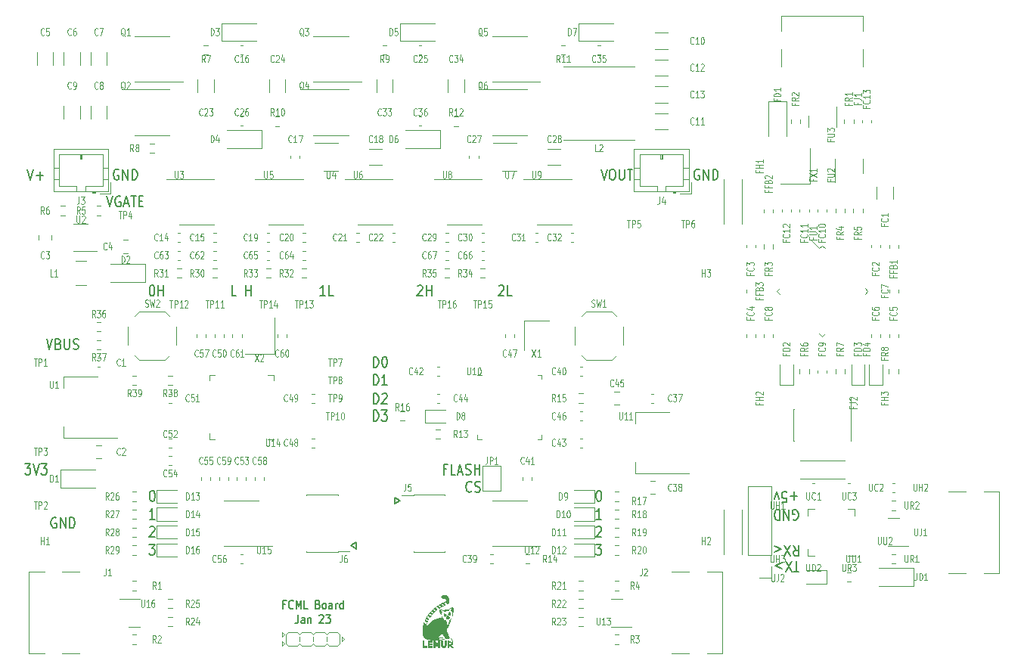
<source format=gbr>
G04 #@! TF.GenerationSoftware,KiCad,Pcbnew,(6.0.8)*
G04 #@! TF.CreationDate,2023-01-19T14:39:37-08:00*
G04 #@! TF.ProjectId,FcmlPanel,46636d6c-5061-46e6-956c-2e6b69636164,rev?*
G04 #@! TF.SameCoordinates,Original*
G04 #@! TF.FileFunction,Legend,Top*
G04 #@! TF.FilePolarity,Positive*
%FSLAX46Y46*%
G04 Gerber Fmt 4.6, Leading zero omitted, Abs format (unit mm)*
G04 Created by KiCad (PCBNEW (6.0.8)) date 2023-01-19 14:39:37*
%MOMM*%
%LPD*%
G01*
G04 APERTURE LIST*
%ADD10C,0.150000*%
%ADD11C,0.100000*%
%ADD12C,0.120000*%
G04 APERTURE END LIST*
D10*
X49404761Y-132542857D02*
X48928571Y-132542857D01*
X48928571Y-131342857D01*
X50500000Y-132542857D02*
X50500000Y-131342857D01*
X50500000Y-131914285D02*
X51071428Y-131914285D01*
X51071428Y-132542857D02*
X51071428Y-131342857D01*
X89714285Y-158457142D02*
X89761904Y-158400000D01*
X89857142Y-158342857D01*
X90095238Y-158342857D01*
X90190476Y-158400000D01*
X90238095Y-158457142D01*
X90285714Y-158571428D01*
X90285714Y-158685714D01*
X90238095Y-158857142D01*
X89666666Y-159542857D01*
X90285714Y-159542857D01*
X36238095Y-118400000D02*
X36142857Y-118342857D01*
X36000000Y-118342857D01*
X35857142Y-118400000D01*
X35761904Y-118514285D01*
X35714285Y-118628571D01*
X35666666Y-118857142D01*
X35666666Y-119028571D01*
X35714285Y-119257142D01*
X35761904Y-119371428D01*
X35857142Y-119485714D01*
X36000000Y-119542857D01*
X36095238Y-119542857D01*
X36238095Y-119485714D01*
X36285714Y-119428571D01*
X36285714Y-119028571D01*
X36095238Y-119028571D01*
X36714285Y-119542857D02*
X36714285Y-118342857D01*
X37285714Y-119542857D01*
X37285714Y-118342857D01*
X37761904Y-119542857D02*
X37761904Y-118342857D01*
X38000000Y-118342857D01*
X38142857Y-118400000D01*
X38238095Y-118514285D01*
X38285714Y-118628571D01*
X38333333Y-118857142D01*
X38333333Y-119028571D01*
X38285714Y-119257142D01*
X38238095Y-119371428D01*
X38142857Y-119485714D01*
X38000000Y-119542857D01*
X37761904Y-119542857D01*
X64761904Y-144641551D02*
X64761904Y-143441551D01*
X65000000Y-143441551D01*
X65142857Y-143498694D01*
X65238095Y-143612979D01*
X65285714Y-143727265D01*
X65333333Y-143955836D01*
X65333333Y-144127265D01*
X65285714Y-144355836D01*
X65238095Y-144470122D01*
X65142857Y-144584408D01*
X65000000Y-144641551D01*
X64761904Y-144641551D01*
X65714285Y-143555836D02*
X65761904Y-143498694D01*
X65857142Y-143441551D01*
X66095238Y-143441551D01*
X66190476Y-143498694D01*
X66238095Y-143555836D01*
X66285714Y-143670122D01*
X66285714Y-143784408D01*
X66238095Y-143955836D01*
X65666666Y-144641551D01*
X66285714Y-144641551D01*
X62252380Y-160500000D02*
X62861904Y-160157142D01*
X62861904Y-160842857D01*
X62252380Y-160500000D01*
X111761904Y-157600000D02*
X111857142Y-157657142D01*
X112000000Y-157657142D01*
X112142857Y-157600000D01*
X112238095Y-157485714D01*
X112285714Y-157371428D01*
X112333333Y-157142857D01*
X112333333Y-156971428D01*
X112285714Y-156742857D01*
X112238095Y-156628571D01*
X112142857Y-156514285D01*
X112000000Y-156457142D01*
X111904761Y-156457142D01*
X111761904Y-156514285D01*
X111714285Y-156571428D01*
X111714285Y-156971428D01*
X111904761Y-156971428D01*
X111285714Y-156457142D02*
X111285714Y-157657142D01*
X110714285Y-156457142D01*
X110714285Y-157657142D01*
X110238095Y-156457142D02*
X110238095Y-157657142D01*
X110000000Y-157657142D01*
X109857142Y-157600000D01*
X109761904Y-157485714D01*
X109714285Y-157371428D01*
X109666666Y-157142857D01*
X109666666Y-156971428D01*
X109714285Y-156742857D01*
X109761904Y-156628571D01*
X109857142Y-156514285D01*
X110000000Y-156457142D01*
X110238095Y-156457142D01*
X39952380Y-154342857D02*
X40047619Y-154342857D01*
X40142857Y-154400000D01*
X40190476Y-154457142D01*
X40238095Y-154571428D01*
X40285714Y-154800000D01*
X40285714Y-155085714D01*
X40238095Y-155314285D01*
X40190476Y-155428571D01*
X40142857Y-155485714D01*
X40047619Y-155542857D01*
X39952380Y-155542857D01*
X39857142Y-155485714D01*
X39809523Y-155428571D01*
X39761904Y-155314285D01*
X39714285Y-155085714D01*
X39714285Y-154800000D01*
X39761904Y-154571428D01*
X39809523Y-154457142D01*
X39857142Y-154400000D01*
X39952380Y-154342857D01*
X69690476Y-131457142D02*
X69738095Y-131400000D01*
X69833333Y-131342857D01*
X70071428Y-131342857D01*
X70166666Y-131400000D01*
X70214285Y-131457142D01*
X70261904Y-131571428D01*
X70261904Y-131685714D01*
X70214285Y-131857142D01*
X69642857Y-132542857D01*
X70261904Y-132542857D01*
X70690476Y-132542857D02*
X70690476Y-131342857D01*
X70690476Y-131914285D02*
X71261904Y-131914285D01*
X71261904Y-132542857D02*
X71261904Y-131342857D01*
X112238095Y-154914285D02*
X111476190Y-154914285D01*
X111857142Y-154457142D02*
X111857142Y-155371428D01*
X110523809Y-155657142D02*
X111000000Y-155657142D01*
X111047619Y-155085714D01*
X111000000Y-155142857D01*
X110904761Y-155200000D01*
X110666666Y-155200000D01*
X110571428Y-155142857D01*
X110523809Y-155085714D01*
X110476190Y-154971428D01*
X110476190Y-154685714D01*
X110523809Y-154571428D01*
X110571428Y-154514285D01*
X110666666Y-154457142D01*
X110904761Y-154457142D01*
X111000000Y-154514285D01*
X111047619Y-154571428D01*
X110142857Y-155257142D02*
X109904761Y-154457142D01*
X109666666Y-155257142D01*
X64761904Y-142542857D02*
X64761904Y-141342857D01*
X65000000Y-141342857D01*
X65142857Y-141400000D01*
X65238095Y-141514285D01*
X65285714Y-141628571D01*
X65333333Y-141857142D01*
X65333333Y-142028571D01*
X65285714Y-142257142D01*
X65238095Y-142371428D01*
X65142857Y-142485714D01*
X65000000Y-142542857D01*
X64761904Y-142542857D01*
X66285714Y-142542857D02*
X65714285Y-142542857D01*
X66000000Y-142542857D02*
X66000000Y-141342857D01*
X65904761Y-141514285D01*
X65809523Y-141628571D01*
X65714285Y-141685714D01*
X29238095Y-157400000D02*
X29142857Y-157342857D01*
X29000000Y-157342857D01*
X28857142Y-157400000D01*
X28761904Y-157514285D01*
X28714285Y-157628571D01*
X28666666Y-157857142D01*
X28666666Y-158028571D01*
X28714285Y-158257142D01*
X28761904Y-158371428D01*
X28857142Y-158485714D01*
X29000000Y-158542857D01*
X29095238Y-158542857D01*
X29238095Y-158485714D01*
X29285714Y-158428571D01*
X29285714Y-158028571D01*
X29095238Y-158028571D01*
X29714285Y-158542857D02*
X29714285Y-157342857D01*
X30285714Y-158542857D01*
X30285714Y-157342857D01*
X30761904Y-158542857D02*
X30761904Y-157342857D01*
X31000000Y-157342857D01*
X31142857Y-157400000D01*
X31238095Y-157514285D01*
X31285714Y-157628571D01*
X31333333Y-157857142D01*
X31333333Y-158028571D01*
X31285714Y-158257142D01*
X31238095Y-158371428D01*
X31142857Y-158485714D01*
X31000000Y-158542857D01*
X30761904Y-158542857D01*
X64761904Y-146542857D02*
X64761904Y-145342857D01*
X65000000Y-145342857D01*
X65142857Y-145400000D01*
X65238095Y-145514285D01*
X65285714Y-145628571D01*
X65333333Y-145857142D01*
X65333333Y-146028571D01*
X65285714Y-146257142D01*
X65238095Y-146371428D01*
X65142857Y-146485714D01*
X65000000Y-146542857D01*
X64761904Y-146542857D01*
X65666666Y-145342857D02*
X66285714Y-145342857D01*
X65952380Y-145800000D01*
X66095238Y-145800000D01*
X66190476Y-145857142D01*
X66238095Y-145914285D01*
X66285714Y-146028571D01*
X66285714Y-146314285D01*
X66238095Y-146428571D01*
X66190476Y-146485714D01*
X66095238Y-146542857D01*
X65809523Y-146542857D01*
X65714285Y-146485714D01*
X65666666Y-146428571D01*
X40285714Y-157542857D02*
X39714285Y-157542857D01*
X40000000Y-157542857D02*
X40000000Y-156342857D01*
X39904761Y-156514285D01*
X39809523Y-156628571D01*
X39714285Y-156685714D01*
X26047619Y-118342857D02*
X26380952Y-119542857D01*
X26714285Y-118342857D01*
X27047619Y-119085714D02*
X27809523Y-119085714D01*
X27428571Y-119542857D02*
X27428571Y-118628571D01*
X39714285Y-158457142D02*
X39761904Y-158400000D01*
X39857142Y-158342857D01*
X40095238Y-158342857D01*
X40190476Y-158400000D01*
X40238095Y-158457142D01*
X40285714Y-158571428D01*
X40285714Y-158685714D01*
X40238095Y-158857142D01*
X39666666Y-159542857D01*
X40285714Y-159542857D01*
X72950119Y-151948285D02*
X72616785Y-151948285D01*
X72616785Y-152576857D02*
X72616785Y-151376857D01*
X73092976Y-151376857D01*
X73950119Y-152576857D02*
X73473928Y-152576857D01*
X73473928Y-151376857D01*
X74235833Y-152234000D02*
X74712023Y-152234000D01*
X74140595Y-152576857D02*
X74473928Y-151376857D01*
X74807261Y-152576857D01*
X75092976Y-152519714D02*
X75235833Y-152576857D01*
X75473928Y-152576857D01*
X75569166Y-152519714D01*
X75616785Y-152462571D01*
X75664404Y-152348285D01*
X75664404Y-152234000D01*
X75616785Y-152119714D01*
X75569166Y-152062571D01*
X75473928Y-152005428D01*
X75283452Y-151948285D01*
X75188214Y-151891142D01*
X75140595Y-151834000D01*
X75092976Y-151719714D01*
X75092976Y-151605428D01*
X75140595Y-151491142D01*
X75188214Y-151434000D01*
X75283452Y-151376857D01*
X75521547Y-151376857D01*
X75664404Y-151434000D01*
X76092976Y-152576857D02*
X76092976Y-151376857D01*
X76092976Y-151948285D02*
X76664404Y-151948285D01*
X76664404Y-152576857D02*
X76664404Y-151376857D01*
X75759642Y-154394571D02*
X75712023Y-154451714D01*
X75569166Y-154508857D01*
X75473928Y-154508857D01*
X75331071Y-154451714D01*
X75235833Y-154337428D01*
X75188214Y-154223142D01*
X75140595Y-153994571D01*
X75140595Y-153823142D01*
X75188214Y-153594571D01*
X75235833Y-153480285D01*
X75331071Y-153366000D01*
X75473928Y-153308857D01*
X75569166Y-153308857D01*
X75712023Y-153366000D01*
X75759642Y-153423142D01*
X76140595Y-154451714D02*
X76283452Y-154508857D01*
X76521547Y-154508857D01*
X76616785Y-154451714D01*
X76664404Y-154394571D01*
X76712023Y-154280285D01*
X76712023Y-154166000D01*
X76664404Y-154051714D01*
X76616785Y-153994571D01*
X76521547Y-153937428D01*
X76331071Y-153880285D01*
X76235833Y-153823142D01*
X76188214Y-153766000D01*
X76140595Y-153651714D01*
X76140595Y-153537428D01*
X76188214Y-153423142D01*
X76235833Y-153366000D01*
X76331071Y-153308857D01*
X76569166Y-153308857D01*
X76712023Y-153366000D01*
X25761904Y-151342857D02*
X26380952Y-151342857D01*
X26047619Y-151800000D01*
X26190476Y-151800000D01*
X26285714Y-151857142D01*
X26333333Y-151914285D01*
X26380952Y-152028571D01*
X26380952Y-152314285D01*
X26333333Y-152428571D01*
X26285714Y-152485714D01*
X26190476Y-152542857D01*
X25904761Y-152542857D01*
X25809523Y-152485714D01*
X25761904Y-152428571D01*
X26666666Y-151342857D02*
X27000000Y-152542857D01*
X27333333Y-151342857D01*
X27571428Y-151342857D02*
X28190476Y-151342857D01*
X27857142Y-151800000D01*
X28000000Y-151800000D01*
X28095238Y-151857142D01*
X28142857Y-151914285D01*
X28190476Y-152028571D01*
X28190476Y-152314285D01*
X28142857Y-152428571D01*
X28095238Y-152485714D01*
X28000000Y-152542857D01*
X27714285Y-152542857D01*
X27619047Y-152485714D01*
X27571428Y-152428571D01*
X90285714Y-157542857D02*
X89714285Y-157542857D01*
X90000000Y-157542857D02*
X90000000Y-156342857D01*
X89904761Y-156514285D01*
X89809523Y-156628571D01*
X89714285Y-156685714D01*
X39928571Y-131342857D02*
X40023809Y-131342857D01*
X40119047Y-131400000D01*
X40166666Y-131457142D01*
X40214285Y-131571428D01*
X40261904Y-131800000D01*
X40261904Y-132085714D01*
X40214285Y-132314285D01*
X40166666Y-132428571D01*
X40119047Y-132485714D01*
X40023809Y-132542857D01*
X39928571Y-132542857D01*
X39833333Y-132485714D01*
X39785714Y-132428571D01*
X39738095Y-132314285D01*
X39690476Y-132085714D01*
X39690476Y-131800000D01*
X39738095Y-131571428D01*
X39785714Y-131457142D01*
X39833333Y-131400000D01*
X39928571Y-131342857D01*
X40690476Y-132542857D02*
X40690476Y-131342857D01*
X40690476Y-131914285D02*
X41261904Y-131914285D01*
X41261904Y-132542857D02*
X41261904Y-131342857D01*
X64761904Y-140542857D02*
X64761904Y-139342857D01*
X65000000Y-139342857D01*
X65142857Y-139400000D01*
X65238095Y-139514285D01*
X65285714Y-139628571D01*
X65333333Y-139857142D01*
X65333333Y-140028571D01*
X65285714Y-140257142D01*
X65238095Y-140371428D01*
X65142857Y-140485714D01*
X65000000Y-140542857D01*
X64761904Y-140542857D01*
X65952380Y-139342857D02*
X66047619Y-139342857D01*
X66142857Y-139400000D01*
X66190476Y-139457142D01*
X66238095Y-139571428D01*
X66285714Y-139800000D01*
X66285714Y-140085714D01*
X66238095Y-140314285D01*
X66190476Y-140428571D01*
X66142857Y-140485714D01*
X66047619Y-140542857D01*
X65952380Y-140542857D01*
X65857142Y-140485714D01*
X65809523Y-140428571D01*
X65761904Y-140314285D01*
X65714285Y-140085714D01*
X65714285Y-139800000D01*
X65761904Y-139571428D01*
X65809523Y-139457142D01*
X65857142Y-139400000D01*
X65952380Y-139342857D01*
X112380952Y-163457142D02*
X111809523Y-163457142D01*
X112095238Y-162257142D02*
X112095238Y-163457142D01*
X111571428Y-163457142D02*
X110904761Y-162257142D01*
X110904761Y-163457142D02*
X111571428Y-162257142D01*
X110523809Y-163057142D02*
X109761904Y-162714285D01*
X110523809Y-162371428D01*
X90238095Y-118342857D02*
X90571428Y-119542857D01*
X90904761Y-118342857D01*
X91428571Y-118342857D02*
X91619047Y-118342857D01*
X91714285Y-118400000D01*
X91809523Y-118514285D01*
X91857142Y-118742857D01*
X91857142Y-119142857D01*
X91809523Y-119371428D01*
X91714285Y-119485714D01*
X91619047Y-119542857D01*
X91428571Y-119542857D01*
X91333333Y-119485714D01*
X91238095Y-119371428D01*
X91190476Y-119142857D01*
X91190476Y-118742857D01*
X91238095Y-118514285D01*
X91333333Y-118400000D01*
X91428571Y-118342857D01*
X92285714Y-118342857D02*
X92285714Y-119314285D01*
X92333333Y-119428571D01*
X92380952Y-119485714D01*
X92476190Y-119542857D01*
X92666666Y-119542857D01*
X92761904Y-119485714D01*
X92809523Y-119428571D01*
X92857142Y-119314285D01*
X92857142Y-118342857D01*
X93190476Y-118342857D02*
X93761904Y-118342857D01*
X93476190Y-119542857D02*
X93476190Y-118342857D01*
X34904761Y-121342857D02*
X35238095Y-122542857D01*
X35571428Y-121342857D01*
X36428571Y-121400000D02*
X36333333Y-121342857D01*
X36190476Y-121342857D01*
X36047619Y-121400000D01*
X35952380Y-121514285D01*
X35904761Y-121628571D01*
X35857142Y-121857142D01*
X35857142Y-122028571D01*
X35904761Y-122257142D01*
X35952380Y-122371428D01*
X36047619Y-122485714D01*
X36190476Y-122542857D01*
X36285714Y-122542857D01*
X36428571Y-122485714D01*
X36476190Y-122428571D01*
X36476190Y-122028571D01*
X36285714Y-122028571D01*
X36857142Y-122200000D02*
X37333333Y-122200000D01*
X36761904Y-122542857D02*
X37095238Y-121342857D01*
X37428571Y-122542857D01*
X37619047Y-121342857D02*
X38190476Y-121342857D01*
X37904761Y-122542857D02*
X37904761Y-121342857D01*
X38523809Y-121914285D02*
X38857142Y-121914285D01*
X38999999Y-122542857D02*
X38523809Y-122542857D01*
X38523809Y-121342857D01*
X38999999Y-121342857D01*
X39666666Y-160342857D02*
X40285714Y-160342857D01*
X39952380Y-160800000D01*
X40095238Y-160800000D01*
X40190476Y-160857142D01*
X40238095Y-160914285D01*
X40285714Y-161028571D01*
X40285714Y-161314285D01*
X40238095Y-161428571D01*
X40190476Y-161485714D01*
X40095238Y-161542857D01*
X39809523Y-161542857D01*
X39714285Y-161485714D01*
X39666666Y-161428571D01*
X28166666Y-137342857D02*
X28500000Y-138542857D01*
X28833333Y-137342857D01*
X29500000Y-137914285D02*
X29642857Y-137971428D01*
X29690476Y-138028571D01*
X29738095Y-138142857D01*
X29738095Y-138314285D01*
X29690476Y-138428571D01*
X29642857Y-138485714D01*
X29547619Y-138542857D01*
X29166666Y-138542857D01*
X29166666Y-137342857D01*
X29500000Y-137342857D01*
X29595238Y-137400000D01*
X29642857Y-137457142D01*
X29690476Y-137571428D01*
X29690476Y-137685714D01*
X29642857Y-137800000D01*
X29595238Y-137857142D01*
X29500000Y-137914285D01*
X29166666Y-137914285D01*
X30166666Y-137342857D02*
X30166666Y-138314285D01*
X30214285Y-138428571D01*
X30261904Y-138485714D01*
X30357142Y-138542857D01*
X30547619Y-138542857D01*
X30642857Y-138485714D01*
X30690476Y-138428571D01*
X30738095Y-138314285D01*
X30738095Y-137342857D01*
X31166666Y-138485714D02*
X31309523Y-138542857D01*
X31547619Y-138542857D01*
X31642857Y-138485714D01*
X31690476Y-138428571D01*
X31738095Y-138314285D01*
X31738095Y-138200000D01*
X31690476Y-138085714D01*
X31642857Y-138028571D01*
X31547619Y-137971428D01*
X31357142Y-137914285D01*
X31261904Y-137857142D01*
X31214285Y-137800000D01*
X31166666Y-137685714D01*
X31166666Y-137571428D01*
X31214285Y-137457142D01*
X31261904Y-137400000D01*
X31357142Y-137342857D01*
X31595238Y-137342857D01*
X31738095Y-137400000D01*
X89952380Y-154342857D02*
X90047619Y-154342857D01*
X90142857Y-154400000D01*
X90190476Y-154457142D01*
X90238095Y-154571428D01*
X90285714Y-154800000D01*
X90285714Y-155085714D01*
X90238095Y-155314285D01*
X90190476Y-155428571D01*
X90142857Y-155485714D01*
X90047619Y-155542857D01*
X89952380Y-155542857D01*
X89857142Y-155485714D01*
X89809523Y-155428571D01*
X89761904Y-155314285D01*
X89714285Y-155085714D01*
X89714285Y-154800000D01*
X89761904Y-154571428D01*
X89809523Y-154457142D01*
X89857142Y-154400000D01*
X89952380Y-154342857D01*
X111785714Y-160457142D02*
X112119047Y-161028571D01*
X112357142Y-160457142D02*
X112357142Y-161657142D01*
X111976190Y-161657142D01*
X111880952Y-161600000D01*
X111833333Y-161542857D01*
X111785714Y-161428571D01*
X111785714Y-161257142D01*
X111833333Y-161142857D01*
X111880952Y-161085714D01*
X111976190Y-161028571D01*
X112357142Y-161028571D01*
X111452380Y-161657142D02*
X110785714Y-160457142D01*
X110785714Y-161657142D02*
X111452380Y-160457142D01*
X109642857Y-161257142D02*
X110404761Y-160914285D01*
X109642857Y-160571428D01*
X59380952Y-132542857D02*
X58809523Y-132542857D01*
X59095238Y-132542857D02*
X59095238Y-131342857D01*
X59000000Y-131514285D01*
X58904761Y-131628571D01*
X58809523Y-131685714D01*
X60285714Y-132542857D02*
X59809523Y-132542857D01*
X59809523Y-131342857D01*
X67747619Y-155500000D02*
X67138095Y-155842857D01*
X67138095Y-155157142D01*
X67747619Y-155500000D01*
X89666666Y-160342857D02*
X90285714Y-160342857D01*
X89952380Y-160800000D01*
X90095238Y-160800000D01*
X90190476Y-160857142D01*
X90238095Y-160914285D01*
X90285714Y-161028571D01*
X90285714Y-161314285D01*
X90238095Y-161428571D01*
X90190476Y-161485714D01*
X90095238Y-161542857D01*
X89809523Y-161542857D01*
X89714285Y-161485714D01*
X89666666Y-161428571D01*
X101238095Y-118400000D02*
X101142857Y-118342857D01*
X101000000Y-118342857D01*
X100857142Y-118400000D01*
X100761904Y-118514285D01*
X100714285Y-118628571D01*
X100666666Y-118857142D01*
X100666666Y-119028571D01*
X100714285Y-119257142D01*
X100761904Y-119371428D01*
X100857142Y-119485714D01*
X101000000Y-119542857D01*
X101095238Y-119542857D01*
X101238095Y-119485714D01*
X101285714Y-119428571D01*
X101285714Y-119028571D01*
X101095238Y-119028571D01*
X101714285Y-119542857D02*
X101714285Y-118342857D01*
X102285714Y-119542857D01*
X102285714Y-118342857D01*
X102761904Y-119542857D02*
X102761904Y-118342857D01*
X103000000Y-118342857D01*
X103142857Y-118400000D01*
X103238095Y-118514285D01*
X103285714Y-118628571D01*
X103333333Y-118857142D01*
X103333333Y-119028571D01*
X103285714Y-119257142D01*
X103238095Y-119371428D01*
X103142857Y-119485714D01*
X103000000Y-119542857D01*
X102761904Y-119542857D01*
X54895238Y-167080799D02*
X54628571Y-167080799D01*
X54628571Y-167604608D02*
X54628571Y-166604608D01*
X55009523Y-166604608D01*
X55771428Y-167509370D02*
X55733333Y-167556989D01*
X55619047Y-167604608D01*
X55542857Y-167604608D01*
X55428571Y-167556989D01*
X55352380Y-167461751D01*
X55314285Y-167366513D01*
X55276190Y-167176037D01*
X55276190Y-167033180D01*
X55314285Y-166842704D01*
X55352380Y-166747466D01*
X55428571Y-166652228D01*
X55542857Y-166604608D01*
X55619047Y-166604608D01*
X55733333Y-166652228D01*
X55771428Y-166699847D01*
X56114285Y-167604608D02*
X56114285Y-166604608D01*
X56380952Y-167318894D01*
X56647619Y-166604608D01*
X56647619Y-167604608D01*
X57409523Y-167604608D02*
X57028571Y-167604608D01*
X57028571Y-166604608D01*
X58552380Y-167080799D02*
X58666666Y-167128418D01*
X58704761Y-167176037D01*
X58742857Y-167271275D01*
X58742857Y-167414132D01*
X58704761Y-167509370D01*
X58666666Y-167556989D01*
X58590476Y-167604608D01*
X58285714Y-167604608D01*
X58285714Y-166604608D01*
X58552380Y-166604608D01*
X58628571Y-166652228D01*
X58666666Y-166699847D01*
X58704761Y-166795085D01*
X58704761Y-166890323D01*
X58666666Y-166985561D01*
X58628571Y-167033180D01*
X58552380Y-167080799D01*
X58285714Y-167080799D01*
X59200000Y-167604608D02*
X59123809Y-167556989D01*
X59085714Y-167509370D01*
X59047619Y-167414132D01*
X59047619Y-167128418D01*
X59085714Y-167033180D01*
X59123809Y-166985561D01*
X59200000Y-166937942D01*
X59314285Y-166937942D01*
X59390476Y-166985561D01*
X59428571Y-167033180D01*
X59466666Y-167128418D01*
X59466666Y-167414132D01*
X59428571Y-167509370D01*
X59390476Y-167556989D01*
X59314285Y-167604608D01*
X59200000Y-167604608D01*
X60152380Y-167604608D02*
X60152380Y-167080799D01*
X60114285Y-166985561D01*
X60038095Y-166937942D01*
X59885714Y-166937942D01*
X59809523Y-166985561D01*
X60152380Y-167556989D02*
X60076190Y-167604608D01*
X59885714Y-167604608D01*
X59809523Y-167556989D01*
X59771428Y-167461751D01*
X59771428Y-167366513D01*
X59809523Y-167271275D01*
X59885714Y-167223656D01*
X60076190Y-167223656D01*
X60152380Y-167176037D01*
X60533333Y-167604608D02*
X60533333Y-166937942D01*
X60533333Y-167128418D02*
X60571428Y-167033180D01*
X60609523Y-166985561D01*
X60685714Y-166937942D01*
X60761904Y-166937942D01*
X61371428Y-167604608D02*
X61371428Y-166604608D01*
X61371428Y-167556989D02*
X61295238Y-167604608D01*
X61142857Y-167604608D01*
X61066666Y-167556989D01*
X61028571Y-167509370D01*
X60990476Y-167414132D01*
X60990476Y-167128418D01*
X61028571Y-167033180D01*
X61066666Y-166985561D01*
X61142857Y-166937942D01*
X61295238Y-166937942D01*
X61371428Y-166985561D01*
X56323809Y-168214608D02*
X56323809Y-168928894D01*
X56285714Y-169071751D01*
X56209523Y-169166989D01*
X56095238Y-169214608D01*
X56019047Y-169214608D01*
X57047619Y-169214608D02*
X57047619Y-168690799D01*
X57009523Y-168595561D01*
X56933333Y-168547942D01*
X56780952Y-168547942D01*
X56704761Y-168595561D01*
X57047619Y-169166989D02*
X56971428Y-169214608D01*
X56780952Y-169214608D01*
X56704761Y-169166989D01*
X56666666Y-169071751D01*
X56666666Y-168976513D01*
X56704761Y-168881275D01*
X56780952Y-168833656D01*
X56971428Y-168833656D01*
X57047619Y-168786037D01*
X57428571Y-168547942D02*
X57428571Y-169214608D01*
X57428571Y-168643180D02*
X57466666Y-168595561D01*
X57542857Y-168547942D01*
X57657142Y-168547942D01*
X57733333Y-168595561D01*
X57771428Y-168690799D01*
X57771428Y-169214608D01*
X58723809Y-168309847D02*
X58761904Y-168262228D01*
X58838095Y-168214608D01*
X59028571Y-168214608D01*
X59104761Y-168262228D01*
X59142857Y-168309847D01*
X59180952Y-168405085D01*
X59180952Y-168500323D01*
X59142857Y-168643180D01*
X58685714Y-169214608D01*
X59180952Y-169214608D01*
X59447619Y-168214608D02*
X59942857Y-168214608D01*
X59676190Y-168595561D01*
X59790476Y-168595561D01*
X59866666Y-168643180D01*
X59904761Y-168690799D01*
X59942857Y-168786037D01*
X59942857Y-169024132D01*
X59904761Y-169119370D01*
X59866666Y-169166989D01*
X59790476Y-169214608D01*
X59561904Y-169214608D01*
X59485714Y-169166989D01*
X59447619Y-169119370D01*
X78809523Y-131457142D02*
X78857142Y-131400000D01*
X78952380Y-131342857D01*
X79190476Y-131342857D01*
X79285714Y-131400000D01*
X79333333Y-131457142D01*
X79380952Y-131571428D01*
X79380952Y-131685714D01*
X79333333Y-131857142D01*
X78761904Y-132542857D01*
X79380952Y-132542857D01*
X80285714Y-132542857D02*
X79809523Y-132542857D01*
X79809523Y-131342857D01*
D11*
X70614285Y-126285714D02*
X70585714Y-126323809D01*
X70500000Y-126361904D01*
X70442857Y-126361904D01*
X70357142Y-126323809D01*
X70300000Y-126247619D01*
X70271428Y-126171428D01*
X70242857Y-126019047D01*
X70242857Y-125904761D01*
X70271428Y-125752380D01*
X70300000Y-125676190D01*
X70357142Y-125600000D01*
X70442857Y-125561904D01*
X70500000Y-125561904D01*
X70585714Y-125600000D01*
X70614285Y-125638095D01*
X70842857Y-125638095D02*
X70871428Y-125600000D01*
X70928571Y-125561904D01*
X71071428Y-125561904D01*
X71128571Y-125600000D01*
X71157142Y-125638095D01*
X71185714Y-125714285D01*
X71185714Y-125790476D01*
X71157142Y-125904761D01*
X70814285Y-126361904D01*
X71185714Y-126361904D01*
X71471428Y-126361904D02*
X71585714Y-126361904D01*
X71642857Y-126323809D01*
X71671428Y-126285714D01*
X71728571Y-126171428D01*
X71757142Y-126019047D01*
X71757142Y-125714285D01*
X71728571Y-125638095D01*
X71700000Y-125600000D01*
X71642857Y-125561904D01*
X71528571Y-125561904D01*
X71471428Y-125600000D01*
X71442857Y-125638095D01*
X71414285Y-125714285D01*
X71414285Y-125904761D01*
X71442857Y-125980952D01*
X71471428Y-126019047D01*
X71528571Y-126057142D01*
X71642857Y-126057142D01*
X71700000Y-126019047D01*
X71728571Y-125980952D01*
X71757142Y-125904761D01*
X120942857Y-135000000D02*
X120942857Y-135200000D01*
X121361904Y-135200000D02*
X120561904Y-135200000D01*
X120561904Y-134914285D01*
X121285714Y-134342857D02*
X121323809Y-134371428D01*
X121361904Y-134457142D01*
X121361904Y-134514285D01*
X121323809Y-134600000D01*
X121247619Y-134657142D01*
X121171428Y-134685714D01*
X121019047Y-134714285D01*
X120904761Y-134714285D01*
X120752380Y-134685714D01*
X120676190Y-134657142D01*
X120600000Y-134600000D01*
X120561904Y-134514285D01*
X120561904Y-134457142D01*
X120600000Y-134371428D01*
X120638095Y-134342857D01*
X120561904Y-133828571D02*
X120561904Y-133942857D01*
X120600000Y-134000000D01*
X120638095Y-134028571D01*
X120752380Y-134085714D01*
X120904761Y-134114285D01*
X121209523Y-134114285D01*
X121285714Y-134085714D01*
X121323809Y-134057142D01*
X121361904Y-134000000D01*
X121361904Y-133885714D01*
X121323809Y-133828571D01*
X121285714Y-133800000D01*
X121209523Y-133771428D01*
X121019047Y-133771428D01*
X120942857Y-133800000D01*
X120904761Y-133828571D01*
X120866666Y-133885714D01*
X120866666Y-134000000D01*
X120904761Y-134057142D01*
X120942857Y-134085714D01*
X121019047Y-134114285D01*
X41614285Y-148285714D02*
X41585714Y-148323809D01*
X41500000Y-148361904D01*
X41442857Y-148361904D01*
X41357142Y-148323809D01*
X41300000Y-148247619D01*
X41271428Y-148171428D01*
X41242857Y-148019047D01*
X41242857Y-147904761D01*
X41271428Y-147752380D01*
X41300000Y-147676190D01*
X41357142Y-147600000D01*
X41442857Y-147561904D01*
X41500000Y-147561904D01*
X41585714Y-147600000D01*
X41614285Y-147638095D01*
X42157142Y-147561904D02*
X41871428Y-147561904D01*
X41842857Y-147942857D01*
X41871428Y-147904761D01*
X41928571Y-147866666D01*
X42071428Y-147866666D01*
X42128571Y-147904761D01*
X42157142Y-147942857D01*
X42185714Y-148019047D01*
X42185714Y-148209523D01*
X42157142Y-148285714D01*
X42128571Y-148323809D01*
X42071428Y-148361904D01*
X41928571Y-148361904D01*
X41871428Y-148323809D01*
X41842857Y-148285714D01*
X42414285Y-147638095D02*
X42442857Y-147600000D01*
X42500000Y-147561904D01*
X42642857Y-147561904D01*
X42700000Y-147600000D01*
X42728571Y-147638095D01*
X42757142Y-147714285D01*
X42757142Y-147790476D01*
X42728571Y-147904761D01*
X42385714Y-148361904D01*
X42757142Y-148361904D01*
X81614285Y-151285714D02*
X81585714Y-151323809D01*
X81500000Y-151361904D01*
X81442857Y-151361904D01*
X81357142Y-151323809D01*
X81300000Y-151247619D01*
X81271428Y-151171428D01*
X81242857Y-151019047D01*
X81242857Y-150904761D01*
X81271428Y-150752380D01*
X81300000Y-150676190D01*
X81357142Y-150600000D01*
X81442857Y-150561904D01*
X81500000Y-150561904D01*
X81585714Y-150600000D01*
X81614285Y-150638095D01*
X82128571Y-150828571D02*
X82128571Y-151361904D01*
X81985714Y-150523809D02*
X81842857Y-151095238D01*
X82214285Y-151095238D01*
X82757142Y-151361904D02*
X82414285Y-151361904D01*
X82585714Y-151361904D02*
X82585714Y-150561904D01*
X82528571Y-150676190D01*
X82471428Y-150752380D01*
X82414285Y-150790476D01*
X44114285Y-144285714D02*
X44085714Y-144323809D01*
X44000000Y-144361904D01*
X43942857Y-144361904D01*
X43857142Y-144323809D01*
X43800000Y-144247619D01*
X43771428Y-144171428D01*
X43742857Y-144019047D01*
X43742857Y-143904761D01*
X43771428Y-143752380D01*
X43800000Y-143676190D01*
X43857142Y-143600000D01*
X43942857Y-143561904D01*
X44000000Y-143561904D01*
X44085714Y-143600000D01*
X44114285Y-143638095D01*
X44657142Y-143561904D02*
X44371428Y-143561904D01*
X44342857Y-143942857D01*
X44371428Y-143904761D01*
X44428571Y-143866666D01*
X44571428Y-143866666D01*
X44628571Y-143904761D01*
X44657142Y-143942857D01*
X44685714Y-144019047D01*
X44685714Y-144209523D01*
X44657142Y-144285714D01*
X44628571Y-144323809D01*
X44571428Y-144361904D01*
X44428571Y-144361904D01*
X44371428Y-144323809D01*
X44342857Y-144285714D01*
X45257142Y-144361904D02*
X44914285Y-144361904D01*
X45085714Y-144361904D02*
X45085714Y-143561904D01*
X45028571Y-143676190D01*
X44971428Y-143752380D01*
X44914285Y-143790476D01*
X62542857Y-118561904D02*
X62542857Y-119209523D01*
X62571428Y-119285714D01*
X62600000Y-119323809D01*
X62657142Y-119361904D01*
X62771428Y-119361904D01*
X62828571Y-119323809D01*
X62857142Y-119285714D01*
X62885714Y-119209523D01*
X62885714Y-118561904D01*
X63428571Y-118561904D02*
X63314285Y-118561904D01*
X63257142Y-118600000D01*
X63228571Y-118638095D01*
X63171428Y-118752380D01*
X63142857Y-118904761D01*
X63142857Y-119209523D01*
X63171428Y-119285714D01*
X63200000Y-119323809D01*
X63257142Y-119361904D01*
X63371428Y-119361904D01*
X63428571Y-119323809D01*
X63457142Y-119285714D01*
X63485714Y-119209523D01*
X63485714Y-119019047D01*
X63457142Y-118942857D01*
X63428571Y-118904761D01*
X63371428Y-118866666D01*
X63257142Y-118866666D01*
X63200000Y-118904761D01*
X63171428Y-118942857D01*
X63142857Y-119019047D01*
X84614285Y-126285714D02*
X84585714Y-126323809D01*
X84500000Y-126361904D01*
X84442857Y-126361904D01*
X84357142Y-126323809D01*
X84300000Y-126247619D01*
X84271428Y-126171428D01*
X84242857Y-126019047D01*
X84242857Y-125904761D01*
X84271428Y-125752380D01*
X84300000Y-125676190D01*
X84357142Y-125600000D01*
X84442857Y-125561904D01*
X84500000Y-125561904D01*
X84585714Y-125600000D01*
X84614285Y-125638095D01*
X84814285Y-125561904D02*
X85185714Y-125561904D01*
X84985714Y-125866666D01*
X85071428Y-125866666D01*
X85128571Y-125904761D01*
X85157142Y-125942857D01*
X85185714Y-126019047D01*
X85185714Y-126209523D01*
X85157142Y-126285714D01*
X85128571Y-126323809D01*
X85071428Y-126361904D01*
X84900000Y-126361904D01*
X84842857Y-126323809D01*
X84814285Y-126285714D01*
X85414285Y-125638095D02*
X85442857Y-125600000D01*
X85500000Y-125561904D01*
X85642857Y-125561904D01*
X85700000Y-125600000D01*
X85728571Y-125638095D01*
X85757142Y-125714285D01*
X85757142Y-125790476D01*
X85728571Y-125904761D01*
X85385714Y-126361904D01*
X85757142Y-126361904D01*
X75257142Y-140561904D02*
X75257142Y-141209523D01*
X75285714Y-141285714D01*
X75314285Y-141323809D01*
X75371428Y-141361904D01*
X75485714Y-141361904D01*
X75542857Y-141323809D01*
X75571428Y-141285714D01*
X75600000Y-141209523D01*
X75600000Y-140561904D01*
X76200000Y-141361904D02*
X75857142Y-141361904D01*
X76028571Y-141361904D02*
X76028571Y-140561904D01*
X75971428Y-140676190D01*
X75914285Y-140752380D01*
X75857142Y-140790476D01*
X76571428Y-140561904D02*
X76628571Y-140561904D01*
X76685714Y-140600000D01*
X76714285Y-140638095D01*
X76742857Y-140714285D01*
X76771428Y-140866666D01*
X76771428Y-141057142D01*
X76742857Y-141209523D01*
X76714285Y-141285714D01*
X76685714Y-141323809D01*
X76628571Y-141361904D01*
X76571428Y-141361904D01*
X76514285Y-141323809D01*
X76485714Y-141285714D01*
X76457142Y-141209523D01*
X76428571Y-141057142D01*
X76428571Y-140866666D01*
X76457142Y-140714285D01*
X76485714Y-140638095D01*
X76514285Y-140600000D01*
X76571428Y-140561904D01*
X85271428Y-157361904D02*
X85271428Y-156561904D01*
X85414285Y-156561904D01*
X85500000Y-156600000D01*
X85557142Y-156676190D01*
X85585714Y-156752380D01*
X85614285Y-156904761D01*
X85614285Y-157019047D01*
X85585714Y-157171428D01*
X85557142Y-157247619D01*
X85500000Y-157323809D01*
X85414285Y-157361904D01*
X85271428Y-157361904D01*
X86185714Y-157361904D02*
X85842857Y-157361904D01*
X86014285Y-157361904D02*
X86014285Y-156561904D01*
X85957142Y-156676190D01*
X85900000Y-156752380D01*
X85842857Y-156790476D01*
X86557142Y-156561904D02*
X86614285Y-156561904D01*
X86671428Y-156600000D01*
X86700000Y-156638095D01*
X86728571Y-156714285D01*
X86757142Y-156866666D01*
X86757142Y-157057142D01*
X86728571Y-157209523D01*
X86700000Y-157285714D01*
X86671428Y-157323809D01*
X86614285Y-157361904D01*
X86557142Y-157361904D01*
X86500000Y-157323809D01*
X86471428Y-157285714D01*
X86442857Y-157209523D01*
X86414285Y-157057142D01*
X86414285Y-156866666D01*
X86442857Y-156714285D01*
X86471428Y-156638095D01*
X86500000Y-156600000D01*
X86557142Y-156561904D01*
X28557142Y-153361904D02*
X28557142Y-152561904D01*
X28700000Y-152561904D01*
X28785714Y-152600000D01*
X28842857Y-152676190D01*
X28871428Y-152752380D01*
X28900000Y-152904761D01*
X28900000Y-153019047D01*
X28871428Y-153171428D01*
X28842857Y-153247619D01*
X28785714Y-153323809D01*
X28700000Y-153361904D01*
X28557142Y-153361904D01*
X29471428Y-153361904D02*
X29128571Y-153361904D01*
X29300000Y-153361904D02*
X29300000Y-152561904D01*
X29242857Y-152676190D01*
X29185714Y-152752380D01*
X29128571Y-152790476D01*
X121942857Y-139500000D02*
X121942857Y-139700000D01*
X122361904Y-139700000D02*
X121561904Y-139700000D01*
X121561904Y-139414285D01*
X122361904Y-138842857D02*
X121980952Y-139042857D01*
X122361904Y-139185714D02*
X121561904Y-139185714D01*
X121561904Y-138957142D01*
X121600000Y-138900000D01*
X121638095Y-138871428D01*
X121714285Y-138842857D01*
X121828571Y-138842857D01*
X121904761Y-138871428D01*
X121942857Y-138900000D01*
X121980952Y-138957142D01*
X121980952Y-139185714D01*
X121904761Y-138500000D02*
X121866666Y-138557142D01*
X121828571Y-138585714D01*
X121752380Y-138614285D01*
X121714285Y-138614285D01*
X121638095Y-138585714D01*
X121600000Y-138557142D01*
X121561904Y-138500000D01*
X121561904Y-138385714D01*
X121600000Y-138328571D01*
X121638095Y-138300000D01*
X121714285Y-138271428D01*
X121752380Y-138271428D01*
X121828571Y-138300000D01*
X121866666Y-138328571D01*
X121904761Y-138385714D01*
X121904761Y-138500000D01*
X121942857Y-138557142D01*
X121980952Y-138585714D01*
X122057142Y-138614285D01*
X122209523Y-138614285D01*
X122285714Y-138585714D01*
X122323809Y-138557142D01*
X122361904Y-138500000D01*
X122361904Y-138385714D01*
X122323809Y-138328571D01*
X122285714Y-138300000D01*
X122209523Y-138271428D01*
X122057142Y-138271428D01*
X121980952Y-138300000D01*
X121942857Y-138328571D01*
X121904761Y-138385714D01*
X59542857Y-118561904D02*
X59542857Y-119209523D01*
X59571428Y-119285714D01*
X59600000Y-119323809D01*
X59657142Y-119361904D01*
X59771428Y-119361904D01*
X59828571Y-119323809D01*
X59857142Y-119285714D01*
X59885714Y-119209523D01*
X59885714Y-118561904D01*
X60428571Y-118828571D02*
X60428571Y-119361904D01*
X60285714Y-118523809D02*
X60142857Y-119095238D01*
X60514285Y-119095238D01*
X107942857Y-132757142D02*
X107942857Y-132957142D01*
X108361904Y-132957142D02*
X107561904Y-132957142D01*
X107561904Y-132671428D01*
X107942857Y-132242857D02*
X107942857Y-132442857D01*
X108361904Y-132442857D02*
X107561904Y-132442857D01*
X107561904Y-132157142D01*
X107942857Y-131728571D02*
X107980952Y-131642857D01*
X108019047Y-131614285D01*
X108095238Y-131585714D01*
X108209523Y-131585714D01*
X108285714Y-131614285D01*
X108323809Y-131642857D01*
X108361904Y-131700000D01*
X108361904Y-131928571D01*
X107561904Y-131928571D01*
X107561904Y-131728571D01*
X107600000Y-131671428D01*
X107638095Y-131642857D01*
X107714285Y-131614285D01*
X107790476Y-131614285D01*
X107866666Y-131642857D01*
X107904761Y-131671428D01*
X107942857Y-131728571D01*
X107942857Y-131928571D01*
X107561904Y-131385714D02*
X107561904Y-131014285D01*
X107866666Y-131214285D01*
X107866666Y-131128571D01*
X107904761Y-131071428D01*
X107942857Y-131042857D01*
X108019047Y-131014285D01*
X108209523Y-131014285D01*
X108285714Y-131042857D01*
X108323809Y-131071428D01*
X108361904Y-131128571D01*
X108361904Y-131300000D01*
X108323809Y-131357142D01*
X108285714Y-131385714D01*
X35114285Y-155361904D02*
X34914285Y-154980952D01*
X34771428Y-155361904D02*
X34771428Y-154561904D01*
X35000000Y-154561904D01*
X35057142Y-154600000D01*
X35085714Y-154638095D01*
X35114285Y-154714285D01*
X35114285Y-154828571D01*
X35085714Y-154904761D01*
X35057142Y-154942857D01*
X35000000Y-154980952D01*
X34771428Y-154980952D01*
X35342857Y-154638095D02*
X35371428Y-154600000D01*
X35428571Y-154561904D01*
X35571428Y-154561904D01*
X35628571Y-154600000D01*
X35657142Y-154638095D01*
X35685714Y-154714285D01*
X35685714Y-154790476D01*
X35657142Y-154904761D01*
X35314285Y-155361904D01*
X35685714Y-155361904D01*
X36200000Y-154561904D02*
X36085714Y-154561904D01*
X36028571Y-154600000D01*
X36000000Y-154638095D01*
X35942857Y-154752380D01*
X35914285Y-154904761D01*
X35914285Y-155209523D01*
X35942857Y-155285714D01*
X35971428Y-155323809D01*
X36028571Y-155361904D01*
X36142857Y-155361904D01*
X36200000Y-155323809D01*
X36228571Y-155285714D01*
X36257142Y-155209523D01*
X36257142Y-155019047D01*
X36228571Y-154942857D01*
X36200000Y-154904761D01*
X36142857Y-154866666D01*
X36028571Y-154866666D01*
X35971428Y-154904761D01*
X35942857Y-154942857D01*
X35914285Y-155019047D01*
X45114285Y-139285714D02*
X45085714Y-139323809D01*
X45000000Y-139361904D01*
X44942857Y-139361904D01*
X44857142Y-139323809D01*
X44800000Y-139247619D01*
X44771428Y-139171428D01*
X44742857Y-139019047D01*
X44742857Y-138904761D01*
X44771428Y-138752380D01*
X44800000Y-138676190D01*
X44857142Y-138600000D01*
X44942857Y-138561904D01*
X45000000Y-138561904D01*
X45085714Y-138600000D01*
X45114285Y-138638095D01*
X45657142Y-138561904D02*
X45371428Y-138561904D01*
X45342857Y-138942857D01*
X45371428Y-138904761D01*
X45428571Y-138866666D01*
X45571428Y-138866666D01*
X45628571Y-138904761D01*
X45657142Y-138942857D01*
X45685714Y-139019047D01*
X45685714Y-139209523D01*
X45657142Y-139285714D01*
X45628571Y-139323809D01*
X45571428Y-139361904D01*
X45428571Y-139361904D01*
X45371428Y-139323809D01*
X45342857Y-139285714D01*
X45885714Y-138561904D02*
X46285714Y-138561904D01*
X46028571Y-139361904D01*
X37900000Y-116361904D02*
X37700000Y-115980952D01*
X37557142Y-116361904D02*
X37557142Y-115561904D01*
X37785714Y-115561904D01*
X37842857Y-115600000D01*
X37871428Y-115638095D01*
X37900000Y-115714285D01*
X37900000Y-115828571D01*
X37871428Y-115904761D01*
X37842857Y-115942857D01*
X37785714Y-115980952D01*
X37557142Y-115980952D01*
X38242857Y-115904761D02*
X38185714Y-115866666D01*
X38157142Y-115828571D01*
X38128571Y-115752380D01*
X38128571Y-115714285D01*
X38157142Y-115638095D01*
X38185714Y-115600000D01*
X38242857Y-115561904D01*
X38357142Y-115561904D01*
X38414285Y-115600000D01*
X38442857Y-115638095D01*
X38471428Y-115714285D01*
X38471428Y-115752380D01*
X38442857Y-115828571D01*
X38414285Y-115866666D01*
X38357142Y-115904761D01*
X38242857Y-115904761D01*
X38185714Y-115942857D01*
X38157142Y-115980952D01*
X38128571Y-116057142D01*
X38128571Y-116209523D01*
X38157142Y-116285714D01*
X38185714Y-116323809D01*
X38242857Y-116361904D01*
X38357142Y-116361904D01*
X38414285Y-116323809D01*
X38442857Y-116285714D01*
X38471428Y-116209523D01*
X38471428Y-116057142D01*
X38442857Y-115980952D01*
X38414285Y-115942857D01*
X38357142Y-115904761D01*
X66557142Y-115361904D02*
X66557142Y-114561904D01*
X66700000Y-114561904D01*
X66785714Y-114600000D01*
X66842857Y-114676190D01*
X66871428Y-114752380D01*
X66900000Y-114904761D01*
X66900000Y-115019047D01*
X66871428Y-115171428D01*
X66842857Y-115247619D01*
X66785714Y-115323809D01*
X66700000Y-115361904D01*
X66557142Y-115361904D01*
X67414285Y-114561904D02*
X67300000Y-114561904D01*
X67242857Y-114600000D01*
X67214285Y-114638095D01*
X67157142Y-114752380D01*
X67128571Y-114904761D01*
X67128571Y-115209523D01*
X67157142Y-115285714D01*
X67185714Y-115323809D01*
X67242857Y-115361904D01*
X67357142Y-115361904D01*
X67414285Y-115323809D01*
X67442857Y-115285714D01*
X67471428Y-115209523D01*
X67471428Y-115019047D01*
X67442857Y-114942857D01*
X67414285Y-114904761D01*
X67357142Y-114866666D01*
X67242857Y-114866666D01*
X67185714Y-114904761D01*
X67157142Y-114942857D01*
X67128571Y-115019047D01*
X40614285Y-130361904D02*
X40414285Y-129980952D01*
X40271428Y-130361904D02*
X40271428Y-129561904D01*
X40500000Y-129561904D01*
X40557142Y-129600000D01*
X40585714Y-129638095D01*
X40614285Y-129714285D01*
X40614285Y-129828571D01*
X40585714Y-129904761D01*
X40557142Y-129942857D01*
X40500000Y-129980952D01*
X40271428Y-129980952D01*
X40814285Y-129561904D02*
X41185714Y-129561904D01*
X40985714Y-129866666D01*
X41071428Y-129866666D01*
X41128571Y-129904761D01*
X41157142Y-129942857D01*
X41185714Y-130019047D01*
X41185714Y-130209523D01*
X41157142Y-130285714D01*
X41128571Y-130323809D01*
X41071428Y-130361904D01*
X40900000Y-130361904D01*
X40842857Y-130323809D01*
X40814285Y-130285714D01*
X41757142Y-130361904D02*
X41414285Y-130361904D01*
X41585714Y-130361904D02*
X41585714Y-129561904D01*
X41528571Y-129676190D01*
X41471428Y-129752380D01*
X41414285Y-129790476D01*
X121228571Y-159561904D02*
X121228571Y-160209523D01*
X121257142Y-160285714D01*
X121285714Y-160323809D01*
X121342857Y-160361904D01*
X121457142Y-160361904D01*
X121514285Y-160323809D01*
X121542857Y-160285714D01*
X121571428Y-160209523D01*
X121571428Y-159561904D01*
X121857142Y-159561904D02*
X121857142Y-160209523D01*
X121885714Y-160285714D01*
X121914285Y-160323809D01*
X121971428Y-160361904D01*
X122085714Y-160361904D01*
X122142857Y-160323809D01*
X122171428Y-160285714D01*
X122200000Y-160209523D01*
X122200000Y-159561904D01*
X122457142Y-159638095D02*
X122485714Y-159600000D01*
X122542857Y-159561904D01*
X122685714Y-159561904D01*
X122742857Y-159600000D01*
X122771428Y-159638095D01*
X122800000Y-159714285D01*
X122800000Y-159790476D01*
X122771428Y-159904761D01*
X122428571Y-160361904D01*
X122800000Y-160361904D01*
X82514285Y-138561904D02*
X82914285Y-139361904D01*
X82914285Y-138561904D02*
X82514285Y-139361904D01*
X83457142Y-139361904D02*
X83114285Y-139361904D01*
X83285714Y-139361904D02*
X83285714Y-138561904D01*
X83228571Y-138676190D01*
X83171428Y-138752380D01*
X83114285Y-138790476D01*
X53614285Y-112361904D02*
X53414285Y-111980952D01*
X53271428Y-112361904D02*
X53271428Y-111561904D01*
X53500000Y-111561904D01*
X53557142Y-111600000D01*
X53585714Y-111638095D01*
X53614285Y-111714285D01*
X53614285Y-111828571D01*
X53585714Y-111904761D01*
X53557142Y-111942857D01*
X53500000Y-111980952D01*
X53271428Y-111980952D01*
X54185714Y-112361904D02*
X53842857Y-112361904D01*
X54014285Y-112361904D02*
X54014285Y-111561904D01*
X53957142Y-111676190D01*
X53900000Y-111752380D01*
X53842857Y-111790476D01*
X54557142Y-111561904D02*
X54614285Y-111561904D01*
X54671428Y-111600000D01*
X54700000Y-111638095D01*
X54728571Y-111714285D01*
X54757142Y-111866666D01*
X54757142Y-112057142D01*
X54728571Y-112209523D01*
X54700000Y-112285714D01*
X54671428Y-112323809D01*
X54614285Y-112361904D01*
X54557142Y-112361904D01*
X54500000Y-112323809D01*
X54471428Y-112285714D01*
X54442857Y-112209523D01*
X54414285Y-112057142D01*
X54414285Y-111866666D01*
X54442857Y-111714285D01*
X54471428Y-111638095D01*
X54500000Y-111600000D01*
X54557142Y-111561904D01*
X59742857Y-139561904D02*
X60085714Y-139561904D01*
X59914285Y-140361904D02*
X59914285Y-139561904D01*
X60285714Y-140361904D02*
X60285714Y-139561904D01*
X60514285Y-139561904D01*
X60571428Y-139600000D01*
X60600000Y-139638095D01*
X60628571Y-139714285D01*
X60628571Y-139828571D01*
X60600000Y-139904761D01*
X60571428Y-139942857D01*
X60514285Y-139980952D01*
X60285714Y-139980952D01*
X60828571Y-139561904D02*
X61228571Y-139561904D01*
X60971428Y-140361904D01*
X92257142Y-145561904D02*
X92257142Y-146209523D01*
X92285714Y-146285714D01*
X92314285Y-146323809D01*
X92371428Y-146361904D01*
X92485714Y-146361904D01*
X92542857Y-146323809D01*
X92571428Y-146285714D01*
X92600000Y-146209523D01*
X92600000Y-145561904D01*
X93200000Y-146361904D02*
X92857142Y-146361904D01*
X93028571Y-146361904D02*
X93028571Y-145561904D01*
X92971428Y-145676190D01*
X92914285Y-145752380D01*
X92857142Y-145790476D01*
X93771428Y-146361904D02*
X93428571Y-146361904D01*
X93600000Y-146361904D02*
X93600000Y-145561904D01*
X93542857Y-145676190D01*
X93485714Y-145752380D01*
X93428571Y-145790476D01*
X60614285Y-126285714D02*
X60585714Y-126323809D01*
X60500000Y-126361904D01*
X60442857Y-126361904D01*
X60357142Y-126323809D01*
X60300000Y-126247619D01*
X60271428Y-126171428D01*
X60242857Y-126019047D01*
X60242857Y-125904761D01*
X60271428Y-125752380D01*
X60300000Y-125676190D01*
X60357142Y-125600000D01*
X60442857Y-125561904D01*
X60500000Y-125561904D01*
X60585714Y-125600000D01*
X60614285Y-125638095D01*
X60842857Y-125638095D02*
X60871428Y-125600000D01*
X60928571Y-125561904D01*
X61071428Y-125561904D01*
X61128571Y-125600000D01*
X61157142Y-125638095D01*
X61185714Y-125714285D01*
X61185714Y-125790476D01*
X61157142Y-125904761D01*
X60814285Y-126361904D01*
X61185714Y-126361904D01*
X61757142Y-126361904D02*
X61414285Y-126361904D01*
X61585714Y-126361904D02*
X61585714Y-125561904D01*
X61528571Y-125676190D01*
X61471428Y-125752380D01*
X61414285Y-125790476D01*
X42542857Y-118561904D02*
X42542857Y-119209523D01*
X42571428Y-119285714D01*
X42600000Y-119323809D01*
X42657142Y-119361904D01*
X42771428Y-119361904D01*
X42828571Y-119323809D01*
X42857142Y-119285714D01*
X42885714Y-119209523D01*
X42885714Y-118561904D01*
X43114285Y-118561904D02*
X43485714Y-118561904D01*
X43285714Y-118866666D01*
X43371428Y-118866666D01*
X43428571Y-118904761D01*
X43457142Y-118942857D01*
X43485714Y-119019047D01*
X43485714Y-119209523D01*
X43457142Y-119285714D01*
X43428571Y-119323809D01*
X43371428Y-119361904D01*
X43200000Y-119361904D01*
X43142857Y-119323809D01*
X43114285Y-119285714D01*
X86557142Y-103361904D02*
X86557142Y-102561904D01*
X86700000Y-102561904D01*
X86785714Y-102600000D01*
X86842857Y-102676190D01*
X86871428Y-102752380D01*
X86900000Y-102904761D01*
X86900000Y-103019047D01*
X86871428Y-103171428D01*
X86842857Y-103247619D01*
X86785714Y-103323809D01*
X86700000Y-103361904D01*
X86557142Y-103361904D01*
X87100000Y-102561904D02*
X87500000Y-102561904D01*
X87242857Y-103361904D01*
X33614285Y-139791904D02*
X33414285Y-139410952D01*
X33271428Y-139791904D02*
X33271428Y-138991904D01*
X33500000Y-138991904D01*
X33557142Y-139030000D01*
X33585714Y-139068095D01*
X33614285Y-139144285D01*
X33614285Y-139258571D01*
X33585714Y-139334761D01*
X33557142Y-139372857D01*
X33500000Y-139410952D01*
X33271428Y-139410952D01*
X33814285Y-138991904D02*
X34185714Y-138991904D01*
X33985714Y-139296666D01*
X34071428Y-139296666D01*
X34128571Y-139334761D01*
X34157142Y-139372857D01*
X34185714Y-139449047D01*
X34185714Y-139639523D01*
X34157142Y-139715714D01*
X34128571Y-139753809D01*
X34071428Y-139791904D01*
X33900000Y-139791904D01*
X33842857Y-139753809D01*
X33814285Y-139715714D01*
X34385714Y-138991904D02*
X34785714Y-138991904D01*
X34528571Y-139791904D01*
X89200000Y-133723809D02*
X89285714Y-133761904D01*
X89428571Y-133761904D01*
X89485714Y-133723809D01*
X89514285Y-133685714D01*
X89542857Y-133609523D01*
X89542857Y-133533333D01*
X89514285Y-133457142D01*
X89485714Y-133419047D01*
X89428571Y-133380952D01*
X89314285Y-133342857D01*
X89257142Y-133304761D01*
X89228571Y-133266666D01*
X89200000Y-133190476D01*
X89200000Y-133114285D01*
X89228571Y-133038095D01*
X89257142Y-133000000D01*
X89314285Y-132961904D01*
X89457142Y-132961904D01*
X89542857Y-133000000D01*
X89742857Y-132961904D02*
X89885714Y-133761904D01*
X90000000Y-133190476D01*
X90114285Y-133761904D01*
X90257142Y-132961904D01*
X90800000Y-133761904D02*
X90457142Y-133761904D01*
X90628571Y-133761904D02*
X90628571Y-132961904D01*
X90571428Y-133076190D01*
X90514285Y-133152380D01*
X90457142Y-133190476D01*
X36400000Y-150285714D02*
X36371428Y-150323809D01*
X36285714Y-150361904D01*
X36228571Y-150361904D01*
X36142857Y-150323809D01*
X36085714Y-150247619D01*
X36057142Y-150171428D01*
X36028571Y-150019047D01*
X36028571Y-149904761D01*
X36057142Y-149752380D01*
X36085714Y-149676190D01*
X36142857Y-149600000D01*
X36228571Y-149561904D01*
X36285714Y-149561904D01*
X36371428Y-149600000D01*
X36400000Y-149638095D01*
X36628571Y-149638095D02*
X36657142Y-149600000D01*
X36714285Y-149561904D01*
X36857142Y-149561904D01*
X36914285Y-149600000D01*
X36942857Y-149638095D01*
X36971428Y-149714285D01*
X36971428Y-149790476D01*
X36942857Y-149904761D01*
X36600000Y-150361904D01*
X36971428Y-150361904D01*
X80614285Y-126285714D02*
X80585714Y-126323809D01*
X80500000Y-126361904D01*
X80442857Y-126361904D01*
X80357142Y-126323809D01*
X80300000Y-126247619D01*
X80271428Y-126171428D01*
X80242857Y-126019047D01*
X80242857Y-125904761D01*
X80271428Y-125752380D01*
X80300000Y-125676190D01*
X80357142Y-125600000D01*
X80442857Y-125561904D01*
X80500000Y-125561904D01*
X80585714Y-125600000D01*
X80614285Y-125638095D01*
X80814285Y-125561904D02*
X81185714Y-125561904D01*
X80985714Y-125866666D01*
X81071428Y-125866666D01*
X81128571Y-125904761D01*
X81157142Y-125942857D01*
X81185714Y-126019047D01*
X81185714Y-126209523D01*
X81157142Y-126285714D01*
X81128571Y-126323809D01*
X81071428Y-126361904D01*
X80900000Y-126361904D01*
X80842857Y-126323809D01*
X80814285Y-126285714D01*
X81757142Y-126361904D02*
X81414285Y-126361904D01*
X81585714Y-126361904D02*
X81585714Y-125561904D01*
X81528571Y-125676190D01*
X81471428Y-125752380D01*
X81414285Y-125790476D01*
X119942857Y-111285714D02*
X119942857Y-111485714D01*
X120361904Y-111485714D02*
X119561904Y-111485714D01*
X119561904Y-111200000D01*
X120285714Y-110628571D02*
X120323809Y-110657142D01*
X120361904Y-110742857D01*
X120361904Y-110800000D01*
X120323809Y-110885714D01*
X120247619Y-110942857D01*
X120171428Y-110971428D01*
X120019047Y-111000000D01*
X119904761Y-111000000D01*
X119752380Y-110971428D01*
X119676190Y-110942857D01*
X119600000Y-110885714D01*
X119561904Y-110800000D01*
X119561904Y-110742857D01*
X119600000Y-110657142D01*
X119638095Y-110628571D01*
X120361904Y-110057142D02*
X120361904Y-110400000D01*
X120361904Y-110228571D02*
X119561904Y-110228571D01*
X119676190Y-110285714D01*
X119752380Y-110342857D01*
X119790476Y-110400000D01*
X119561904Y-109857142D02*
X119561904Y-109485714D01*
X119866666Y-109685714D01*
X119866666Y-109600000D01*
X119904761Y-109542857D01*
X119942857Y-109514285D01*
X120019047Y-109485714D01*
X120209523Y-109485714D01*
X120285714Y-109514285D01*
X120323809Y-109542857D01*
X120361904Y-109600000D01*
X120361904Y-109771428D01*
X120323809Y-109828571D01*
X120285714Y-109857142D01*
X121942857Y-124500000D02*
X121942857Y-124700000D01*
X122361904Y-124700000D02*
X121561904Y-124700000D01*
X121561904Y-124414285D01*
X122285714Y-123842857D02*
X122323809Y-123871428D01*
X122361904Y-123957142D01*
X122361904Y-124014285D01*
X122323809Y-124100000D01*
X122247619Y-124157142D01*
X122171428Y-124185714D01*
X122019047Y-124214285D01*
X121904761Y-124214285D01*
X121752380Y-124185714D01*
X121676190Y-124157142D01*
X121600000Y-124100000D01*
X121561904Y-124014285D01*
X121561904Y-123957142D01*
X121600000Y-123871428D01*
X121638095Y-123842857D01*
X122361904Y-123271428D02*
X122361904Y-123614285D01*
X122361904Y-123442857D02*
X121561904Y-123442857D01*
X121676190Y-123500000D01*
X121752380Y-123557142D01*
X121790476Y-123614285D01*
X47114285Y-162285714D02*
X47085714Y-162323809D01*
X47000000Y-162361904D01*
X46942857Y-162361904D01*
X46857142Y-162323809D01*
X46800000Y-162247619D01*
X46771428Y-162171428D01*
X46742857Y-162019047D01*
X46742857Y-161904761D01*
X46771428Y-161752380D01*
X46800000Y-161676190D01*
X46857142Y-161600000D01*
X46942857Y-161561904D01*
X47000000Y-161561904D01*
X47085714Y-161600000D01*
X47114285Y-161638095D01*
X47657142Y-161561904D02*
X47371428Y-161561904D01*
X47342857Y-161942857D01*
X47371428Y-161904761D01*
X47428571Y-161866666D01*
X47571428Y-161866666D01*
X47628571Y-161904761D01*
X47657142Y-161942857D01*
X47685714Y-162019047D01*
X47685714Y-162209523D01*
X47657142Y-162285714D01*
X47628571Y-162323809D01*
X47571428Y-162361904D01*
X47428571Y-162361904D01*
X47371428Y-162323809D01*
X47342857Y-162285714D01*
X48200000Y-161561904D02*
X48085714Y-161561904D01*
X48028571Y-161600000D01*
X48000000Y-161638095D01*
X47942857Y-161752380D01*
X47914285Y-161904761D01*
X47914285Y-162209523D01*
X47942857Y-162285714D01*
X47971428Y-162323809D01*
X48028571Y-162361904D01*
X48142857Y-162361904D01*
X48200000Y-162323809D01*
X48228571Y-162285714D01*
X48257142Y-162209523D01*
X48257142Y-162019047D01*
X48228571Y-161942857D01*
X48200000Y-161904761D01*
X48142857Y-161866666D01*
X48028571Y-161866666D01*
X47971428Y-161904761D01*
X47942857Y-161942857D01*
X47914285Y-162019047D01*
X61227500Y-161561904D02*
X61227500Y-162133333D01*
X61198928Y-162247619D01*
X61141785Y-162323809D01*
X61056071Y-162361904D01*
X60998928Y-162361904D01*
X61770357Y-161561904D02*
X61656071Y-161561904D01*
X61598928Y-161600000D01*
X61570357Y-161638095D01*
X61513214Y-161752380D01*
X61484642Y-161904761D01*
X61484642Y-162209523D01*
X61513214Y-162285714D01*
X61541785Y-162323809D01*
X61598928Y-162361904D01*
X61713214Y-162361904D01*
X61770357Y-162323809D01*
X61798928Y-162285714D01*
X61827500Y-162209523D01*
X61827500Y-162019047D01*
X61798928Y-161942857D01*
X61770357Y-161904761D01*
X61713214Y-161866666D01*
X61598928Y-161866666D01*
X61541785Y-161904761D01*
X61513214Y-161942857D01*
X61484642Y-162019047D01*
X101542857Y-160361904D02*
X101542857Y-159561904D01*
X101542857Y-159942857D02*
X101885714Y-159942857D01*
X101885714Y-160361904D02*
X101885714Y-159561904D01*
X102142857Y-159638095D02*
X102171428Y-159600000D01*
X102228571Y-159561904D01*
X102371428Y-159561904D01*
X102428571Y-159600000D01*
X102457142Y-159638095D01*
X102485714Y-159714285D01*
X102485714Y-159790476D01*
X102457142Y-159904761D01*
X102114285Y-160361904D01*
X102485714Y-160361904D01*
X117728571Y-161561904D02*
X117728571Y-162209523D01*
X117757142Y-162285714D01*
X117785714Y-162323809D01*
X117842857Y-162361904D01*
X117957142Y-162361904D01*
X118014285Y-162323809D01*
X118042857Y-162285714D01*
X118071428Y-162209523D01*
X118071428Y-161561904D01*
X118357142Y-161561904D02*
X118357142Y-162209523D01*
X118385714Y-162285714D01*
X118414285Y-162323809D01*
X118471428Y-162361904D01*
X118585714Y-162361904D01*
X118642857Y-162323809D01*
X118671428Y-162285714D01*
X118700000Y-162209523D01*
X118700000Y-161561904D01*
X119300000Y-162361904D02*
X118957142Y-162361904D01*
X119128571Y-162361904D02*
X119128571Y-161561904D01*
X119071428Y-161676190D01*
X119014285Y-161752380D01*
X118957142Y-161790476D01*
X113242857Y-154561904D02*
X113242857Y-155209523D01*
X113271428Y-155285714D01*
X113300000Y-155323809D01*
X113357142Y-155361904D01*
X113471428Y-155361904D01*
X113528571Y-155323809D01*
X113557142Y-155285714D01*
X113585714Y-155209523D01*
X113585714Y-154561904D01*
X114214285Y-155285714D02*
X114185714Y-155323809D01*
X114100000Y-155361904D01*
X114042857Y-155361904D01*
X113957142Y-155323809D01*
X113900000Y-155247619D01*
X113871428Y-155171428D01*
X113842857Y-155019047D01*
X113842857Y-154904761D01*
X113871428Y-154752380D01*
X113900000Y-154676190D01*
X113957142Y-154600000D01*
X114042857Y-154561904D01*
X114100000Y-154561904D01*
X114185714Y-154600000D01*
X114214285Y-154638095D01*
X114785714Y-155361904D02*
X114442857Y-155361904D01*
X114614285Y-155361904D02*
X114614285Y-154561904D01*
X114557142Y-154676190D01*
X114500000Y-154752380D01*
X114442857Y-154790476D01*
X76942857Y-109438095D02*
X76885714Y-109400000D01*
X76828571Y-109323809D01*
X76742857Y-109209523D01*
X76685714Y-109171428D01*
X76628571Y-109171428D01*
X76657142Y-109361904D02*
X76600000Y-109323809D01*
X76542857Y-109247619D01*
X76514285Y-109095238D01*
X76514285Y-108828571D01*
X76542857Y-108676190D01*
X76600000Y-108600000D01*
X76657142Y-108561904D01*
X76771428Y-108561904D01*
X76828571Y-108600000D01*
X76885714Y-108676190D01*
X76914285Y-108828571D01*
X76914285Y-109095238D01*
X76885714Y-109247619D01*
X76828571Y-109323809D01*
X76771428Y-109361904D01*
X76657142Y-109361904D01*
X77428571Y-108561904D02*
X77314285Y-108561904D01*
X77257142Y-108600000D01*
X77228571Y-108638095D01*
X77171428Y-108752380D01*
X77142857Y-108904761D01*
X77142857Y-109209523D01*
X77171428Y-109285714D01*
X77200000Y-109323809D01*
X77257142Y-109361904D01*
X77371428Y-109361904D01*
X77428571Y-109323809D01*
X77457142Y-109285714D01*
X77485714Y-109209523D01*
X77485714Y-109019047D01*
X77457142Y-108942857D01*
X77428571Y-108904761D01*
X77371428Y-108866666D01*
X77257142Y-108866666D01*
X77200000Y-108904761D01*
X77171428Y-108942857D01*
X77142857Y-109019047D01*
X26742857Y-149561904D02*
X27085714Y-149561904D01*
X26914285Y-150361904D02*
X26914285Y-149561904D01*
X27285714Y-150361904D02*
X27285714Y-149561904D01*
X27514285Y-149561904D01*
X27571428Y-149600000D01*
X27600000Y-149638095D01*
X27628571Y-149714285D01*
X27628571Y-149828571D01*
X27600000Y-149904761D01*
X27571428Y-149942857D01*
X27514285Y-149980952D01*
X27285714Y-149980952D01*
X27828571Y-149561904D02*
X28200000Y-149561904D01*
X28000000Y-149866666D01*
X28085714Y-149866666D01*
X28142857Y-149904761D01*
X28171428Y-149942857D01*
X28200000Y-150019047D01*
X28200000Y-150209523D01*
X28171428Y-150285714D01*
X28142857Y-150323809D01*
X28085714Y-150361904D01*
X27914285Y-150361904D01*
X27857142Y-150323809D01*
X27828571Y-150285714D01*
X45614285Y-151285714D02*
X45585714Y-151323809D01*
X45500000Y-151361904D01*
X45442857Y-151361904D01*
X45357142Y-151323809D01*
X45300000Y-151247619D01*
X45271428Y-151171428D01*
X45242857Y-151019047D01*
X45242857Y-150904761D01*
X45271428Y-150752380D01*
X45300000Y-150676190D01*
X45357142Y-150600000D01*
X45442857Y-150561904D01*
X45500000Y-150561904D01*
X45585714Y-150600000D01*
X45614285Y-150638095D01*
X46157142Y-150561904D02*
X45871428Y-150561904D01*
X45842857Y-150942857D01*
X45871428Y-150904761D01*
X45928571Y-150866666D01*
X46071428Y-150866666D01*
X46128571Y-150904761D01*
X46157142Y-150942857D01*
X46185714Y-151019047D01*
X46185714Y-151209523D01*
X46157142Y-151285714D01*
X46128571Y-151323809D01*
X46071428Y-151361904D01*
X45928571Y-151361904D01*
X45871428Y-151323809D01*
X45842857Y-151285714D01*
X46728571Y-150561904D02*
X46442857Y-150561904D01*
X46414285Y-150942857D01*
X46442857Y-150904761D01*
X46500000Y-150866666D01*
X46642857Y-150866666D01*
X46700000Y-150904761D01*
X46728571Y-150942857D01*
X46757142Y-151019047D01*
X46757142Y-151209523D01*
X46728571Y-151285714D01*
X46700000Y-151323809D01*
X46642857Y-151361904D01*
X46500000Y-151361904D01*
X46442857Y-151323809D01*
X46414285Y-151285714D01*
X69614285Y-112285714D02*
X69585714Y-112323809D01*
X69500000Y-112361904D01*
X69442857Y-112361904D01*
X69357142Y-112323809D01*
X69300000Y-112247619D01*
X69271428Y-112171428D01*
X69242857Y-112019047D01*
X69242857Y-111904761D01*
X69271428Y-111752380D01*
X69300000Y-111676190D01*
X69357142Y-111600000D01*
X69442857Y-111561904D01*
X69500000Y-111561904D01*
X69585714Y-111600000D01*
X69614285Y-111638095D01*
X69814285Y-111561904D02*
X70185714Y-111561904D01*
X69985714Y-111866666D01*
X70071428Y-111866666D01*
X70128571Y-111904761D01*
X70157142Y-111942857D01*
X70185714Y-112019047D01*
X70185714Y-112209523D01*
X70157142Y-112285714D01*
X70128571Y-112323809D01*
X70071428Y-112361904D01*
X69900000Y-112361904D01*
X69842857Y-112323809D01*
X69814285Y-112285714D01*
X70700000Y-111561904D02*
X70585714Y-111561904D01*
X70528571Y-111600000D01*
X70500000Y-111638095D01*
X70442857Y-111752380D01*
X70414285Y-111904761D01*
X70414285Y-112209523D01*
X70442857Y-112285714D01*
X70471428Y-112323809D01*
X70528571Y-112361904D01*
X70642857Y-112361904D01*
X70700000Y-112323809D01*
X70728571Y-112285714D01*
X70757142Y-112209523D01*
X70757142Y-112019047D01*
X70728571Y-111942857D01*
X70700000Y-111904761D01*
X70642857Y-111866666D01*
X70528571Y-111866666D01*
X70471428Y-111904761D01*
X70442857Y-111942857D01*
X70414285Y-112019047D01*
X74614285Y-126285714D02*
X74585714Y-126323809D01*
X74500000Y-126361904D01*
X74442857Y-126361904D01*
X74357142Y-126323809D01*
X74300000Y-126247619D01*
X74271428Y-126171428D01*
X74242857Y-126019047D01*
X74242857Y-125904761D01*
X74271428Y-125752380D01*
X74300000Y-125676190D01*
X74357142Y-125600000D01*
X74442857Y-125561904D01*
X74500000Y-125561904D01*
X74585714Y-125600000D01*
X74614285Y-125638095D01*
X74814285Y-125561904D02*
X75185714Y-125561904D01*
X74985714Y-125866666D01*
X75071428Y-125866666D01*
X75128571Y-125904761D01*
X75157142Y-125942857D01*
X75185714Y-126019047D01*
X75185714Y-126209523D01*
X75157142Y-126285714D01*
X75128571Y-126323809D01*
X75071428Y-126361904D01*
X74900000Y-126361904D01*
X74842857Y-126323809D01*
X74814285Y-126285714D01*
X75557142Y-125561904D02*
X75614285Y-125561904D01*
X75671428Y-125600000D01*
X75700000Y-125638095D01*
X75728571Y-125714285D01*
X75757142Y-125866666D01*
X75757142Y-126057142D01*
X75728571Y-126209523D01*
X75700000Y-126285714D01*
X75671428Y-126323809D01*
X75614285Y-126361904D01*
X75557142Y-126361904D01*
X75500000Y-126323809D01*
X75471428Y-126285714D01*
X75442857Y-126209523D01*
X75414285Y-126057142D01*
X75414285Y-125866666D01*
X75442857Y-125714285D01*
X75471428Y-125638095D01*
X75500000Y-125600000D01*
X75557142Y-125561904D01*
X115942857Y-119514285D02*
X115942857Y-119714285D01*
X116361904Y-119714285D02*
X115561904Y-119714285D01*
X115561904Y-119428571D01*
X115561904Y-119200000D02*
X116209523Y-119200000D01*
X116285714Y-119171428D01*
X116323809Y-119142857D01*
X116361904Y-119085714D01*
X116361904Y-118971428D01*
X116323809Y-118914285D01*
X116285714Y-118885714D01*
X116209523Y-118857142D01*
X115561904Y-118857142D01*
X115638095Y-118600000D02*
X115600000Y-118571428D01*
X115561904Y-118514285D01*
X115561904Y-118371428D01*
X115600000Y-118314285D01*
X115638095Y-118285714D01*
X115714285Y-118257142D01*
X115790476Y-118257142D01*
X115904761Y-118285714D01*
X116361904Y-118628571D01*
X116361904Y-118257142D01*
X28542857Y-142061904D02*
X28542857Y-142709523D01*
X28571428Y-142785714D01*
X28600000Y-142823809D01*
X28657142Y-142861904D01*
X28771428Y-142861904D01*
X28828571Y-142823809D01*
X28857142Y-142785714D01*
X28885714Y-142709523D01*
X28885714Y-142061904D01*
X29485714Y-142861904D02*
X29142857Y-142861904D01*
X29314285Y-142861904D02*
X29314285Y-142061904D01*
X29257142Y-142176190D01*
X29200000Y-142252380D01*
X29142857Y-142290476D01*
X75114285Y-162285714D02*
X75085714Y-162323809D01*
X75000000Y-162361904D01*
X74942857Y-162361904D01*
X74857142Y-162323809D01*
X74800000Y-162247619D01*
X74771428Y-162171428D01*
X74742857Y-162019047D01*
X74742857Y-161904761D01*
X74771428Y-161752380D01*
X74800000Y-161676190D01*
X74857142Y-161600000D01*
X74942857Y-161561904D01*
X75000000Y-161561904D01*
X75085714Y-161600000D01*
X75114285Y-161638095D01*
X75314285Y-161561904D02*
X75685714Y-161561904D01*
X75485714Y-161866666D01*
X75571428Y-161866666D01*
X75628571Y-161904761D01*
X75657142Y-161942857D01*
X75685714Y-162019047D01*
X75685714Y-162209523D01*
X75657142Y-162285714D01*
X75628571Y-162323809D01*
X75571428Y-162361904D01*
X75400000Y-162361904D01*
X75342857Y-162323809D01*
X75314285Y-162285714D01*
X75971428Y-162361904D02*
X76085714Y-162361904D01*
X76142857Y-162323809D01*
X76171428Y-162285714D01*
X76228571Y-162171428D01*
X76257142Y-162019047D01*
X76257142Y-161714285D01*
X76228571Y-161638095D01*
X76200000Y-161600000D01*
X76142857Y-161561904D01*
X76028571Y-161561904D01*
X75971428Y-161600000D01*
X75942857Y-161638095D01*
X75914285Y-161714285D01*
X75914285Y-161904761D01*
X75942857Y-161980952D01*
X75971428Y-162019047D01*
X76028571Y-162057142D01*
X76142857Y-162057142D01*
X76200000Y-162019047D01*
X76228571Y-161980952D01*
X76257142Y-161904761D01*
X71957142Y-133061904D02*
X72300000Y-133061904D01*
X72128571Y-133861904D02*
X72128571Y-133061904D01*
X72500000Y-133861904D02*
X72500000Y-133061904D01*
X72728571Y-133061904D01*
X72785714Y-133100000D01*
X72814285Y-133138095D01*
X72842857Y-133214285D01*
X72842857Y-133328571D01*
X72814285Y-133404761D01*
X72785714Y-133442857D01*
X72728571Y-133480952D01*
X72500000Y-133480952D01*
X73414285Y-133861904D02*
X73071428Y-133861904D01*
X73242857Y-133861904D02*
X73242857Y-133061904D01*
X73185714Y-133176190D01*
X73128571Y-133252380D01*
X73071428Y-133290476D01*
X73928571Y-133061904D02*
X73814285Y-133061904D01*
X73757142Y-133100000D01*
X73728571Y-133138095D01*
X73671428Y-133252380D01*
X73642857Y-133404761D01*
X73642857Y-133709523D01*
X73671428Y-133785714D01*
X73700000Y-133823809D01*
X73757142Y-133861904D01*
X73871428Y-133861904D01*
X73928571Y-133823809D01*
X73957142Y-133785714D01*
X73985714Y-133709523D01*
X73985714Y-133519047D01*
X73957142Y-133442857D01*
X73928571Y-133404761D01*
X73871428Y-133366666D01*
X73757142Y-133366666D01*
X73700000Y-133404761D01*
X73671428Y-133442857D01*
X73642857Y-133519047D01*
X79542857Y-118561904D02*
X79542857Y-119209523D01*
X79571428Y-119285714D01*
X79600000Y-119323809D01*
X79657142Y-119361904D01*
X79771428Y-119361904D01*
X79828571Y-119323809D01*
X79857142Y-119285714D01*
X79885714Y-119209523D01*
X79885714Y-118561904D01*
X80114285Y-118561904D02*
X80514285Y-118561904D01*
X80257142Y-119361904D01*
X56942857Y-103438095D02*
X56885714Y-103400000D01*
X56828571Y-103323809D01*
X56742857Y-103209523D01*
X56685714Y-103171428D01*
X56628571Y-103171428D01*
X56657142Y-103361904D02*
X56600000Y-103323809D01*
X56542857Y-103247619D01*
X56514285Y-103095238D01*
X56514285Y-102828571D01*
X56542857Y-102676190D01*
X56600000Y-102600000D01*
X56657142Y-102561904D01*
X56771428Y-102561904D01*
X56828571Y-102600000D01*
X56885714Y-102676190D01*
X56914285Y-102828571D01*
X56914285Y-103095238D01*
X56885714Y-103247619D01*
X56828571Y-103323809D01*
X56771428Y-103361904D01*
X56657142Y-103361904D01*
X57114285Y-102561904D02*
X57485714Y-102561904D01*
X57285714Y-102866666D01*
X57371428Y-102866666D01*
X57428571Y-102904761D01*
X57457142Y-102942857D01*
X57485714Y-103019047D01*
X57485714Y-103209523D01*
X57457142Y-103285714D01*
X57428571Y-103323809D01*
X57371428Y-103361904D01*
X57200000Y-103361904D01*
X57142857Y-103323809D01*
X57114285Y-103285714D01*
X113942857Y-119485714D02*
X113942857Y-119685714D01*
X114361904Y-119685714D02*
X113561904Y-119685714D01*
X113561904Y-119400000D01*
X113561904Y-119228571D02*
X114361904Y-118828571D01*
X113561904Y-118828571D02*
X114361904Y-119228571D01*
X114361904Y-118285714D02*
X114361904Y-118628571D01*
X114361904Y-118457142D02*
X113561904Y-118457142D01*
X113676190Y-118514285D01*
X113752380Y-118571428D01*
X113790476Y-118628571D01*
X114942857Y-139000000D02*
X114942857Y-139200000D01*
X115361904Y-139200000D02*
X114561904Y-139200000D01*
X114561904Y-138914285D01*
X115285714Y-138342857D02*
X115323809Y-138371428D01*
X115361904Y-138457142D01*
X115361904Y-138514285D01*
X115323809Y-138600000D01*
X115247619Y-138657142D01*
X115171428Y-138685714D01*
X115019047Y-138714285D01*
X114904761Y-138714285D01*
X114752380Y-138685714D01*
X114676190Y-138657142D01*
X114600000Y-138600000D01*
X114561904Y-138514285D01*
X114561904Y-138457142D01*
X114600000Y-138371428D01*
X114638095Y-138342857D01*
X115361904Y-138057142D02*
X115361904Y-137942857D01*
X115323809Y-137885714D01*
X115285714Y-137857142D01*
X115171428Y-137800000D01*
X115019047Y-137771428D01*
X114714285Y-137771428D01*
X114638095Y-137800000D01*
X114600000Y-137828571D01*
X114561904Y-137885714D01*
X114561904Y-138000000D01*
X114600000Y-138057142D01*
X114638095Y-138085714D01*
X114714285Y-138114285D01*
X114904761Y-138114285D01*
X114980952Y-138085714D01*
X115019047Y-138057142D01*
X115057142Y-138000000D01*
X115057142Y-137885714D01*
X115019047Y-137828571D01*
X114980952Y-137800000D01*
X114904761Y-137771428D01*
X51614285Y-151285714D02*
X51585714Y-151323809D01*
X51500000Y-151361904D01*
X51442857Y-151361904D01*
X51357142Y-151323809D01*
X51300000Y-151247619D01*
X51271428Y-151171428D01*
X51242857Y-151019047D01*
X51242857Y-150904761D01*
X51271428Y-150752380D01*
X51300000Y-150676190D01*
X51357142Y-150600000D01*
X51442857Y-150561904D01*
X51500000Y-150561904D01*
X51585714Y-150600000D01*
X51614285Y-150638095D01*
X52157142Y-150561904D02*
X51871428Y-150561904D01*
X51842857Y-150942857D01*
X51871428Y-150904761D01*
X51928571Y-150866666D01*
X52071428Y-150866666D01*
X52128571Y-150904761D01*
X52157142Y-150942857D01*
X52185714Y-151019047D01*
X52185714Y-151209523D01*
X52157142Y-151285714D01*
X52128571Y-151323809D01*
X52071428Y-151361904D01*
X51928571Y-151361904D01*
X51871428Y-151323809D01*
X51842857Y-151285714D01*
X52528571Y-150904761D02*
X52471428Y-150866666D01*
X52442857Y-150828571D01*
X52414285Y-150752380D01*
X52414285Y-150714285D01*
X52442857Y-150638095D01*
X52471428Y-150600000D01*
X52528571Y-150561904D01*
X52642857Y-150561904D01*
X52700000Y-150600000D01*
X52728571Y-150638095D01*
X52757142Y-150714285D01*
X52757142Y-150752380D01*
X52728571Y-150828571D01*
X52700000Y-150866666D01*
X52642857Y-150904761D01*
X52528571Y-150904761D01*
X52471428Y-150942857D01*
X52442857Y-150980952D01*
X52414285Y-151057142D01*
X52414285Y-151209523D01*
X52442857Y-151285714D01*
X52471428Y-151323809D01*
X52528571Y-151361904D01*
X52642857Y-151361904D01*
X52700000Y-151323809D01*
X52728571Y-151285714D01*
X52757142Y-151209523D01*
X52757142Y-151057142D01*
X52728571Y-150980952D01*
X52700000Y-150942857D01*
X52642857Y-150904761D01*
X55957142Y-133061904D02*
X56300000Y-133061904D01*
X56128571Y-133861904D02*
X56128571Y-133061904D01*
X56500000Y-133861904D02*
X56500000Y-133061904D01*
X56728571Y-133061904D01*
X56785714Y-133100000D01*
X56814285Y-133138095D01*
X56842857Y-133214285D01*
X56842857Y-133328571D01*
X56814285Y-133404761D01*
X56785714Y-133442857D01*
X56728571Y-133480952D01*
X56500000Y-133480952D01*
X57414285Y-133861904D02*
X57071428Y-133861904D01*
X57242857Y-133861904D02*
X57242857Y-133061904D01*
X57185714Y-133176190D01*
X57128571Y-133252380D01*
X57071428Y-133290476D01*
X57614285Y-133061904D02*
X57985714Y-133061904D01*
X57785714Y-133366666D01*
X57871428Y-133366666D01*
X57928571Y-133404761D01*
X57957142Y-133442857D01*
X57985714Y-133519047D01*
X57985714Y-133709523D01*
X57957142Y-133785714D01*
X57928571Y-133823809D01*
X57871428Y-133861904D01*
X57700000Y-133861904D01*
X57642857Y-133823809D01*
X57614285Y-133785714D01*
X26742857Y-139561904D02*
X27085714Y-139561904D01*
X26914285Y-140361904D02*
X26914285Y-139561904D01*
X27285714Y-140361904D02*
X27285714Y-139561904D01*
X27514285Y-139561904D01*
X27571428Y-139600000D01*
X27600000Y-139638095D01*
X27628571Y-139714285D01*
X27628571Y-139828571D01*
X27600000Y-139904761D01*
X27571428Y-139942857D01*
X27514285Y-139980952D01*
X27285714Y-139980952D01*
X28200000Y-140361904D02*
X27857142Y-140361904D01*
X28028571Y-140361904D02*
X28028571Y-139561904D01*
X27971428Y-139676190D01*
X27914285Y-139752380D01*
X27857142Y-139790476D01*
X122942857Y-135000000D02*
X122942857Y-135200000D01*
X123361904Y-135200000D02*
X122561904Y-135200000D01*
X122561904Y-134914285D01*
X123285714Y-134342857D02*
X123323809Y-134371428D01*
X123361904Y-134457142D01*
X123361904Y-134514285D01*
X123323809Y-134600000D01*
X123247619Y-134657142D01*
X123171428Y-134685714D01*
X123019047Y-134714285D01*
X122904761Y-134714285D01*
X122752380Y-134685714D01*
X122676190Y-134657142D01*
X122600000Y-134600000D01*
X122561904Y-134514285D01*
X122561904Y-134457142D01*
X122600000Y-134371428D01*
X122638095Y-134342857D01*
X122561904Y-133800000D02*
X122561904Y-134085714D01*
X122942857Y-134114285D01*
X122904761Y-134085714D01*
X122866666Y-134028571D01*
X122866666Y-133885714D01*
X122904761Y-133828571D01*
X122942857Y-133800000D01*
X123019047Y-133771428D01*
X123209523Y-133771428D01*
X123285714Y-133800000D01*
X123323809Y-133828571D01*
X123361904Y-133885714D01*
X123361904Y-134028571D01*
X123323809Y-134085714D01*
X123285714Y-134114285D01*
X41614285Y-143791904D02*
X41414285Y-143410952D01*
X41271428Y-143791904D02*
X41271428Y-142991904D01*
X41500000Y-142991904D01*
X41557142Y-143030000D01*
X41585714Y-143068095D01*
X41614285Y-143144285D01*
X41614285Y-143258571D01*
X41585714Y-143334761D01*
X41557142Y-143372857D01*
X41500000Y-143410952D01*
X41271428Y-143410952D01*
X41814285Y-142991904D02*
X42185714Y-142991904D01*
X41985714Y-143296666D01*
X42071428Y-143296666D01*
X42128571Y-143334761D01*
X42157142Y-143372857D01*
X42185714Y-143449047D01*
X42185714Y-143639523D01*
X42157142Y-143715714D01*
X42128571Y-143753809D01*
X42071428Y-143791904D01*
X41900000Y-143791904D01*
X41842857Y-143753809D01*
X41814285Y-143715714D01*
X42528571Y-143334761D02*
X42471428Y-143296666D01*
X42442857Y-143258571D01*
X42414285Y-143182380D01*
X42414285Y-143144285D01*
X42442857Y-143068095D01*
X42471428Y-143030000D01*
X42528571Y-142991904D01*
X42642857Y-142991904D01*
X42700000Y-143030000D01*
X42728571Y-143068095D01*
X42757142Y-143144285D01*
X42757142Y-143182380D01*
X42728571Y-143258571D01*
X42700000Y-143296666D01*
X42642857Y-143334761D01*
X42528571Y-143334761D01*
X42471428Y-143372857D01*
X42442857Y-143410952D01*
X42414285Y-143487142D01*
X42414285Y-143639523D01*
X42442857Y-143715714D01*
X42471428Y-143753809D01*
X42528571Y-143791904D01*
X42642857Y-143791904D01*
X42700000Y-143753809D01*
X42728571Y-143715714D01*
X42757142Y-143639523D01*
X42757142Y-143487142D01*
X42728571Y-143410952D01*
X42700000Y-143372857D01*
X42642857Y-143334761D01*
X55114285Y-149285714D02*
X55085714Y-149323809D01*
X55000000Y-149361904D01*
X54942857Y-149361904D01*
X54857142Y-149323809D01*
X54800000Y-149247619D01*
X54771428Y-149171428D01*
X54742857Y-149019047D01*
X54742857Y-148904761D01*
X54771428Y-148752380D01*
X54800000Y-148676190D01*
X54857142Y-148600000D01*
X54942857Y-148561904D01*
X55000000Y-148561904D01*
X55085714Y-148600000D01*
X55114285Y-148638095D01*
X55628571Y-148828571D02*
X55628571Y-149361904D01*
X55485714Y-148523809D02*
X55342857Y-149095238D01*
X55714285Y-149095238D01*
X56028571Y-148904761D02*
X55971428Y-148866666D01*
X55942857Y-148828571D01*
X55914285Y-148752380D01*
X55914285Y-148714285D01*
X55942857Y-148638095D01*
X55971428Y-148600000D01*
X56028571Y-148561904D01*
X56142857Y-148561904D01*
X56200000Y-148600000D01*
X56228571Y-148638095D01*
X56257142Y-148714285D01*
X56257142Y-148752380D01*
X56228571Y-148828571D01*
X56200000Y-148866666D01*
X56142857Y-148904761D01*
X56028571Y-148904761D01*
X55971428Y-148942857D01*
X55942857Y-148980952D01*
X55914285Y-149057142D01*
X55914285Y-149209523D01*
X55942857Y-149285714D01*
X55971428Y-149323809D01*
X56028571Y-149361904D01*
X56142857Y-149361904D01*
X56200000Y-149323809D01*
X56228571Y-149285714D01*
X56257142Y-149209523D01*
X56257142Y-149057142D01*
X56228571Y-148980952D01*
X56200000Y-148942857D01*
X56142857Y-148904761D01*
X53614285Y-106285714D02*
X53585714Y-106323809D01*
X53500000Y-106361904D01*
X53442857Y-106361904D01*
X53357142Y-106323809D01*
X53300000Y-106247619D01*
X53271428Y-106171428D01*
X53242857Y-106019047D01*
X53242857Y-105904761D01*
X53271428Y-105752380D01*
X53300000Y-105676190D01*
X53357142Y-105600000D01*
X53442857Y-105561904D01*
X53500000Y-105561904D01*
X53585714Y-105600000D01*
X53614285Y-105638095D01*
X53842857Y-105638095D02*
X53871428Y-105600000D01*
X53928571Y-105561904D01*
X54071428Y-105561904D01*
X54128571Y-105600000D01*
X54157142Y-105638095D01*
X54185714Y-105714285D01*
X54185714Y-105790476D01*
X54157142Y-105904761D01*
X53814285Y-106361904D01*
X54185714Y-106361904D01*
X54700000Y-105828571D02*
X54700000Y-106361904D01*
X54557142Y-105523809D02*
X54414285Y-106095238D01*
X54785714Y-106095238D01*
X100614285Y-107285714D02*
X100585714Y-107323809D01*
X100500000Y-107361904D01*
X100442857Y-107361904D01*
X100357142Y-107323809D01*
X100300000Y-107247619D01*
X100271428Y-107171428D01*
X100242857Y-107019047D01*
X100242857Y-106904761D01*
X100271428Y-106752380D01*
X100300000Y-106676190D01*
X100357142Y-106600000D01*
X100442857Y-106561904D01*
X100500000Y-106561904D01*
X100585714Y-106600000D01*
X100614285Y-106638095D01*
X101185714Y-107361904D02*
X100842857Y-107361904D01*
X101014285Y-107361904D02*
X101014285Y-106561904D01*
X100957142Y-106676190D01*
X100900000Y-106752380D01*
X100842857Y-106790476D01*
X101414285Y-106638095D02*
X101442857Y-106600000D01*
X101500000Y-106561904D01*
X101642857Y-106561904D01*
X101700000Y-106600000D01*
X101728571Y-106638095D01*
X101757142Y-106714285D01*
X101757142Y-106790476D01*
X101728571Y-106904761D01*
X101385714Y-107361904D01*
X101757142Y-107361904D01*
X40400000Y-165361904D02*
X40200000Y-164980952D01*
X40057142Y-165361904D02*
X40057142Y-164561904D01*
X40285714Y-164561904D01*
X40342857Y-164600000D01*
X40371428Y-164638095D01*
X40400000Y-164714285D01*
X40400000Y-164828571D01*
X40371428Y-164904761D01*
X40342857Y-164942857D01*
X40285714Y-164980952D01*
X40057142Y-164980952D01*
X40971428Y-165361904D02*
X40628571Y-165361904D01*
X40800000Y-165361904D02*
X40800000Y-164561904D01*
X40742857Y-164676190D01*
X40685714Y-164752380D01*
X40628571Y-164790476D01*
X121942857Y-132500000D02*
X121942857Y-132700000D01*
X122361904Y-132700000D02*
X121561904Y-132700000D01*
X121561904Y-132414285D01*
X122285714Y-131842857D02*
X122323809Y-131871428D01*
X122361904Y-131957142D01*
X122361904Y-132014285D01*
X122323809Y-132100000D01*
X122247619Y-132157142D01*
X122171428Y-132185714D01*
X122019047Y-132214285D01*
X121904761Y-132214285D01*
X121752380Y-132185714D01*
X121676190Y-132157142D01*
X121600000Y-132100000D01*
X121561904Y-132014285D01*
X121561904Y-131957142D01*
X121600000Y-131871428D01*
X121638095Y-131842857D01*
X121561904Y-131642857D02*
X121561904Y-131242857D01*
X122361904Y-131500000D01*
X52757142Y-148561904D02*
X52757142Y-149209523D01*
X52785714Y-149285714D01*
X52814285Y-149323809D01*
X52871428Y-149361904D01*
X52985714Y-149361904D01*
X53042857Y-149323809D01*
X53071428Y-149285714D01*
X53100000Y-149209523D01*
X53100000Y-148561904D01*
X53700000Y-149361904D02*
X53357142Y-149361904D01*
X53528571Y-149361904D02*
X53528571Y-148561904D01*
X53471428Y-148676190D01*
X53414285Y-148752380D01*
X53357142Y-148790476D01*
X54214285Y-148828571D02*
X54214285Y-149361904D01*
X54071428Y-148523809D02*
X53928571Y-149095238D01*
X54300000Y-149095238D01*
X115942857Y-115014285D02*
X115942857Y-115214285D01*
X116361904Y-115214285D02*
X115561904Y-115214285D01*
X115561904Y-114928571D01*
X115561904Y-114700000D02*
X116209523Y-114700000D01*
X116285714Y-114671428D01*
X116323809Y-114642857D01*
X116361904Y-114585714D01*
X116361904Y-114471428D01*
X116323809Y-114414285D01*
X116285714Y-114385714D01*
X116209523Y-114357142D01*
X115561904Y-114357142D01*
X115561904Y-114128571D02*
X115561904Y-113757142D01*
X115866666Y-113957142D01*
X115866666Y-113871428D01*
X115904761Y-113814285D01*
X115942857Y-113785714D01*
X116019047Y-113757142D01*
X116209523Y-113757142D01*
X116285714Y-113785714D01*
X116323809Y-113814285D01*
X116361904Y-113871428D01*
X116361904Y-114042857D01*
X116323809Y-114100000D01*
X116285714Y-114128571D01*
X84614285Y-115285714D02*
X84585714Y-115323809D01*
X84500000Y-115361904D01*
X84442857Y-115361904D01*
X84357142Y-115323809D01*
X84300000Y-115247619D01*
X84271428Y-115171428D01*
X84242857Y-115019047D01*
X84242857Y-114904761D01*
X84271428Y-114752380D01*
X84300000Y-114676190D01*
X84357142Y-114600000D01*
X84442857Y-114561904D01*
X84500000Y-114561904D01*
X84585714Y-114600000D01*
X84614285Y-114638095D01*
X84842857Y-114638095D02*
X84871428Y-114600000D01*
X84928571Y-114561904D01*
X85071428Y-114561904D01*
X85128571Y-114600000D01*
X85157142Y-114638095D01*
X85185714Y-114714285D01*
X85185714Y-114790476D01*
X85157142Y-114904761D01*
X84814285Y-115361904D01*
X85185714Y-115361904D01*
X85528571Y-114904761D02*
X85471428Y-114866666D01*
X85442857Y-114828571D01*
X85414285Y-114752380D01*
X85414285Y-114714285D01*
X85442857Y-114638095D01*
X85471428Y-114600000D01*
X85528571Y-114561904D01*
X85642857Y-114561904D01*
X85700000Y-114600000D01*
X85728571Y-114638095D01*
X85757142Y-114714285D01*
X85757142Y-114752380D01*
X85728571Y-114828571D01*
X85700000Y-114866666D01*
X85642857Y-114904761D01*
X85528571Y-114904761D01*
X85471428Y-114942857D01*
X85442857Y-114980952D01*
X85414285Y-115057142D01*
X85414285Y-115209523D01*
X85442857Y-115285714D01*
X85471428Y-115323809D01*
X85528571Y-115361904D01*
X85642857Y-115361904D01*
X85700000Y-115323809D01*
X85728571Y-115285714D01*
X85757142Y-115209523D01*
X85757142Y-115057142D01*
X85728571Y-114980952D01*
X85700000Y-114942857D01*
X85642857Y-114904761D01*
X43771428Y-161361904D02*
X43771428Y-160561904D01*
X43914285Y-160561904D01*
X44000000Y-160600000D01*
X44057142Y-160676190D01*
X44085714Y-160752380D01*
X44114285Y-160904761D01*
X44114285Y-161019047D01*
X44085714Y-161171428D01*
X44057142Y-161247619D01*
X44000000Y-161323809D01*
X43914285Y-161361904D01*
X43771428Y-161361904D01*
X44685714Y-161361904D02*
X44342857Y-161361904D01*
X44514285Y-161361904D02*
X44514285Y-160561904D01*
X44457142Y-160676190D01*
X44400000Y-160752380D01*
X44342857Y-160790476D01*
X45200000Y-160561904D02*
X45085714Y-160561904D01*
X45028571Y-160600000D01*
X45000000Y-160638095D01*
X44942857Y-160752380D01*
X44914285Y-160904761D01*
X44914285Y-161209523D01*
X44942857Y-161285714D01*
X44971428Y-161323809D01*
X45028571Y-161361904D01*
X45142857Y-161361904D01*
X45200000Y-161323809D01*
X45228571Y-161285714D01*
X45257142Y-161209523D01*
X45257142Y-161019047D01*
X45228571Y-160942857D01*
X45200000Y-160904761D01*
X45142857Y-160866666D01*
X45028571Y-160866666D01*
X44971428Y-160904761D01*
X44942857Y-160942857D01*
X44914285Y-161019047D01*
X94114285Y-157361904D02*
X93914285Y-156980952D01*
X93771428Y-157361904D02*
X93771428Y-156561904D01*
X94000000Y-156561904D01*
X94057142Y-156600000D01*
X94085714Y-156638095D01*
X94114285Y-156714285D01*
X94114285Y-156828571D01*
X94085714Y-156904761D01*
X94057142Y-156942857D01*
X94000000Y-156980952D01*
X93771428Y-156980952D01*
X94685714Y-157361904D02*
X94342857Y-157361904D01*
X94514285Y-157361904D02*
X94514285Y-156561904D01*
X94457142Y-156676190D01*
X94400000Y-156752380D01*
X94342857Y-156790476D01*
X95028571Y-156904761D02*
X94971428Y-156866666D01*
X94942857Y-156828571D01*
X94914285Y-156752380D01*
X94914285Y-156714285D01*
X94942857Y-156638095D01*
X94971428Y-156600000D01*
X95028571Y-156561904D01*
X95142857Y-156561904D01*
X95200000Y-156600000D01*
X95228571Y-156638095D01*
X95257142Y-156714285D01*
X95257142Y-156752380D01*
X95228571Y-156828571D01*
X95200000Y-156866666D01*
X95142857Y-156904761D01*
X95028571Y-156904761D01*
X94971428Y-156942857D01*
X94942857Y-156980952D01*
X94914285Y-157057142D01*
X94914285Y-157209523D01*
X94942857Y-157285714D01*
X94971428Y-157323809D01*
X95028571Y-157361904D01*
X95142857Y-157361904D01*
X95200000Y-157323809D01*
X95228571Y-157285714D01*
X95257142Y-157209523D01*
X95257142Y-157057142D01*
X95228571Y-156980952D01*
X95200000Y-156942857D01*
X95142857Y-156904761D01*
X49614285Y-106285714D02*
X49585714Y-106323809D01*
X49500000Y-106361904D01*
X49442857Y-106361904D01*
X49357142Y-106323809D01*
X49300000Y-106247619D01*
X49271428Y-106171428D01*
X49242857Y-106019047D01*
X49242857Y-105904761D01*
X49271428Y-105752380D01*
X49300000Y-105676190D01*
X49357142Y-105600000D01*
X49442857Y-105561904D01*
X49500000Y-105561904D01*
X49585714Y-105600000D01*
X49614285Y-105638095D01*
X50185714Y-106361904D02*
X49842857Y-106361904D01*
X50014285Y-106361904D02*
X50014285Y-105561904D01*
X49957142Y-105676190D01*
X49900000Y-105752380D01*
X49842857Y-105790476D01*
X50700000Y-105561904D02*
X50585714Y-105561904D01*
X50528571Y-105600000D01*
X50500000Y-105638095D01*
X50442857Y-105752380D01*
X50414285Y-105904761D01*
X50414285Y-106209523D01*
X50442857Y-106285714D01*
X50471428Y-106323809D01*
X50528571Y-106361904D01*
X50642857Y-106361904D01*
X50700000Y-106323809D01*
X50728571Y-106285714D01*
X50757142Y-106209523D01*
X50757142Y-106019047D01*
X50728571Y-105942857D01*
X50700000Y-105904761D01*
X50642857Y-105866666D01*
X50528571Y-105866666D01*
X50471428Y-105904761D01*
X50442857Y-105942857D01*
X50414285Y-106019047D01*
X107942857Y-144514285D02*
X107942857Y-144714285D01*
X108361904Y-144714285D02*
X107561904Y-144714285D01*
X107561904Y-144428571D01*
X108361904Y-144200000D02*
X107561904Y-144200000D01*
X107942857Y-144200000D02*
X107942857Y-143857142D01*
X108361904Y-143857142D02*
X107561904Y-143857142D01*
X107638095Y-143600000D02*
X107600000Y-143571428D01*
X107561904Y-143514285D01*
X107561904Y-143371428D01*
X107600000Y-143314285D01*
X107638095Y-143285714D01*
X107714285Y-143257142D01*
X107790476Y-143257142D01*
X107904761Y-143285714D01*
X108361904Y-143628571D01*
X108361904Y-143257142D01*
X36557142Y-128861904D02*
X36557142Y-128061904D01*
X36700000Y-128061904D01*
X36785714Y-128100000D01*
X36842857Y-128176190D01*
X36871428Y-128252380D01*
X36900000Y-128404761D01*
X36900000Y-128519047D01*
X36871428Y-128671428D01*
X36842857Y-128747619D01*
X36785714Y-128823809D01*
X36700000Y-128861904D01*
X36557142Y-128861904D01*
X37128571Y-128138095D02*
X37157142Y-128100000D01*
X37214285Y-128061904D01*
X37357142Y-128061904D01*
X37414285Y-128100000D01*
X37442857Y-128138095D01*
X37471428Y-128214285D01*
X37471428Y-128290476D01*
X37442857Y-128404761D01*
X37100000Y-128861904D01*
X37471428Y-128861904D01*
X109314285Y-163691904D02*
X109314285Y-164339523D01*
X109342857Y-164415714D01*
X109371428Y-164453809D01*
X109428571Y-164491904D01*
X109542857Y-164491904D01*
X109600000Y-164453809D01*
X109628571Y-164415714D01*
X109657142Y-164339523D01*
X109657142Y-163691904D01*
X110114285Y-163691904D02*
X110114285Y-164263333D01*
X110085714Y-164377619D01*
X110028571Y-164453809D01*
X109942857Y-164491904D01*
X109885714Y-164491904D01*
X110371428Y-163768095D02*
X110400000Y-163730000D01*
X110457142Y-163691904D01*
X110600000Y-163691904D01*
X110657142Y-163730000D01*
X110685714Y-163768095D01*
X110714285Y-163844285D01*
X110714285Y-163920476D01*
X110685714Y-164034761D01*
X110342857Y-164491904D01*
X110714285Y-164491904D01*
X94114285Y-159361904D02*
X93914285Y-158980952D01*
X93771428Y-159361904D02*
X93771428Y-158561904D01*
X94000000Y-158561904D01*
X94057142Y-158600000D01*
X94085714Y-158638095D01*
X94114285Y-158714285D01*
X94114285Y-158828571D01*
X94085714Y-158904761D01*
X94057142Y-158942857D01*
X94000000Y-158980952D01*
X93771428Y-158980952D01*
X94685714Y-159361904D02*
X94342857Y-159361904D01*
X94514285Y-159361904D02*
X94514285Y-158561904D01*
X94457142Y-158676190D01*
X94400000Y-158752380D01*
X94342857Y-158790476D01*
X94971428Y-159361904D02*
X95085714Y-159361904D01*
X95142857Y-159323809D01*
X95171428Y-159285714D01*
X95228571Y-159171428D01*
X95257142Y-159019047D01*
X95257142Y-158714285D01*
X95228571Y-158638095D01*
X95200000Y-158600000D01*
X95142857Y-158561904D01*
X95028571Y-158561904D01*
X94971428Y-158600000D01*
X94942857Y-158638095D01*
X94914285Y-158714285D01*
X94914285Y-158904761D01*
X94942857Y-158980952D01*
X94971428Y-159019047D01*
X95028571Y-159057142D01*
X95142857Y-159057142D01*
X95200000Y-159019047D01*
X95228571Y-158980952D01*
X95257142Y-158904761D01*
X74057142Y-146361904D02*
X74057142Y-145561904D01*
X74200000Y-145561904D01*
X74285714Y-145600000D01*
X74342857Y-145676190D01*
X74371428Y-145752380D01*
X74400000Y-145904761D01*
X74400000Y-146019047D01*
X74371428Y-146171428D01*
X74342857Y-146247619D01*
X74285714Y-146323809D01*
X74200000Y-146361904D01*
X74057142Y-146361904D01*
X74742857Y-145904761D02*
X74685714Y-145866666D01*
X74657142Y-145828571D01*
X74628571Y-145752380D01*
X74628571Y-145714285D01*
X74657142Y-145638095D01*
X74685714Y-145600000D01*
X74742857Y-145561904D01*
X74857142Y-145561904D01*
X74914285Y-145600000D01*
X74942857Y-145638095D01*
X74971428Y-145714285D01*
X74971428Y-145752380D01*
X74942857Y-145828571D01*
X74914285Y-145866666D01*
X74857142Y-145904761D01*
X74742857Y-145904761D01*
X74685714Y-145942857D01*
X74657142Y-145980952D01*
X74628571Y-146057142D01*
X74628571Y-146209523D01*
X74657142Y-146285714D01*
X74685714Y-146323809D01*
X74742857Y-146361904D01*
X74857142Y-146361904D01*
X74914285Y-146323809D01*
X74942857Y-146285714D01*
X74971428Y-146209523D01*
X74971428Y-146057142D01*
X74942857Y-145980952D01*
X74914285Y-145942857D01*
X74857142Y-145904761D01*
X108942857Y-130000000D02*
X108942857Y-130200000D01*
X109361904Y-130200000D02*
X108561904Y-130200000D01*
X108561904Y-129914285D01*
X109361904Y-129342857D02*
X108980952Y-129542857D01*
X109361904Y-129685714D02*
X108561904Y-129685714D01*
X108561904Y-129457142D01*
X108600000Y-129400000D01*
X108638095Y-129371428D01*
X108714285Y-129342857D01*
X108828571Y-129342857D01*
X108904761Y-129371428D01*
X108942857Y-129400000D01*
X108980952Y-129457142D01*
X108980952Y-129685714D01*
X108561904Y-129142857D02*
X108561904Y-128771428D01*
X108866666Y-128971428D01*
X108866666Y-128885714D01*
X108904761Y-128828571D01*
X108942857Y-128800000D01*
X109019047Y-128771428D01*
X109209523Y-128771428D01*
X109285714Y-128800000D01*
X109323809Y-128828571D01*
X109361904Y-128885714D01*
X109361904Y-129057142D01*
X109323809Y-129114285D01*
X109285714Y-129142857D01*
X106942857Y-135000000D02*
X106942857Y-135200000D01*
X107361904Y-135200000D02*
X106561904Y-135200000D01*
X106561904Y-134914285D01*
X107285714Y-134342857D02*
X107323809Y-134371428D01*
X107361904Y-134457142D01*
X107361904Y-134514285D01*
X107323809Y-134600000D01*
X107247619Y-134657142D01*
X107171428Y-134685714D01*
X107019047Y-134714285D01*
X106904761Y-134714285D01*
X106752380Y-134685714D01*
X106676190Y-134657142D01*
X106600000Y-134600000D01*
X106561904Y-134514285D01*
X106561904Y-134457142D01*
X106600000Y-134371428D01*
X106638095Y-134342857D01*
X106828571Y-133828571D02*
X107361904Y-133828571D01*
X106523809Y-133971428D02*
X107095238Y-134114285D01*
X107095238Y-133742857D01*
X85114285Y-169361904D02*
X84914285Y-168980952D01*
X84771428Y-169361904D02*
X84771428Y-168561904D01*
X85000000Y-168561904D01*
X85057142Y-168600000D01*
X85085714Y-168638095D01*
X85114285Y-168714285D01*
X85114285Y-168828571D01*
X85085714Y-168904761D01*
X85057142Y-168942857D01*
X85000000Y-168980952D01*
X84771428Y-168980952D01*
X85342857Y-168638095D02*
X85371428Y-168600000D01*
X85428571Y-168561904D01*
X85571428Y-168561904D01*
X85628571Y-168600000D01*
X85657142Y-168638095D01*
X85685714Y-168714285D01*
X85685714Y-168790476D01*
X85657142Y-168904761D01*
X85314285Y-169361904D01*
X85685714Y-169361904D01*
X85885714Y-168561904D02*
X86257142Y-168561904D01*
X86057142Y-168866666D01*
X86142857Y-168866666D01*
X86200000Y-168904761D01*
X86228571Y-168942857D01*
X86257142Y-169019047D01*
X86257142Y-169209523D01*
X86228571Y-169285714D01*
X86200000Y-169323809D01*
X86142857Y-169361904D01*
X85971428Y-169361904D01*
X85914285Y-169323809D01*
X85885714Y-169285714D01*
X113242857Y-162561904D02*
X113242857Y-163209523D01*
X113271428Y-163285714D01*
X113300000Y-163323809D01*
X113357142Y-163361904D01*
X113471428Y-163361904D01*
X113528571Y-163323809D01*
X113557142Y-163285714D01*
X113585714Y-163209523D01*
X113585714Y-162561904D01*
X113871428Y-163361904D02*
X113871428Y-162561904D01*
X114014285Y-162561904D01*
X114100000Y-162600000D01*
X114157142Y-162676190D01*
X114185714Y-162752380D01*
X114214285Y-162904761D01*
X114214285Y-163019047D01*
X114185714Y-163171428D01*
X114157142Y-163247619D01*
X114100000Y-163323809D01*
X114014285Y-163361904D01*
X113871428Y-163361904D01*
X114442857Y-162638095D02*
X114471428Y-162600000D01*
X114528571Y-162561904D01*
X114671428Y-162561904D01*
X114728571Y-162600000D01*
X114757142Y-162638095D01*
X114785714Y-162714285D01*
X114785714Y-162790476D01*
X114757142Y-162904761D01*
X114414285Y-163361904D01*
X114785714Y-163361904D01*
X46557142Y-115361904D02*
X46557142Y-114561904D01*
X46700000Y-114561904D01*
X46785714Y-114600000D01*
X46842857Y-114676190D01*
X46871428Y-114752380D01*
X46900000Y-114904761D01*
X46900000Y-115019047D01*
X46871428Y-115171428D01*
X46842857Y-115247619D01*
X46785714Y-115323809D01*
X46700000Y-115361904D01*
X46557142Y-115361904D01*
X47414285Y-114828571D02*
X47414285Y-115361904D01*
X47271428Y-114523809D02*
X47128571Y-115095238D01*
X47500000Y-115095238D01*
X27900000Y-128285714D02*
X27871428Y-128323809D01*
X27785714Y-128361904D01*
X27728571Y-128361904D01*
X27642857Y-128323809D01*
X27585714Y-128247619D01*
X27557142Y-128171428D01*
X27528571Y-128019047D01*
X27528571Y-127904761D01*
X27557142Y-127752380D01*
X27585714Y-127676190D01*
X27642857Y-127600000D01*
X27728571Y-127561904D01*
X27785714Y-127561904D01*
X27871428Y-127600000D01*
X27900000Y-127638095D01*
X28100000Y-127561904D02*
X28471428Y-127561904D01*
X28271428Y-127866666D01*
X28357142Y-127866666D01*
X28414285Y-127904761D01*
X28442857Y-127942857D01*
X28471428Y-128019047D01*
X28471428Y-128209523D01*
X28442857Y-128285714D01*
X28414285Y-128323809D01*
X28357142Y-128361904D01*
X28185714Y-128361904D01*
X28128571Y-128323809D01*
X28100000Y-128285714D01*
X112942857Y-126285714D02*
X112942857Y-126485714D01*
X113361904Y-126485714D02*
X112561904Y-126485714D01*
X112561904Y-126200000D01*
X113285714Y-125628571D02*
X113323809Y-125657142D01*
X113361904Y-125742857D01*
X113361904Y-125800000D01*
X113323809Y-125885714D01*
X113247619Y-125942857D01*
X113171428Y-125971428D01*
X113019047Y-126000000D01*
X112904761Y-126000000D01*
X112752380Y-125971428D01*
X112676190Y-125942857D01*
X112600000Y-125885714D01*
X112561904Y-125800000D01*
X112561904Y-125742857D01*
X112600000Y-125657142D01*
X112638095Y-125628571D01*
X113361904Y-125057142D02*
X113361904Y-125400000D01*
X113361904Y-125228571D02*
X112561904Y-125228571D01*
X112676190Y-125285714D01*
X112752380Y-125342857D01*
X112790476Y-125400000D01*
X113361904Y-124485714D02*
X113361904Y-124828571D01*
X113361904Y-124657142D02*
X112561904Y-124657142D01*
X112676190Y-124714285D01*
X112752380Y-124771428D01*
X112790476Y-124828571D01*
X55614285Y-115285714D02*
X55585714Y-115323809D01*
X55500000Y-115361904D01*
X55442857Y-115361904D01*
X55357142Y-115323809D01*
X55300000Y-115247619D01*
X55271428Y-115171428D01*
X55242857Y-115019047D01*
X55242857Y-114904761D01*
X55271428Y-114752380D01*
X55300000Y-114676190D01*
X55357142Y-114600000D01*
X55442857Y-114561904D01*
X55500000Y-114561904D01*
X55585714Y-114600000D01*
X55614285Y-114638095D01*
X56185714Y-115361904D02*
X55842857Y-115361904D01*
X56014285Y-115361904D02*
X56014285Y-114561904D01*
X55957142Y-114676190D01*
X55900000Y-114752380D01*
X55842857Y-114790476D01*
X56385714Y-114561904D02*
X56785714Y-114561904D01*
X56528571Y-115361904D01*
X31800000Y-121461904D02*
X31800000Y-122033333D01*
X31771428Y-122147619D01*
X31714285Y-122223809D01*
X31628571Y-122261904D01*
X31571428Y-122261904D01*
X32028571Y-121461904D02*
X32400000Y-121461904D01*
X32200000Y-121766666D01*
X32285714Y-121766666D01*
X32342857Y-121804761D01*
X32371428Y-121842857D01*
X32400000Y-121919047D01*
X32400000Y-122109523D01*
X32371428Y-122185714D01*
X32342857Y-122223809D01*
X32285714Y-122261904D01*
X32114285Y-122261904D01*
X32057142Y-122223809D01*
X32028571Y-122185714D01*
X75957142Y-133061904D02*
X76300000Y-133061904D01*
X76128571Y-133861904D02*
X76128571Y-133061904D01*
X76500000Y-133861904D02*
X76500000Y-133061904D01*
X76728571Y-133061904D01*
X76785714Y-133100000D01*
X76814285Y-133138095D01*
X76842857Y-133214285D01*
X76842857Y-133328571D01*
X76814285Y-133404761D01*
X76785714Y-133442857D01*
X76728571Y-133480952D01*
X76500000Y-133480952D01*
X77414285Y-133861904D02*
X77071428Y-133861904D01*
X77242857Y-133861904D02*
X77242857Y-133061904D01*
X77185714Y-133176190D01*
X77128571Y-133252380D01*
X77071428Y-133290476D01*
X77957142Y-133061904D02*
X77671428Y-133061904D01*
X77642857Y-133442857D01*
X77671428Y-133404761D01*
X77728571Y-133366666D01*
X77871428Y-133366666D01*
X77928571Y-133404761D01*
X77957142Y-133442857D01*
X77985714Y-133519047D01*
X77985714Y-133709523D01*
X77957142Y-133785714D01*
X77928571Y-133823809D01*
X77871428Y-133861904D01*
X77728571Y-133861904D01*
X77671428Y-133823809D01*
X77642857Y-133785714D01*
X110942857Y-126285714D02*
X110942857Y-126485714D01*
X111361904Y-126485714D02*
X110561904Y-126485714D01*
X110561904Y-126200000D01*
X111285714Y-125628571D02*
X111323809Y-125657142D01*
X111361904Y-125742857D01*
X111361904Y-125800000D01*
X111323809Y-125885714D01*
X111247619Y-125942857D01*
X111171428Y-125971428D01*
X111019047Y-126000000D01*
X110904761Y-126000000D01*
X110752380Y-125971428D01*
X110676190Y-125942857D01*
X110600000Y-125885714D01*
X110561904Y-125800000D01*
X110561904Y-125742857D01*
X110600000Y-125657142D01*
X110638095Y-125628571D01*
X111361904Y-125057142D02*
X111361904Y-125400000D01*
X111361904Y-125228571D02*
X110561904Y-125228571D01*
X110676190Y-125285714D01*
X110752380Y-125342857D01*
X110790476Y-125400000D01*
X110638095Y-124828571D02*
X110600000Y-124800000D01*
X110561904Y-124742857D01*
X110561904Y-124600000D01*
X110600000Y-124542857D01*
X110638095Y-124514285D01*
X110714285Y-124485714D01*
X110790476Y-124485714D01*
X110904761Y-124514285D01*
X111361904Y-124857142D01*
X111361904Y-124485714D01*
X89757142Y-168561904D02*
X89757142Y-169209523D01*
X89785714Y-169285714D01*
X89814285Y-169323809D01*
X89871428Y-169361904D01*
X89985714Y-169361904D01*
X90042857Y-169323809D01*
X90071428Y-169285714D01*
X90100000Y-169209523D01*
X90100000Y-168561904D01*
X90700000Y-169361904D02*
X90357142Y-169361904D01*
X90528571Y-169361904D02*
X90528571Y-168561904D01*
X90471428Y-168676190D01*
X90414285Y-168752380D01*
X90357142Y-168790476D01*
X90900000Y-168561904D02*
X91271428Y-168561904D01*
X91071428Y-168866666D01*
X91157142Y-168866666D01*
X91214285Y-168904761D01*
X91242857Y-168942857D01*
X91271428Y-169019047D01*
X91271428Y-169209523D01*
X91242857Y-169285714D01*
X91214285Y-169323809D01*
X91157142Y-169361904D01*
X90985714Y-169361904D01*
X90928571Y-169323809D01*
X90900000Y-169285714D01*
X100614285Y-110285714D02*
X100585714Y-110323809D01*
X100500000Y-110361904D01*
X100442857Y-110361904D01*
X100357142Y-110323809D01*
X100300000Y-110247619D01*
X100271428Y-110171428D01*
X100242857Y-110019047D01*
X100242857Y-109904761D01*
X100271428Y-109752380D01*
X100300000Y-109676190D01*
X100357142Y-109600000D01*
X100442857Y-109561904D01*
X100500000Y-109561904D01*
X100585714Y-109600000D01*
X100614285Y-109638095D01*
X101185714Y-110361904D02*
X100842857Y-110361904D01*
X101014285Y-110361904D02*
X101014285Y-109561904D01*
X100957142Y-109676190D01*
X100900000Y-109752380D01*
X100842857Y-109790476D01*
X101385714Y-109561904D02*
X101757142Y-109561904D01*
X101557142Y-109866666D01*
X101642857Y-109866666D01*
X101700000Y-109904761D01*
X101728571Y-109942857D01*
X101757142Y-110019047D01*
X101757142Y-110209523D01*
X101728571Y-110285714D01*
X101700000Y-110323809D01*
X101642857Y-110361904D01*
X101471428Y-110361904D01*
X101414285Y-110323809D01*
X101385714Y-110285714D01*
X30900000Y-103285714D02*
X30871428Y-103323809D01*
X30785714Y-103361904D01*
X30728571Y-103361904D01*
X30642857Y-103323809D01*
X30585714Y-103247619D01*
X30557142Y-103171428D01*
X30528571Y-103019047D01*
X30528571Y-102904761D01*
X30557142Y-102752380D01*
X30585714Y-102676190D01*
X30642857Y-102600000D01*
X30728571Y-102561904D01*
X30785714Y-102561904D01*
X30871428Y-102600000D01*
X30900000Y-102638095D01*
X31414285Y-102561904D02*
X31300000Y-102561904D01*
X31242857Y-102600000D01*
X31214285Y-102638095D01*
X31157142Y-102752380D01*
X31128571Y-102904761D01*
X31128571Y-103209523D01*
X31157142Y-103285714D01*
X31185714Y-103323809D01*
X31242857Y-103361904D01*
X31357142Y-103361904D01*
X31414285Y-103323809D01*
X31442857Y-103285714D01*
X31471428Y-103209523D01*
X31471428Y-103019047D01*
X31442857Y-102942857D01*
X31414285Y-102904761D01*
X31357142Y-102866666D01*
X31242857Y-102866666D01*
X31185714Y-102904761D01*
X31157142Y-102942857D01*
X31128571Y-103019047D01*
X36242857Y-123061904D02*
X36585714Y-123061904D01*
X36414285Y-123861904D02*
X36414285Y-123061904D01*
X36785714Y-123861904D02*
X36785714Y-123061904D01*
X37014285Y-123061904D01*
X37071428Y-123100000D01*
X37100000Y-123138095D01*
X37128571Y-123214285D01*
X37128571Y-123328571D01*
X37100000Y-123404761D01*
X37071428Y-123442857D01*
X37014285Y-123480952D01*
X36785714Y-123480952D01*
X37642857Y-123328571D02*
X37642857Y-123861904D01*
X37500000Y-123023809D02*
X37357142Y-123595238D01*
X37728571Y-123595238D01*
X54114285Y-139285714D02*
X54085714Y-139323809D01*
X54000000Y-139361904D01*
X53942857Y-139361904D01*
X53857142Y-139323809D01*
X53800000Y-139247619D01*
X53771428Y-139171428D01*
X53742857Y-139019047D01*
X53742857Y-138904761D01*
X53771428Y-138752380D01*
X53800000Y-138676190D01*
X53857142Y-138600000D01*
X53942857Y-138561904D01*
X54000000Y-138561904D01*
X54085714Y-138600000D01*
X54114285Y-138638095D01*
X54628571Y-138561904D02*
X54514285Y-138561904D01*
X54457142Y-138600000D01*
X54428571Y-138638095D01*
X54371428Y-138752380D01*
X54342857Y-138904761D01*
X54342857Y-139209523D01*
X54371428Y-139285714D01*
X54400000Y-139323809D01*
X54457142Y-139361904D01*
X54571428Y-139361904D01*
X54628571Y-139323809D01*
X54657142Y-139285714D01*
X54685714Y-139209523D01*
X54685714Y-139019047D01*
X54657142Y-138942857D01*
X54628571Y-138904761D01*
X54571428Y-138866666D01*
X54457142Y-138866666D01*
X54400000Y-138904761D01*
X54371428Y-138942857D01*
X54342857Y-139019047D01*
X55057142Y-138561904D02*
X55114285Y-138561904D01*
X55171428Y-138600000D01*
X55200000Y-138638095D01*
X55228571Y-138714285D01*
X55257142Y-138866666D01*
X55257142Y-139057142D01*
X55228571Y-139209523D01*
X55200000Y-139285714D01*
X55171428Y-139323809D01*
X55114285Y-139361904D01*
X55057142Y-139361904D01*
X55000000Y-139323809D01*
X54971428Y-139285714D01*
X54942857Y-139209523D01*
X54914285Y-139057142D01*
X54914285Y-138866666D01*
X54942857Y-138714285D01*
X54971428Y-138638095D01*
X55000000Y-138600000D01*
X55057142Y-138561904D01*
X75614285Y-115285714D02*
X75585714Y-115323809D01*
X75500000Y-115361904D01*
X75442857Y-115361904D01*
X75357142Y-115323809D01*
X75300000Y-115247619D01*
X75271428Y-115171428D01*
X75242857Y-115019047D01*
X75242857Y-114904761D01*
X75271428Y-114752380D01*
X75300000Y-114676190D01*
X75357142Y-114600000D01*
X75442857Y-114561904D01*
X75500000Y-114561904D01*
X75585714Y-114600000D01*
X75614285Y-114638095D01*
X75842857Y-114638095D02*
X75871428Y-114600000D01*
X75928571Y-114561904D01*
X76071428Y-114561904D01*
X76128571Y-114600000D01*
X76157142Y-114638095D01*
X76185714Y-114714285D01*
X76185714Y-114790476D01*
X76157142Y-114904761D01*
X75814285Y-115361904D01*
X76185714Y-115361904D01*
X76385714Y-114561904D02*
X76785714Y-114561904D01*
X76528571Y-115361904D01*
X94114285Y-155861904D02*
X93914285Y-155480952D01*
X93771428Y-155861904D02*
X93771428Y-155061904D01*
X94000000Y-155061904D01*
X94057142Y-155100000D01*
X94085714Y-155138095D01*
X94114285Y-155214285D01*
X94114285Y-155328571D01*
X94085714Y-155404761D01*
X94057142Y-155442857D01*
X94000000Y-155480952D01*
X93771428Y-155480952D01*
X94685714Y-155861904D02*
X94342857Y-155861904D01*
X94514285Y-155861904D02*
X94514285Y-155061904D01*
X94457142Y-155176190D01*
X94400000Y-155252380D01*
X94342857Y-155290476D01*
X94885714Y-155061904D02*
X95285714Y-155061904D01*
X95028571Y-155861904D01*
X27542857Y-160361904D02*
X27542857Y-159561904D01*
X27542857Y-159942857D02*
X27885714Y-159942857D01*
X27885714Y-160361904D02*
X27885714Y-159561904D01*
X28485714Y-160361904D02*
X28142857Y-160361904D01*
X28314285Y-160361904D02*
X28314285Y-159561904D01*
X28257142Y-159676190D01*
X28200000Y-159752380D01*
X28142857Y-159790476D01*
X98114285Y-144285714D02*
X98085714Y-144323809D01*
X98000000Y-144361904D01*
X97942857Y-144361904D01*
X97857142Y-144323809D01*
X97800000Y-144247619D01*
X97771428Y-144171428D01*
X97742857Y-144019047D01*
X97742857Y-143904761D01*
X97771428Y-143752380D01*
X97800000Y-143676190D01*
X97857142Y-143600000D01*
X97942857Y-143561904D01*
X98000000Y-143561904D01*
X98085714Y-143600000D01*
X98114285Y-143638095D01*
X98314285Y-143561904D02*
X98685714Y-143561904D01*
X98485714Y-143866666D01*
X98571428Y-143866666D01*
X98628571Y-143904761D01*
X98657142Y-143942857D01*
X98685714Y-144019047D01*
X98685714Y-144209523D01*
X98657142Y-144285714D01*
X98628571Y-144323809D01*
X98571428Y-144361904D01*
X98400000Y-144361904D01*
X98342857Y-144323809D01*
X98314285Y-144285714D01*
X98885714Y-143561904D02*
X99285714Y-143561904D01*
X99028571Y-144361904D01*
X100614285Y-113285714D02*
X100585714Y-113323809D01*
X100500000Y-113361904D01*
X100442857Y-113361904D01*
X100357142Y-113323809D01*
X100300000Y-113247619D01*
X100271428Y-113171428D01*
X100242857Y-113019047D01*
X100242857Y-112904761D01*
X100271428Y-112752380D01*
X100300000Y-112676190D01*
X100357142Y-112600000D01*
X100442857Y-112561904D01*
X100500000Y-112561904D01*
X100585714Y-112600000D01*
X100614285Y-112638095D01*
X101185714Y-113361904D02*
X100842857Y-113361904D01*
X101014285Y-113361904D02*
X101014285Y-112561904D01*
X100957142Y-112676190D01*
X100900000Y-112752380D01*
X100842857Y-112790476D01*
X101757142Y-113361904D02*
X101414285Y-113361904D01*
X101585714Y-113361904D02*
X101585714Y-112561904D01*
X101528571Y-112676190D01*
X101471428Y-112752380D01*
X101414285Y-112790476D01*
X93182857Y-124061904D02*
X93525714Y-124061904D01*
X93354285Y-124861904D02*
X93354285Y-124061904D01*
X93725714Y-124861904D02*
X93725714Y-124061904D01*
X93954285Y-124061904D01*
X94011428Y-124100000D01*
X94040000Y-124138095D01*
X94068571Y-124214285D01*
X94068571Y-124328571D01*
X94040000Y-124404761D01*
X94011428Y-124442857D01*
X93954285Y-124480952D01*
X93725714Y-124480952D01*
X94611428Y-124061904D02*
X94325714Y-124061904D01*
X94297142Y-124442857D01*
X94325714Y-124404761D01*
X94382857Y-124366666D01*
X94525714Y-124366666D01*
X94582857Y-124404761D01*
X94611428Y-124442857D01*
X94640000Y-124519047D01*
X94640000Y-124709523D01*
X94611428Y-124785714D01*
X94582857Y-124823809D01*
X94525714Y-124861904D01*
X94382857Y-124861904D01*
X94325714Y-124823809D01*
X94297142Y-124785714D01*
X67614285Y-145361904D02*
X67414285Y-144980952D01*
X67271428Y-145361904D02*
X67271428Y-144561904D01*
X67500000Y-144561904D01*
X67557142Y-144600000D01*
X67585714Y-144638095D01*
X67614285Y-144714285D01*
X67614285Y-144828571D01*
X67585714Y-144904761D01*
X67557142Y-144942857D01*
X67500000Y-144980952D01*
X67271428Y-144980952D01*
X68185714Y-145361904D02*
X67842857Y-145361904D01*
X68014285Y-145361904D02*
X68014285Y-144561904D01*
X67957142Y-144676190D01*
X67900000Y-144752380D01*
X67842857Y-144790476D01*
X68700000Y-144561904D02*
X68585714Y-144561904D01*
X68528571Y-144600000D01*
X68500000Y-144638095D01*
X68442857Y-144752380D01*
X68414285Y-144904761D01*
X68414285Y-145209523D01*
X68442857Y-145285714D01*
X68471428Y-145323809D01*
X68528571Y-145361904D01*
X68642857Y-145361904D01*
X68700000Y-145323809D01*
X68728571Y-145285714D01*
X68757142Y-145209523D01*
X68757142Y-145019047D01*
X68728571Y-144942857D01*
X68700000Y-144904761D01*
X68642857Y-144866666D01*
X68528571Y-144866666D01*
X68471428Y-144904761D01*
X68442857Y-144942857D01*
X68414285Y-145019047D01*
X51957142Y-133061904D02*
X52300000Y-133061904D01*
X52128571Y-133861904D02*
X52128571Y-133061904D01*
X52500000Y-133861904D02*
X52500000Y-133061904D01*
X52728571Y-133061904D01*
X52785714Y-133100000D01*
X52814285Y-133138095D01*
X52842857Y-133214285D01*
X52842857Y-133328571D01*
X52814285Y-133404761D01*
X52785714Y-133442857D01*
X52728571Y-133480952D01*
X52500000Y-133480952D01*
X53414285Y-133861904D02*
X53071428Y-133861904D01*
X53242857Y-133861904D02*
X53242857Y-133061904D01*
X53185714Y-133176190D01*
X53128571Y-133252380D01*
X53071428Y-133290476D01*
X53928571Y-133328571D02*
X53928571Y-133861904D01*
X53785714Y-133023809D02*
X53642857Y-133595238D01*
X54014285Y-133595238D01*
X70614285Y-130361904D02*
X70414285Y-129980952D01*
X70271428Y-130361904D02*
X70271428Y-129561904D01*
X70500000Y-129561904D01*
X70557142Y-129600000D01*
X70585714Y-129638095D01*
X70614285Y-129714285D01*
X70614285Y-129828571D01*
X70585714Y-129904761D01*
X70557142Y-129942857D01*
X70500000Y-129980952D01*
X70271428Y-129980952D01*
X70814285Y-129561904D02*
X71185714Y-129561904D01*
X70985714Y-129866666D01*
X71071428Y-129866666D01*
X71128571Y-129904761D01*
X71157142Y-129942857D01*
X71185714Y-130019047D01*
X71185714Y-130209523D01*
X71157142Y-130285714D01*
X71128571Y-130323809D01*
X71071428Y-130361904D01*
X70900000Y-130361904D01*
X70842857Y-130323809D01*
X70814285Y-130285714D01*
X71728571Y-129561904D02*
X71442857Y-129561904D01*
X71414285Y-129942857D01*
X71442857Y-129904761D01*
X71500000Y-129866666D01*
X71642857Y-129866666D01*
X71700000Y-129904761D01*
X71728571Y-129942857D01*
X71757142Y-130019047D01*
X71757142Y-130209523D01*
X71728571Y-130285714D01*
X71700000Y-130323809D01*
X71642857Y-130361904D01*
X71500000Y-130361904D01*
X71442857Y-130323809D01*
X71414285Y-130285714D01*
X36400000Y-140285714D02*
X36371428Y-140323809D01*
X36285714Y-140361904D01*
X36228571Y-140361904D01*
X36142857Y-140323809D01*
X36085714Y-140247619D01*
X36057142Y-140171428D01*
X36028571Y-140019047D01*
X36028571Y-139904761D01*
X36057142Y-139752380D01*
X36085714Y-139676190D01*
X36142857Y-139600000D01*
X36228571Y-139561904D01*
X36285714Y-139561904D01*
X36371428Y-139600000D01*
X36400000Y-139638095D01*
X36971428Y-140361904D02*
X36628571Y-140361904D01*
X36800000Y-140361904D02*
X36800000Y-139561904D01*
X36742857Y-139676190D01*
X36685714Y-139752380D01*
X36628571Y-139790476D01*
X45957142Y-133061904D02*
X46300000Y-133061904D01*
X46128571Y-133861904D02*
X46128571Y-133061904D01*
X46500000Y-133861904D02*
X46500000Y-133061904D01*
X46728571Y-133061904D01*
X46785714Y-133100000D01*
X46814285Y-133138095D01*
X46842857Y-133214285D01*
X46842857Y-133328571D01*
X46814285Y-133404761D01*
X46785714Y-133442857D01*
X46728571Y-133480952D01*
X46500000Y-133480952D01*
X47414285Y-133861904D02*
X47071428Y-133861904D01*
X47242857Y-133861904D02*
X47242857Y-133061904D01*
X47185714Y-133176190D01*
X47128571Y-133252380D01*
X47071428Y-133290476D01*
X47985714Y-133861904D02*
X47642857Y-133861904D01*
X47814285Y-133861904D02*
X47814285Y-133061904D01*
X47757142Y-133176190D01*
X47700000Y-133252380D01*
X47642857Y-133290476D01*
X40400000Y-171361904D02*
X40200000Y-170980952D01*
X40057142Y-171361904D02*
X40057142Y-170561904D01*
X40285714Y-170561904D01*
X40342857Y-170600000D01*
X40371428Y-170638095D01*
X40400000Y-170714285D01*
X40400000Y-170828571D01*
X40371428Y-170904761D01*
X40342857Y-170942857D01*
X40285714Y-170980952D01*
X40057142Y-170980952D01*
X40628571Y-170638095D02*
X40657142Y-170600000D01*
X40714285Y-170561904D01*
X40857142Y-170561904D01*
X40914285Y-170600000D01*
X40942857Y-170638095D01*
X40971428Y-170714285D01*
X40971428Y-170790476D01*
X40942857Y-170904761D01*
X40600000Y-171361904D01*
X40971428Y-171361904D01*
X46557142Y-103361904D02*
X46557142Y-102561904D01*
X46700000Y-102561904D01*
X46785714Y-102600000D01*
X46842857Y-102676190D01*
X46871428Y-102752380D01*
X46900000Y-102904761D01*
X46900000Y-103019047D01*
X46871428Y-103171428D01*
X46842857Y-103247619D01*
X46785714Y-103323809D01*
X46700000Y-103361904D01*
X46557142Y-103361904D01*
X47100000Y-102561904D02*
X47471428Y-102561904D01*
X47271428Y-102866666D01*
X47357142Y-102866666D01*
X47414285Y-102904761D01*
X47442857Y-102942857D01*
X47471428Y-103019047D01*
X47471428Y-103209523D01*
X47442857Y-103285714D01*
X47414285Y-103323809D01*
X47357142Y-103361904D01*
X47185714Y-103361904D01*
X47128571Y-103323809D01*
X47100000Y-103285714D01*
X72542857Y-118561904D02*
X72542857Y-119209523D01*
X72571428Y-119285714D01*
X72600000Y-119323809D01*
X72657142Y-119361904D01*
X72771428Y-119361904D01*
X72828571Y-119323809D01*
X72857142Y-119285714D01*
X72885714Y-119209523D01*
X72885714Y-118561904D01*
X73257142Y-118904761D02*
X73200000Y-118866666D01*
X73171428Y-118828571D01*
X73142857Y-118752380D01*
X73142857Y-118714285D01*
X73171428Y-118638095D01*
X73200000Y-118600000D01*
X73257142Y-118561904D01*
X73371428Y-118561904D01*
X73428571Y-118600000D01*
X73457142Y-118638095D01*
X73485714Y-118714285D01*
X73485714Y-118752380D01*
X73457142Y-118828571D01*
X73428571Y-118866666D01*
X73371428Y-118904761D01*
X73257142Y-118904761D01*
X73200000Y-118942857D01*
X73171428Y-118980952D01*
X73142857Y-119057142D01*
X73142857Y-119209523D01*
X73171428Y-119285714D01*
X73200000Y-119323809D01*
X73257142Y-119361904D01*
X73371428Y-119361904D01*
X73428571Y-119323809D01*
X73457142Y-119285714D01*
X73485714Y-119209523D01*
X73485714Y-119057142D01*
X73457142Y-118980952D01*
X73428571Y-118942857D01*
X73371428Y-118904761D01*
X49114285Y-139285714D02*
X49085714Y-139323809D01*
X49000000Y-139361904D01*
X48942857Y-139361904D01*
X48857142Y-139323809D01*
X48800000Y-139247619D01*
X48771428Y-139171428D01*
X48742857Y-139019047D01*
X48742857Y-138904761D01*
X48771428Y-138752380D01*
X48800000Y-138676190D01*
X48857142Y-138600000D01*
X48942857Y-138561904D01*
X49000000Y-138561904D01*
X49085714Y-138600000D01*
X49114285Y-138638095D01*
X49628571Y-138561904D02*
X49514285Y-138561904D01*
X49457142Y-138600000D01*
X49428571Y-138638095D01*
X49371428Y-138752380D01*
X49342857Y-138904761D01*
X49342857Y-139209523D01*
X49371428Y-139285714D01*
X49400000Y-139323809D01*
X49457142Y-139361904D01*
X49571428Y-139361904D01*
X49628571Y-139323809D01*
X49657142Y-139285714D01*
X49685714Y-139209523D01*
X49685714Y-139019047D01*
X49657142Y-138942857D01*
X49628571Y-138904761D01*
X49571428Y-138866666D01*
X49457142Y-138866666D01*
X49400000Y-138904761D01*
X49371428Y-138942857D01*
X49342857Y-139019047D01*
X50257142Y-139361904D02*
X49914285Y-139361904D01*
X50085714Y-139361904D02*
X50085714Y-138561904D01*
X50028571Y-138676190D01*
X49971428Y-138752380D01*
X49914285Y-138790476D01*
X117242857Y-162561904D02*
X117242857Y-163209523D01*
X117271428Y-163285714D01*
X117300000Y-163323809D01*
X117357142Y-163361904D01*
X117471428Y-163361904D01*
X117528571Y-163323809D01*
X117557142Y-163285714D01*
X117585714Y-163209523D01*
X117585714Y-162561904D01*
X118214285Y-163361904D02*
X118014285Y-162980952D01*
X117871428Y-163361904D02*
X117871428Y-162561904D01*
X118100000Y-162561904D01*
X118157142Y-162600000D01*
X118185714Y-162638095D01*
X118214285Y-162714285D01*
X118214285Y-162828571D01*
X118185714Y-162904761D01*
X118157142Y-162942857D01*
X118100000Y-162980952D01*
X117871428Y-162980952D01*
X118414285Y-162561904D02*
X118785714Y-162561904D01*
X118585714Y-162866666D01*
X118671428Y-162866666D01*
X118728571Y-162904761D01*
X118757142Y-162942857D01*
X118785714Y-163019047D01*
X118785714Y-163209523D01*
X118757142Y-163285714D01*
X118728571Y-163323809D01*
X118671428Y-163361904D01*
X118500000Y-163361904D01*
X118442857Y-163323809D01*
X118414285Y-163285714D01*
X33614285Y-134931904D02*
X33414285Y-134550952D01*
X33271428Y-134931904D02*
X33271428Y-134131904D01*
X33500000Y-134131904D01*
X33557142Y-134170000D01*
X33585714Y-134208095D01*
X33614285Y-134284285D01*
X33614285Y-134398571D01*
X33585714Y-134474761D01*
X33557142Y-134512857D01*
X33500000Y-134550952D01*
X33271428Y-134550952D01*
X33814285Y-134131904D02*
X34185714Y-134131904D01*
X33985714Y-134436666D01*
X34071428Y-134436666D01*
X34128571Y-134474761D01*
X34157142Y-134512857D01*
X34185714Y-134589047D01*
X34185714Y-134779523D01*
X34157142Y-134855714D01*
X34128571Y-134893809D01*
X34071428Y-134931904D01*
X33900000Y-134931904D01*
X33842857Y-134893809D01*
X33814285Y-134855714D01*
X34700000Y-134131904D02*
X34585714Y-134131904D01*
X34528571Y-134170000D01*
X34500000Y-134208095D01*
X34442857Y-134322380D01*
X34414285Y-134474761D01*
X34414285Y-134779523D01*
X34442857Y-134855714D01*
X34471428Y-134893809D01*
X34528571Y-134931904D01*
X34642857Y-134931904D01*
X34700000Y-134893809D01*
X34728571Y-134855714D01*
X34757142Y-134779523D01*
X34757142Y-134589047D01*
X34728571Y-134512857D01*
X34700000Y-134474761D01*
X34642857Y-134436666D01*
X34528571Y-134436666D01*
X34471428Y-134474761D01*
X34442857Y-134512857D01*
X34414285Y-134589047D01*
X43771428Y-155361904D02*
X43771428Y-154561904D01*
X43914285Y-154561904D01*
X44000000Y-154600000D01*
X44057142Y-154676190D01*
X44085714Y-154752380D01*
X44114285Y-154904761D01*
X44114285Y-155019047D01*
X44085714Y-155171428D01*
X44057142Y-155247619D01*
X44000000Y-155323809D01*
X43914285Y-155361904D01*
X43771428Y-155361904D01*
X44685714Y-155361904D02*
X44342857Y-155361904D01*
X44514285Y-155361904D02*
X44514285Y-154561904D01*
X44457142Y-154676190D01*
X44400000Y-154752380D01*
X44342857Y-154790476D01*
X44885714Y-154561904D02*
X45257142Y-154561904D01*
X45057142Y-154866666D01*
X45142857Y-154866666D01*
X45200000Y-154904761D01*
X45228571Y-154942857D01*
X45257142Y-155019047D01*
X45257142Y-155209523D01*
X45228571Y-155285714D01*
X45200000Y-155323809D01*
X45142857Y-155361904D01*
X44971428Y-155361904D01*
X44914285Y-155323809D01*
X44885714Y-155285714D01*
X66557142Y-103361904D02*
X66557142Y-102561904D01*
X66700000Y-102561904D01*
X66785714Y-102600000D01*
X66842857Y-102676190D01*
X66871428Y-102752380D01*
X66900000Y-102904761D01*
X66900000Y-103019047D01*
X66871428Y-103171428D01*
X66842857Y-103247619D01*
X66785714Y-103323809D01*
X66700000Y-103361904D01*
X66557142Y-103361904D01*
X67442857Y-102561904D02*
X67157142Y-102561904D01*
X67128571Y-102942857D01*
X67157142Y-102904761D01*
X67214285Y-102866666D01*
X67357142Y-102866666D01*
X67414285Y-102904761D01*
X67442857Y-102942857D01*
X67471428Y-103019047D01*
X67471428Y-103209523D01*
X67442857Y-103285714D01*
X67414285Y-103323809D01*
X67357142Y-103361904D01*
X67214285Y-103361904D01*
X67157142Y-103323809D01*
X67128571Y-103285714D01*
X36942857Y-109438095D02*
X36885714Y-109400000D01*
X36828571Y-109323809D01*
X36742857Y-109209523D01*
X36685714Y-109171428D01*
X36628571Y-109171428D01*
X36657142Y-109361904D02*
X36600000Y-109323809D01*
X36542857Y-109247619D01*
X36514285Y-109095238D01*
X36514285Y-108828571D01*
X36542857Y-108676190D01*
X36600000Y-108600000D01*
X36657142Y-108561904D01*
X36771428Y-108561904D01*
X36828571Y-108600000D01*
X36885714Y-108676190D01*
X36914285Y-108828571D01*
X36914285Y-109095238D01*
X36885714Y-109247619D01*
X36828571Y-109323809D01*
X36771428Y-109361904D01*
X36657142Y-109361904D01*
X37142857Y-108638095D02*
X37171428Y-108600000D01*
X37228571Y-108561904D01*
X37371428Y-108561904D01*
X37428571Y-108600000D01*
X37457142Y-108638095D01*
X37485714Y-108714285D01*
X37485714Y-108790476D01*
X37457142Y-108904761D01*
X37114285Y-109361904D01*
X37485714Y-109361904D01*
X79614285Y-139285714D02*
X79585714Y-139323809D01*
X79500000Y-139361904D01*
X79442857Y-139361904D01*
X79357142Y-139323809D01*
X79300000Y-139247619D01*
X79271428Y-139171428D01*
X79242857Y-139019047D01*
X79242857Y-138904761D01*
X79271428Y-138752380D01*
X79300000Y-138676190D01*
X79357142Y-138600000D01*
X79442857Y-138561904D01*
X79500000Y-138561904D01*
X79585714Y-138600000D01*
X79614285Y-138638095D01*
X80128571Y-138828571D02*
X80128571Y-139361904D01*
X79985714Y-138523809D02*
X79842857Y-139095238D01*
X80214285Y-139095238D01*
X80385714Y-138561904D02*
X80785714Y-138561904D01*
X80528571Y-139361904D01*
X59742857Y-143561904D02*
X60085714Y-143561904D01*
X59914285Y-144361904D02*
X59914285Y-143561904D01*
X60285714Y-144361904D02*
X60285714Y-143561904D01*
X60514285Y-143561904D01*
X60571428Y-143600000D01*
X60600000Y-143638095D01*
X60628571Y-143714285D01*
X60628571Y-143828571D01*
X60600000Y-143904761D01*
X60571428Y-143942857D01*
X60514285Y-143980952D01*
X60285714Y-143980952D01*
X60914285Y-144361904D02*
X61028571Y-144361904D01*
X61085714Y-144323809D01*
X61114285Y-144285714D01*
X61171428Y-144171428D01*
X61200000Y-144019047D01*
X61200000Y-143714285D01*
X61171428Y-143638095D01*
X61142857Y-143600000D01*
X61085714Y-143561904D01*
X60971428Y-143561904D01*
X60914285Y-143600000D01*
X60885714Y-143638095D01*
X60857142Y-143714285D01*
X60857142Y-143904761D01*
X60885714Y-143980952D01*
X60914285Y-144019047D01*
X60971428Y-144057142D01*
X61085714Y-144057142D01*
X61142857Y-144019047D01*
X61171428Y-143980952D01*
X61200000Y-143904761D01*
X50614285Y-130361904D02*
X50414285Y-129980952D01*
X50271428Y-130361904D02*
X50271428Y-129561904D01*
X50500000Y-129561904D01*
X50557142Y-129600000D01*
X50585714Y-129638095D01*
X50614285Y-129714285D01*
X50614285Y-129828571D01*
X50585714Y-129904761D01*
X50557142Y-129942857D01*
X50500000Y-129980952D01*
X50271428Y-129980952D01*
X50814285Y-129561904D02*
X51185714Y-129561904D01*
X50985714Y-129866666D01*
X51071428Y-129866666D01*
X51128571Y-129904761D01*
X51157142Y-129942857D01*
X51185714Y-130019047D01*
X51185714Y-130209523D01*
X51157142Y-130285714D01*
X51128571Y-130323809D01*
X51071428Y-130361904D01*
X50900000Y-130361904D01*
X50842857Y-130323809D01*
X50814285Y-130285714D01*
X51385714Y-129561904D02*
X51757142Y-129561904D01*
X51557142Y-129866666D01*
X51642857Y-129866666D01*
X51700000Y-129904761D01*
X51728571Y-129942857D01*
X51757142Y-130019047D01*
X51757142Y-130209523D01*
X51728571Y-130285714D01*
X51700000Y-130323809D01*
X51642857Y-130361904D01*
X51471428Y-130361904D01*
X51414285Y-130323809D01*
X51385714Y-130285714D01*
X110942857Y-139000000D02*
X110942857Y-139200000D01*
X111361904Y-139200000D02*
X110561904Y-139200000D01*
X110561904Y-138914285D01*
X111361904Y-138685714D02*
X110561904Y-138685714D01*
X110561904Y-138542857D01*
X110600000Y-138457142D01*
X110676190Y-138400000D01*
X110752380Y-138371428D01*
X110904761Y-138342857D01*
X111019047Y-138342857D01*
X111171428Y-138371428D01*
X111247619Y-138400000D01*
X111323809Y-138457142D01*
X111361904Y-138542857D01*
X111361904Y-138685714D01*
X110638095Y-138114285D02*
X110600000Y-138085714D01*
X110561904Y-138028571D01*
X110561904Y-137885714D01*
X110600000Y-137828571D01*
X110638095Y-137800000D01*
X110714285Y-137771428D01*
X110790476Y-137771428D01*
X110904761Y-137800000D01*
X111361904Y-138142857D01*
X111361904Y-137771428D01*
X84771428Y-161361904D02*
X84771428Y-160561904D01*
X84914285Y-160561904D01*
X85000000Y-160600000D01*
X85057142Y-160676190D01*
X85085714Y-160752380D01*
X85114285Y-160904761D01*
X85114285Y-161019047D01*
X85085714Y-161171428D01*
X85057142Y-161247619D01*
X85000000Y-161323809D01*
X84914285Y-161361904D01*
X84771428Y-161361904D01*
X85685714Y-161361904D02*
X85342857Y-161361904D01*
X85514285Y-161361904D02*
X85514285Y-160561904D01*
X85457142Y-160676190D01*
X85400000Y-160752380D01*
X85342857Y-160790476D01*
X85914285Y-160638095D02*
X85942857Y-160600000D01*
X86000000Y-160561904D01*
X86142857Y-160561904D01*
X86200000Y-160600000D01*
X86228571Y-160638095D01*
X86257142Y-160714285D01*
X86257142Y-160790476D01*
X86228571Y-160904761D01*
X85885714Y-161361904D01*
X86257142Y-161361904D01*
X91614285Y-142605714D02*
X91585714Y-142643809D01*
X91500000Y-142681904D01*
X91442857Y-142681904D01*
X91357142Y-142643809D01*
X91300000Y-142567619D01*
X91271428Y-142491428D01*
X91242857Y-142339047D01*
X91242857Y-142224761D01*
X91271428Y-142072380D01*
X91300000Y-141996190D01*
X91357142Y-141920000D01*
X91442857Y-141881904D01*
X91500000Y-141881904D01*
X91585714Y-141920000D01*
X91614285Y-141958095D01*
X92128571Y-142148571D02*
X92128571Y-142681904D01*
X91985714Y-141843809D02*
X91842857Y-142415238D01*
X92214285Y-142415238D01*
X92728571Y-141881904D02*
X92442857Y-141881904D01*
X92414285Y-142262857D01*
X92442857Y-142224761D01*
X92500000Y-142186666D01*
X92642857Y-142186666D01*
X92700000Y-142224761D01*
X92728571Y-142262857D01*
X92757142Y-142339047D01*
X92757142Y-142529523D01*
X92728571Y-142605714D01*
X92700000Y-142643809D01*
X92642857Y-142681904D01*
X92500000Y-142681904D01*
X92442857Y-142643809D01*
X92414285Y-142605714D01*
X34900000Y-127285714D02*
X34871428Y-127323809D01*
X34785714Y-127361904D01*
X34728571Y-127361904D01*
X34642857Y-127323809D01*
X34585714Y-127247619D01*
X34557142Y-127171428D01*
X34528571Y-127019047D01*
X34528571Y-126904761D01*
X34557142Y-126752380D01*
X34585714Y-126676190D01*
X34642857Y-126600000D01*
X34728571Y-126561904D01*
X34785714Y-126561904D01*
X34871428Y-126600000D01*
X34900000Y-126638095D01*
X35414285Y-126828571D02*
X35414285Y-127361904D01*
X35271428Y-126523809D02*
X35128571Y-127095238D01*
X35500000Y-127095238D01*
X85614285Y-106361904D02*
X85414285Y-105980952D01*
X85271428Y-106361904D02*
X85271428Y-105561904D01*
X85500000Y-105561904D01*
X85557142Y-105600000D01*
X85585714Y-105638095D01*
X85614285Y-105714285D01*
X85614285Y-105828571D01*
X85585714Y-105904761D01*
X85557142Y-105942857D01*
X85500000Y-105980952D01*
X85271428Y-105980952D01*
X86185714Y-106361904D02*
X85842857Y-106361904D01*
X86014285Y-106361904D02*
X86014285Y-105561904D01*
X85957142Y-105676190D01*
X85900000Y-105752380D01*
X85842857Y-105790476D01*
X86757142Y-106361904D02*
X86414285Y-106361904D01*
X86585714Y-106361904D02*
X86585714Y-105561904D01*
X86528571Y-105676190D01*
X86471428Y-105752380D01*
X86414285Y-105790476D01*
X54614285Y-128285714D02*
X54585714Y-128323809D01*
X54500000Y-128361904D01*
X54442857Y-128361904D01*
X54357142Y-128323809D01*
X54300000Y-128247619D01*
X54271428Y-128171428D01*
X54242857Y-128019047D01*
X54242857Y-127904761D01*
X54271428Y-127752380D01*
X54300000Y-127676190D01*
X54357142Y-127600000D01*
X54442857Y-127561904D01*
X54500000Y-127561904D01*
X54585714Y-127600000D01*
X54614285Y-127638095D01*
X55128571Y-127561904D02*
X55014285Y-127561904D01*
X54957142Y-127600000D01*
X54928571Y-127638095D01*
X54871428Y-127752380D01*
X54842857Y-127904761D01*
X54842857Y-128209523D01*
X54871428Y-128285714D01*
X54900000Y-128323809D01*
X54957142Y-128361904D01*
X55071428Y-128361904D01*
X55128571Y-128323809D01*
X55157142Y-128285714D01*
X55185714Y-128209523D01*
X55185714Y-128019047D01*
X55157142Y-127942857D01*
X55128571Y-127904761D01*
X55071428Y-127866666D01*
X54957142Y-127866666D01*
X54900000Y-127904761D01*
X54871428Y-127942857D01*
X54842857Y-128019047D01*
X55700000Y-127828571D02*
X55700000Y-128361904D01*
X55557142Y-127523809D02*
X55414285Y-128095238D01*
X55785714Y-128095238D01*
X84114285Y-162361904D02*
X83914285Y-161980952D01*
X83771428Y-162361904D02*
X83771428Y-161561904D01*
X84000000Y-161561904D01*
X84057142Y-161600000D01*
X84085714Y-161638095D01*
X84114285Y-161714285D01*
X84114285Y-161828571D01*
X84085714Y-161904761D01*
X84057142Y-161942857D01*
X84000000Y-161980952D01*
X83771428Y-161980952D01*
X84685714Y-162361904D02*
X84342857Y-162361904D01*
X84514285Y-162361904D02*
X84514285Y-161561904D01*
X84457142Y-161676190D01*
X84400000Y-161752380D01*
X84342857Y-161790476D01*
X85200000Y-161828571D02*
X85200000Y-162361904D01*
X85057142Y-161523809D02*
X84914285Y-162095238D01*
X85285714Y-162095238D01*
X64614285Y-126285714D02*
X64585714Y-126323809D01*
X64500000Y-126361904D01*
X64442857Y-126361904D01*
X64357142Y-126323809D01*
X64300000Y-126247619D01*
X64271428Y-126171428D01*
X64242857Y-126019047D01*
X64242857Y-125904761D01*
X64271428Y-125752380D01*
X64300000Y-125676190D01*
X64357142Y-125600000D01*
X64442857Y-125561904D01*
X64500000Y-125561904D01*
X64585714Y-125600000D01*
X64614285Y-125638095D01*
X64842857Y-125638095D02*
X64871428Y-125600000D01*
X64928571Y-125561904D01*
X65071428Y-125561904D01*
X65128571Y-125600000D01*
X65157142Y-125638095D01*
X65185714Y-125714285D01*
X65185714Y-125790476D01*
X65157142Y-125904761D01*
X64814285Y-126361904D01*
X65185714Y-126361904D01*
X65414285Y-125638095D02*
X65442857Y-125600000D01*
X65500000Y-125561904D01*
X65642857Y-125561904D01*
X65700000Y-125600000D01*
X65728571Y-125638095D01*
X65757142Y-125714285D01*
X65757142Y-125790476D01*
X65728571Y-125904761D01*
X65385714Y-126361904D01*
X65757142Y-126361904D01*
X37614285Y-143791904D02*
X37414285Y-143410952D01*
X37271428Y-143791904D02*
X37271428Y-142991904D01*
X37500000Y-142991904D01*
X37557142Y-143030000D01*
X37585714Y-143068095D01*
X37614285Y-143144285D01*
X37614285Y-143258571D01*
X37585714Y-143334761D01*
X37557142Y-143372857D01*
X37500000Y-143410952D01*
X37271428Y-143410952D01*
X37814285Y-142991904D02*
X38185714Y-142991904D01*
X37985714Y-143296666D01*
X38071428Y-143296666D01*
X38128571Y-143334761D01*
X38157142Y-143372857D01*
X38185714Y-143449047D01*
X38185714Y-143639523D01*
X38157142Y-143715714D01*
X38128571Y-143753809D01*
X38071428Y-143791904D01*
X37900000Y-143791904D01*
X37842857Y-143753809D01*
X37814285Y-143715714D01*
X38471428Y-143791904D02*
X38585714Y-143791904D01*
X38642857Y-143753809D01*
X38671428Y-143715714D01*
X38728571Y-143601428D01*
X38757142Y-143449047D01*
X38757142Y-143144285D01*
X38728571Y-143068095D01*
X38700000Y-143030000D01*
X38642857Y-142991904D01*
X38528571Y-142991904D01*
X38471428Y-143030000D01*
X38442857Y-143068095D01*
X38414285Y-143144285D01*
X38414285Y-143334761D01*
X38442857Y-143410952D01*
X38471428Y-143449047D01*
X38528571Y-143487142D01*
X38642857Y-143487142D01*
X38700000Y-143449047D01*
X38728571Y-143410952D01*
X38757142Y-143334761D01*
X124242857Y-155561904D02*
X124242857Y-156209523D01*
X124271428Y-156285714D01*
X124300000Y-156323809D01*
X124357142Y-156361904D01*
X124471428Y-156361904D01*
X124528571Y-156323809D01*
X124557142Y-156285714D01*
X124585714Y-156209523D01*
X124585714Y-155561904D01*
X125214285Y-156361904D02*
X125014285Y-155980952D01*
X124871428Y-156361904D02*
X124871428Y-155561904D01*
X125100000Y-155561904D01*
X125157142Y-155600000D01*
X125185714Y-155638095D01*
X125214285Y-155714285D01*
X125214285Y-155828571D01*
X125185714Y-155904761D01*
X125157142Y-155942857D01*
X125100000Y-155980952D01*
X124871428Y-155980952D01*
X125442857Y-155638095D02*
X125471428Y-155600000D01*
X125528571Y-155561904D01*
X125671428Y-155561904D01*
X125728571Y-155600000D01*
X125757142Y-155638095D01*
X125785714Y-155714285D01*
X125785714Y-155790476D01*
X125757142Y-155904761D01*
X125414285Y-156361904D01*
X125785714Y-156361904D01*
X108942857Y-135000000D02*
X108942857Y-135200000D01*
X109361904Y-135200000D02*
X108561904Y-135200000D01*
X108561904Y-134914285D01*
X109285714Y-134342857D02*
X109323809Y-134371428D01*
X109361904Y-134457142D01*
X109361904Y-134514285D01*
X109323809Y-134600000D01*
X109247619Y-134657142D01*
X109171428Y-134685714D01*
X109019047Y-134714285D01*
X108904761Y-134714285D01*
X108752380Y-134685714D01*
X108676190Y-134657142D01*
X108600000Y-134600000D01*
X108561904Y-134514285D01*
X108561904Y-134457142D01*
X108600000Y-134371428D01*
X108638095Y-134342857D01*
X108904761Y-134000000D02*
X108866666Y-134057142D01*
X108828571Y-134085714D01*
X108752380Y-134114285D01*
X108714285Y-134114285D01*
X108638095Y-134085714D01*
X108600000Y-134057142D01*
X108561904Y-134000000D01*
X108561904Y-133885714D01*
X108600000Y-133828571D01*
X108638095Y-133800000D01*
X108714285Y-133771428D01*
X108752380Y-133771428D01*
X108828571Y-133800000D01*
X108866666Y-133828571D01*
X108904761Y-133885714D01*
X108904761Y-134000000D01*
X108942857Y-134057142D01*
X108980952Y-134085714D01*
X109057142Y-134114285D01*
X109209523Y-134114285D01*
X109285714Y-134085714D01*
X109323809Y-134057142D01*
X109361904Y-134000000D01*
X109361904Y-133885714D01*
X109323809Y-133828571D01*
X109285714Y-133800000D01*
X109209523Y-133771428D01*
X109057142Y-133771428D01*
X108980952Y-133800000D01*
X108942857Y-133828571D01*
X108904761Y-133885714D01*
X51514285Y-139061904D02*
X51914285Y-139861904D01*
X51914285Y-139061904D02*
X51514285Y-139861904D01*
X52114285Y-139138095D02*
X52142857Y-139100000D01*
X52200000Y-139061904D01*
X52342857Y-139061904D01*
X52400000Y-139100000D01*
X52428571Y-139138095D01*
X52457142Y-139214285D01*
X52457142Y-139290476D01*
X52428571Y-139404761D01*
X52085714Y-139861904D01*
X52457142Y-139861904D01*
X41614285Y-152715714D02*
X41585714Y-152753809D01*
X41500000Y-152791904D01*
X41442857Y-152791904D01*
X41357142Y-152753809D01*
X41300000Y-152677619D01*
X41271428Y-152601428D01*
X41242857Y-152449047D01*
X41242857Y-152334761D01*
X41271428Y-152182380D01*
X41300000Y-152106190D01*
X41357142Y-152030000D01*
X41442857Y-151991904D01*
X41500000Y-151991904D01*
X41585714Y-152030000D01*
X41614285Y-152068095D01*
X42157142Y-151991904D02*
X41871428Y-151991904D01*
X41842857Y-152372857D01*
X41871428Y-152334761D01*
X41928571Y-152296666D01*
X42071428Y-152296666D01*
X42128571Y-152334761D01*
X42157142Y-152372857D01*
X42185714Y-152449047D01*
X42185714Y-152639523D01*
X42157142Y-152715714D01*
X42128571Y-152753809D01*
X42071428Y-152791904D01*
X41928571Y-152791904D01*
X41871428Y-152753809D01*
X41842857Y-152715714D01*
X42700000Y-152258571D02*
X42700000Y-152791904D01*
X42557142Y-151953809D02*
X42414285Y-152525238D01*
X42785714Y-152525238D01*
X69614285Y-106285714D02*
X69585714Y-106323809D01*
X69500000Y-106361904D01*
X69442857Y-106361904D01*
X69357142Y-106323809D01*
X69300000Y-106247619D01*
X69271428Y-106171428D01*
X69242857Y-106019047D01*
X69242857Y-105904761D01*
X69271428Y-105752380D01*
X69300000Y-105676190D01*
X69357142Y-105600000D01*
X69442857Y-105561904D01*
X69500000Y-105561904D01*
X69585714Y-105600000D01*
X69614285Y-105638095D01*
X69842857Y-105638095D02*
X69871428Y-105600000D01*
X69928571Y-105561904D01*
X70071428Y-105561904D01*
X70128571Y-105600000D01*
X70157142Y-105638095D01*
X70185714Y-105714285D01*
X70185714Y-105790476D01*
X70157142Y-105904761D01*
X69814285Y-106361904D01*
X70185714Y-106361904D01*
X70728571Y-105561904D02*
X70442857Y-105561904D01*
X70414285Y-105942857D01*
X70442857Y-105904761D01*
X70500000Y-105866666D01*
X70642857Y-105866666D01*
X70700000Y-105904761D01*
X70728571Y-105942857D01*
X70757142Y-106019047D01*
X70757142Y-106209523D01*
X70728571Y-106285714D01*
X70700000Y-106323809D01*
X70642857Y-106361904D01*
X70500000Y-106361904D01*
X70442857Y-106323809D01*
X70414285Y-106285714D01*
X65900000Y-106361904D02*
X65700000Y-105980952D01*
X65557142Y-106361904D02*
X65557142Y-105561904D01*
X65785714Y-105561904D01*
X65842857Y-105600000D01*
X65871428Y-105638095D01*
X65900000Y-105714285D01*
X65900000Y-105828571D01*
X65871428Y-105904761D01*
X65842857Y-105942857D01*
X65785714Y-105980952D01*
X65557142Y-105980952D01*
X66185714Y-106361904D02*
X66300000Y-106361904D01*
X66357142Y-106323809D01*
X66385714Y-106285714D01*
X66442857Y-106171428D01*
X66471428Y-106019047D01*
X66471428Y-105714285D01*
X66442857Y-105638095D01*
X66414285Y-105600000D01*
X66357142Y-105561904D01*
X66242857Y-105561904D01*
X66185714Y-105600000D01*
X66157142Y-105638095D01*
X66128571Y-105714285D01*
X66128571Y-105904761D01*
X66157142Y-105980952D01*
X66185714Y-106019047D01*
X66242857Y-106057142D01*
X66357142Y-106057142D01*
X66414285Y-106019047D01*
X66442857Y-105980952D01*
X66471428Y-105904761D01*
X120242857Y-153561904D02*
X120242857Y-154209523D01*
X120271428Y-154285714D01*
X120300000Y-154323809D01*
X120357142Y-154361904D01*
X120471428Y-154361904D01*
X120528571Y-154323809D01*
X120557142Y-154285714D01*
X120585714Y-154209523D01*
X120585714Y-153561904D01*
X121214285Y-154285714D02*
X121185714Y-154323809D01*
X121100000Y-154361904D01*
X121042857Y-154361904D01*
X120957142Y-154323809D01*
X120900000Y-154247619D01*
X120871428Y-154171428D01*
X120842857Y-154019047D01*
X120842857Y-153904761D01*
X120871428Y-153752380D01*
X120900000Y-153676190D01*
X120957142Y-153600000D01*
X121042857Y-153561904D01*
X121100000Y-153561904D01*
X121185714Y-153600000D01*
X121214285Y-153638095D01*
X121442857Y-153638095D02*
X121471428Y-153600000D01*
X121528571Y-153561904D01*
X121671428Y-153561904D01*
X121728571Y-153600000D01*
X121757142Y-153638095D01*
X121785714Y-153714285D01*
X121785714Y-153790476D01*
X121757142Y-153904761D01*
X121414285Y-154361904D01*
X121785714Y-154361904D01*
X118442857Y-144928571D02*
X118442857Y-145128571D01*
X118861904Y-145128571D02*
X118061904Y-145128571D01*
X118061904Y-144842857D01*
X118061904Y-144442857D02*
X118633333Y-144442857D01*
X118747619Y-144471428D01*
X118823809Y-144528571D01*
X118861904Y-144614285D01*
X118861904Y-144671428D01*
X118138095Y-144185714D02*
X118100000Y-144157142D01*
X118061904Y-144100000D01*
X118061904Y-143957142D01*
X118100000Y-143900000D01*
X118138095Y-143871428D01*
X118214285Y-143842857D01*
X118290476Y-143842857D01*
X118404761Y-143871428D01*
X118861904Y-144214285D01*
X118861904Y-143842857D01*
X49614285Y-151285714D02*
X49585714Y-151323809D01*
X49500000Y-151361904D01*
X49442857Y-151361904D01*
X49357142Y-151323809D01*
X49300000Y-151247619D01*
X49271428Y-151171428D01*
X49242857Y-151019047D01*
X49242857Y-150904761D01*
X49271428Y-150752380D01*
X49300000Y-150676190D01*
X49357142Y-150600000D01*
X49442857Y-150561904D01*
X49500000Y-150561904D01*
X49585714Y-150600000D01*
X49614285Y-150638095D01*
X50157142Y-150561904D02*
X49871428Y-150561904D01*
X49842857Y-150942857D01*
X49871428Y-150904761D01*
X49928571Y-150866666D01*
X50071428Y-150866666D01*
X50128571Y-150904761D01*
X50157142Y-150942857D01*
X50185714Y-151019047D01*
X50185714Y-151209523D01*
X50157142Y-151285714D01*
X50128571Y-151323809D01*
X50071428Y-151361904D01*
X49928571Y-151361904D01*
X49871428Y-151323809D01*
X49842857Y-151285714D01*
X50385714Y-150561904D02*
X50757142Y-150561904D01*
X50557142Y-150866666D01*
X50642857Y-150866666D01*
X50700000Y-150904761D01*
X50728571Y-150942857D01*
X50757142Y-151019047D01*
X50757142Y-151209523D01*
X50728571Y-151285714D01*
X50700000Y-151323809D01*
X50642857Y-151361904D01*
X50471428Y-151361904D01*
X50414285Y-151323809D01*
X50385714Y-151285714D01*
X40614285Y-126285714D02*
X40585714Y-126323809D01*
X40500000Y-126361904D01*
X40442857Y-126361904D01*
X40357142Y-126323809D01*
X40300000Y-126247619D01*
X40271428Y-126171428D01*
X40242857Y-126019047D01*
X40242857Y-125904761D01*
X40271428Y-125752380D01*
X40300000Y-125676190D01*
X40357142Y-125600000D01*
X40442857Y-125561904D01*
X40500000Y-125561904D01*
X40585714Y-125600000D01*
X40614285Y-125638095D01*
X41185714Y-126361904D02*
X40842857Y-126361904D01*
X41014285Y-126361904D02*
X41014285Y-125561904D01*
X40957142Y-125676190D01*
X40900000Y-125752380D01*
X40842857Y-125790476D01*
X41700000Y-125828571D02*
X41700000Y-126361904D01*
X41557142Y-125523809D02*
X41414285Y-126095238D01*
X41785714Y-126095238D01*
X74614285Y-130361904D02*
X74414285Y-129980952D01*
X74271428Y-130361904D02*
X74271428Y-129561904D01*
X74500000Y-129561904D01*
X74557142Y-129600000D01*
X74585714Y-129638095D01*
X74614285Y-129714285D01*
X74614285Y-129828571D01*
X74585714Y-129904761D01*
X74557142Y-129942857D01*
X74500000Y-129980952D01*
X74271428Y-129980952D01*
X74814285Y-129561904D02*
X75185714Y-129561904D01*
X74985714Y-129866666D01*
X75071428Y-129866666D01*
X75128571Y-129904761D01*
X75157142Y-129942857D01*
X75185714Y-130019047D01*
X75185714Y-130209523D01*
X75157142Y-130285714D01*
X75128571Y-130323809D01*
X75071428Y-130361904D01*
X74900000Y-130361904D01*
X74842857Y-130323809D01*
X74814285Y-130285714D01*
X75700000Y-129828571D02*
X75700000Y-130361904D01*
X75557142Y-129523809D02*
X75414285Y-130095238D01*
X75785714Y-130095238D01*
X85114285Y-167361904D02*
X84914285Y-166980952D01*
X84771428Y-167361904D02*
X84771428Y-166561904D01*
X85000000Y-166561904D01*
X85057142Y-166600000D01*
X85085714Y-166638095D01*
X85114285Y-166714285D01*
X85114285Y-166828571D01*
X85085714Y-166904761D01*
X85057142Y-166942857D01*
X85000000Y-166980952D01*
X84771428Y-166980952D01*
X85342857Y-166638095D02*
X85371428Y-166600000D01*
X85428571Y-166561904D01*
X85571428Y-166561904D01*
X85628571Y-166600000D01*
X85657142Y-166638095D01*
X85685714Y-166714285D01*
X85685714Y-166790476D01*
X85657142Y-166904761D01*
X85314285Y-167361904D01*
X85685714Y-167361904D01*
X85914285Y-166638095D02*
X85942857Y-166600000D01*
X86000000Y-166561904D01*
X86142857Y-166561904D01*
X86200000Y-166600000D01*
X86228571Y-166638095D01*
X86257142Y-166714285D01*
X86257142Y-166790476D01*
X86228571Y-166904761D01*
X85885714Y-167361904D01*
X86257142Y-167361904D01*
X125314285Y-158561904D02*
X125314285Y-159209523D01*
X125342857Y-159285714D01*
X125371428Y-159323809D01*
X125428571Y-159361904D01*
X125542857Y-159361904D01*
X125600000Y-159323809D01*
X125628571Y-159285714D01*
X125657142Y-159209523D01*
X125657142Y-158561904D01*
X126114285Y-158561904D02*
X126114285Y-159133333D01*
X126085714Y-159247619D01*
X126028571Y-159323809D01*
X125942857Y-159361904D01*
X125885714Y-159361904D01*
X126714285Y-159361904D02*
X126371428Y-159361904D01*
X126542857Y-159361904D02*
X126542857Y-158561904D01*
X126485714Y-158676190D01*
X126428571Y-158752380D01*
X126371428Y-158790476D01*
X36942857Y-103438095D02*
X36885714Y-103400000D01*
X36828571Y-103323809D01*
X36742857Y-103209523D01*
X36685714Y-103171428D01*
X36628571Y-103171428D01*
X36657142Y-103361904D02*
X36600000Y-103323809D01*
X36542857Y-103247619D01*
X36514285Y-103095238D01*
X36514285Y-102828571D01*
X36542857Y-102676190D01*
X36600000Y-102600000D01*
X36657142Y-102561904D01*
X36771428Y-102561904D01*
X36828571Y-102600000D01*
X36885714Y-102676190D01*
X36914285Y-102828571D01*
X36914285Y-103095238D01*
X36885714Y-103247619D01*
X36828571Y-103323809D01*
X36771428Y-103361904D01*
X36657142Y-103361904D01*
X37485714Y-103361904D02*
X37142857Y-103361904D01*
X37314285Y-103361904D02*
X37314285Y-102561904D01*
X37257142Y-102676190D01*
X37200000Y-102752380D01*
X37142857Y-102790476D01*
X84771428Y-159361904D02*
X84771428Y-158561904D01*
X84914285Y-158561904D01*
X85000000Y-158600000D01*
X85057142Y-158676190D01*
X85085714Y-158752380D01*
X85114285Y-158904761D01*
X85114285Y-159019047D01*
X85085714Y-159171428D01*
X85057142Y-159247619D01*
X85000000Y-159323809D01*
X84914285Y-159361904D01*
X84771428Y-159361904D01*
X85685714Y-159361904D02*
X85342857Y-159361904D01*
X85514285Y-159361904D02*
X85514285Y-158561904D01*
X85457142Y-158676190D01*
X85400000Y-158752380D01*
X85342857Y-158790476D01*
X86257142Y-159361904D02*
X85914285Y-159361904D01*
X86085714Y-159361904D02*
X86085714Y-158561904D01*
X86028571Y-158676190D01*
X85971428Y-158752380D01*
X85914285Y-158790476D01*
X101542857Y-130361904D02*
X101542857Y-129561904D01*
X101542857Y-129942857D02*
X101885714Y-129942857D01*
X101885714Y-130361904D02*
X101885714Y-129561904D01*
X102114285Y-129561904D02*
X102485714Y-129561904D01*
X102285714Y-129866666D01*
X102371428Y-129866666D01*
X102428571Y-129904761D01*
X102457142Y-129942857D01*
X102485714Y-130019047D01*
X102485714Y-130209523D01*
X102457142Y-130285714D01*
X102428571Y-130323809D01*
X102371428Y-130361904D01*
X102200000Y-130361904D01*
X102142857Y-130323809D01*
X102114285Y-130285714D01*
X125228571Y-153561904D02*
X125228571Y-154209523D01*
X125257142Y-154285714D01*
X125285714Y-154323809D01*
X125342857Y-154361904D01*
X125457142Y-154361904D01*
X125514285Y-154323809D01*
X125542857Y-154285714D01*
X125571428Y-154209523D01*
X125571428Y-153561904D01*
X125857142Y-154361904D02*
X125857142Y-153561904D01*
X125857142Y-153942857D02*
X126200000Y-153942857D01*
X126200000Y-154361904D02*
X126200000Y-153561904D01*
X126457142Y-153638095D02*
X126485714Y-153600000D01*
X126542857Y-153561904D01*
X126685714Y-153561904D01*
X126742857Y-153600000D01*
X126771428Y-153638095D01*
X126800000Y-153714285D01*
X126800000Y-153790476D01*
X126771428Y-153904761D01*
X126428571Y-154361904D01*
X126800000Y-154361904D01*
X93900000Y-165361904D02*
X93700000Y-164980952D01*
X93557142Y-165361904D02*
X93557142Y-164561904D01*
X93785714Y-164561904D01*
X93842857Y-164600000D01*
X93871428Y-164638095D01*
X93900000Y-164714285D01*
X93900000Y-164828571D01*
X93871428Y-164904761D01*
X93842857Y-164942857D01*
X93785714Y-164980952D01*
X93557142Y-164980952D01*
X94414285Y-164828571D02*
X94414285Y-165361904D01*
X94271428Y-164523809D02*
X94128571Y-165095238D01*
X94500000Y-165095238D01*
X54614285Y-130361904D02*
X54414285Y-129980952D01*
X54271428Y-130361904D02*
X54271428Y-129561904D01*
X54500000Y-129561904D01*
X54557142Y-129600000D01*
X54585714Y-129638095D01*
X54614285Y-129714285D01*
X54614285Y-129828571D01*
X54585714Y-129904761D01*
X54557142Y-129942857D01*
X54500000Y-129980952D01*
X54271428Y-129980952D01*
X54814285Y-129561904D02*
X55185714Y-129561904D01*
X54985714Y-129866666D01*
X55071428Y-129866666D01*
X55128571Y-129904761D01*
X55157142Y-129942857D01*
X55185714Y-130019047D01*
X55185714Y-130209523D01*
X55157142Y-130285714D01*
X55128571Y-130323809D01*
X55071428Y-130361904D01*
X54900000Y-130361904D01*
X54842857Y-130323809D01*
X54814285Y-130285714D01*
X55414285Y-129638095D02*
X55442857Y-129600000D01*
X55500000Y-129561904D01*
X55642857Y-129561904D01*
X55700000Y-129600000D01*
X55728571Y-129638095D01*
X55757142Y-129714285D01*
X55757142Y-129790476D01*
X55728571Y-129904761D01*
X55385714Y-130361904D01*
X55757142Y-130361904D01*
X26742857Y-155561904D02*
X27085714Y-155561904D01*
X26914285Y-156361904D02*
X26914285Y-155561904D01*
X27285714Y-156361904D02*
X27285714Y-155561904D01*
X27514285Y-155561904D01*
X27571428Y-155600000D01*
X27600000Y-155638095D01*
X27628571Y-155714285D01*
X27628571Y-155828571D01*
X27600000Y-155904761D01*
X27571428Y-155942857D01*
X27514285Y-155980952D01*
X27285714Y-155980952D01*
X27857142Y-155638095D02*
X27885714Y-155600000D01*
X27942857Y-155561904D01*
X28085714Y-155561904D01*
X28142857Y-155600000D01*
X28171428Y-155638095D01*
X28200000Y-155714285D01*
X28200000Y-155790476D01*
X28171428Y-155904761D01*
X27828571Y-156361904D01*
X28200000Y-156361904D01*
X50614285Y-128285714D02*
X50585714Y-128323809D01*
X50500000Y-128361904D01*
X50442857Y-128361904D01*
X50357142Y-128323809D01*
X50300000Y-128247619D01*
X50271428Y-128171428D01*
X50242857Y-128019047D01*
X50242857Y-127904761D01*
X50271428Y-127752380D01*
X50300000Y-127676190D01*
X50357142Y-127600000D01*
X50442857Y-127561904D01*
X50500000Y-127561904D01*
X50585714Y-127600000D01*
X50614285Y-127638095D01*
X51128571Y-127561904D02*
X51014285Y-127561904D01*
X50957142Y-127600000D01*
X50928571Y-127638095D01*
X50871428Y-127752380D01*
X50842857Y-127904761D01*
X50842857Y-128209523D01*
X50871428Y-128285714D01*
X50900000Y-128323809D01*
X50957142Y-128361904D01*
X51071428Y-128361904D01*
X51128571Y-128323809D01*
X51157142Y-128285714D01*
X51185714Y-128209523D01*
X51185714Y-128019047D01*
X51157142Y-127942857D01*
X51128571Y-127904761D01*
X51071428Y-127866666D01*
X50957142Y-127866666D01*
X50900000Y-127904761D01*
X50871428Y-127942857D01*
X50842857Y-128019047D01*
X51728571Y-127561904D02*
X51442857Y-127561904D01*
X51414285Y-127942857D01*
X51442857Y-127904761D01*
X51500000Y-127866666D01*
X51642857Y-127866666D01*
X51700000Y-127904761D01*
X51728571Y-127942857D01*
X51757142Y-128019047D01*
X51757142Y-128209523D01*
X51728571Y-128285714D01*
X51700000Y-128323809D01*
X51642857Y-128361904D01*
X51500000Y-128361904D01*
X51442857Y-128323809D01*
X51414285Y-128285714D01*
X70614285Y-128285714D02*
X70585714Y-128323809D01*
X70500000Y-128361904D01*
X70442857Y-128361904D01*
X70357142Y-128323809D01*
X70300000Y-128247619D01*
X70271428Y-128171428D01*
X70242857Y-128019047D01*
X70242857Y-127904761D01*
X70271428Y-127752380D01*
X70300000Y-127676190D01*
X70357142Y-127600000D01*
X70442857Y-127561904D01*
X70500000Y-127561904D01*
X70585714Y-127600000D01*
X70614285Y-127638095D01*
X71128571Y-127561904D02*
X71014285Y-127561904D01*
X70957142Y-127600000D01*
X70928571Y-127638095D01*
X70871428Y-127752380D01*
X70842857Y-127904761D01*
X70842857Y-128209523D01*
X70871428Y-128285714D01*
X70900000Y-128323809D01*
X70957142Y-128361904D01*
X71071428Y-128361904D01*
X71128571Y-128323809D01*
X71157142Y-128285714D01*
X71185714Y-128209523D01*
X71185714Y-128019047D01*
X71157142Y-127942857D01*
X71128571Y-127904761D01*
X71071428Y-127866666D01*
X70957142Y-127866666D01*
X70900000Y-127904761D01*
X70871428Y-127942857D01*
X70842857Y-128019047D01*
X71385714Y-127561904D02*
X71785714Y-127561904D01*
X71528571Y-128361904D01*
X118942857Y-126000000D02*
X118942857Y-126200000D01*
X119361904Y-126200000D02*
X118561904Y-126200000D01*
X118561904Y-125914285D01*
X119361904Y-125342857D02*
X118980952Y-125542857D01*
X119361904Y-125685714D02*
X118561904Y-125685714D01*
X118561904Y-125457142D01*
X118600000Y-125400000D01*
X118638095Y-125371428D01*
X118714285Y-125342857D01*
X118828571Y-125342857D01*
X118904761Y-125371428D01*
X118942857Y-125400000D01*
X118980952Y-125457142D01*
X118980952Y-125685714D01*
X118561904Y-124800000D02*
X118561904Y-125085714D01*
X118942857Y-125114285D01*
X118904761Y-125085714D01*
X118866666Y-125028571D01*
X118866666Y-124885714D01*
X118904761Y-124828571D01*
X118942857Y-124800000D01*
X119019047Y-124771428D01*
X119209523Y-124771428D01*
X119285714Y-124800000D01*
X119323809Y-124828571D01*
X119361904Y-124885714D01*
X119361904Y-125028571D01*
X119323809Y-125085714D01*
X119285714Y-125114285D01*
X47114285Y-139285714D02*
X47085714Y-139323809D01*
X47000000Y-139361904D01*
X46942857Y-139361904D01*
X46857142Y-139323809D01*
X46800000Y-139247619D01*
X46771428Y-139171428D01*
X46742857Y-139019047D01*
X46742857Y-138904761D01*
X46771428Y-138752380D01*
X46800000Y-138676190D01*
X46857142Y-138600000D01*
X46942857Y-138561904D01*
X47000000Y-138561904D01*
X47085714Y-138600000D01*
X47114285Y-138638095D01*
X47657142Y-138561904D02*
X47371428Y-138561904D01*
X47342857Y-138942857D01*
X47371428Y-138904761D01*
X47428571Y-138866666D01*
X47571428Y-138866666D01*
X47628571Y-138904761D01*
X47657142Y-138942857D01*
X47685714Y-139019047D01*
X47685714Y-139209523D01*
X47657142Y-139285714D01*
X47628571Y-139323809D01*
X47571428Y-139361904D01*
X47428571Y-139361904D01*
X47371428Y-139323809D01*
X47342857Y-139285714D01*
X48057142Y-138561904D02*
X48114285Y-138561904D01*
X48171428Y-138600000D01*
X48200000Y-138638095D01*
X48228571Y-138714285D01*
X48257142Y-138866666D01*
X48257142Y-139057142D01*
X48228571Y-139209523D01*
X48200000Y-139285714D01*
X48171428Y-139323809D01*
X48114285Y-139361904D01*
X48057142Y-139361904D01*
X48000000Y-139323809D01*
X47971428Y-139285714D01*
X47942857Y-139209523D01*
X47914285Y-139057142D01*
X47914285Y-138866666D01*
X47942857Y-138714285D01*
X47971428Y-138638095D01*
X48000000Y-138600000D01*
X48057142Y-138561904D01*
X38757142Y-166561904D02*
X38757142Y-167209523D01*
X38785714Y-167285714D01*
X38814285Y-167323809D01*
X38871428Y-167361904D01*
X38985714Y-167361904D01*
X39042857Y-167323809D01*
X39071428Y-167285714D01*
X39100000Y-167209523D01*
X39100000Y-166561904D01*
X39700000Y-167361904D02*
X39357142Y-167361904D01*
X39528571Y-167361904D02*
X39528571Y-166561904D01*
X39471428Y-166676190D01*
X39414285Y-166752380D01*
X39357142Y-166790476D01*
X40214285Y-166561904D02*
X40100000Y-166561904D01*
X40042857Y-166600000D01*
X40014285Y-166638095D01*
X39957142Y-166752380D01*
X39928571Y-166904761D01*
X39928571Y-167209523D01*
X39957142Y-167285714D01*
X39985714Y-167323809D01*
X40042857Y-167361904D01*
X40157142Y-167361904D01*
X40214285Y-167323809D01*
X40242857Y-167285714D01*
X40271428Y-167209523D01*
X40271428Y-167019047D01*
X40242857Y-166942857D01*
X40214285Y-166904761D01*
X40157142Y-166866666D01*
X40042857Y-166866666D01*
X39985714Y-166904761D01*
X39957142Y-166942857D01*
X39928571Y-167019047D01*
X74614285Y-128285714D02*
X74585714Y-128323809D01*
X74500000Y-128361904D01*
X74442857Y-128361904D01*
X74357142Y-128323809D01*
X74300000Y-128247619D01*
X74271428Y-128171428D01*
X74242857Y-128019047D01*
X74242857Y-127904761D01*
X74271428Y-127752380D01*
X74300000Y-127676190D01*
X74357142Y-127600000D01*
X74442857Y-127561904D01*
X74500000Y-127561904D01*
X74585714Y-127600000D01*
X74614285Y-127638095D01*
X75128571Y-127561904D02*
X75014285Y-127561904D01*
X74957142Y-127600000D01*
X74928571Y-127638095D01*
X74871428Y-127752380D01*
X74842857Y-127904761D01*
X74842857Y-128209523D01*
X74871428Y-128285714D01*
X74900000Y-128323809D01*
X74957142Y-128361904D01*
X75071428Y-128361904D01*
X75128571Y-128323809D01*
X75157142Y-128285714D01*
X75185714Y-128209523D01*
X75185714Y-128019047D01*
X75157142Y-127942857D01*
X75128571Y-127904761D01*
X75071428Y-127866666D01*
X74957142Y-127866666D01*
X74900000Y-127904761D01*
X74871428Y-127942857D01*
X74842857Y-128019047D01*
X75700000Y-127561904D02*
X75585714Y-127561904D01*
X75528571Y-127600000D01*
X75500000Y-127638095D01*
X75442857Y-127752380D01*
X75414285Y-127904761D01*
X75414285Y-128209523D01*
X75442857Y-128285714D01*
X75471428Y-128323809D01*
X75528571Y-128361904D01*
X75642857Y-128361904D01*
X75700000Y-128323809D01*
X75728571Y-128285714D01*
X75757142Y-128209523D01*
X75757142Y-128019047D01*
X75728571Y-127942857D01*
X75700000Y-127904761D01*
X75642857Y-127866666D01*
X75528571Y-127866666D01*
X75471428Y-127904761D01*
X75442857Y-127942857D01*
X75414285Y-128019047D01*
X64614285Y-115285714D02*
X64585714Y-115323809D01*
X64500000Y-115361904D01*
X64442857Y-115361904D01*
X64357142Y-115323809D01*
X64300000Y-115247619D01*
X64271428Y-115171428D01*
X64242857Y-115019047D01*
X64242857Y-114904761D01*
X64271428Y-114752380D01*
X64300000Y-114676190D01*
X64357142Y-114600000D01*
X64442857Y-114561904D01*
X64500000Y-114561904D01*
X64585714Y-114600000D01*
X64614285Y-114638095D01*
X65185714Y-115361904D02*
X64842857Y-115361904D01*
X65014285Y-115361904D02*
X65014285Y-114561904D01*
X64957142Y-114676190D01*
X64900000Y-114752380D01*
X64842857Y-114790476D01*
X65528571Y-114904761D02*
X65471428Y-114866666D01*
X65442857Y-114828571D01*
X65414285Y-114752380D01*
X65414285Y-114714285D01*
X65442857Y-114638095D01*
X65471428Y-114600000D01*
X65528571Y-114561904D01*
X65642857Y-114561904D01*
X65700000Y-114600000D01*
X65728571Y-114638095D01*
X65757142Y-114714285D01*
X65757142Y-114752380D01*
X65728571Y-114828571D01*
X65700000Y-114866666D01*
X65642857Y-114904761D01*
X65528571Y-114904761D01*
X65471428Y-114942857D01*
X65442857Y-114980952D01*
X65414285Y-115057142D01*
X65414285Y-115209523D01*
X65442857Y-115285714D01*
X65471428Y-115323809D01*
X65528571Y-115361904D01*
X65642857Y-115361904D01*
X65700000Y-115323809D01*
X65728571Y-115285714D01*
X65757142Y-115209523D01*
X65757142Y-115057142D01*
X65728571Y-114980952D01*
X65700000Y-114942857D01*
X65642857Y-114904761D01*
X65614285Y-112285714D02*
X65585714Y-112323809D01*
X65500000Y-112361904D01*
X65442857Y-112361904D01*
X65357142Y-112323809D01*
X65300000Y-112247619D01*
X65271428Y-112171428D01*
X65242857Y-112019047D01*
X65242857Y-111904761D01*
X65271428Y-111752380D01*
X65300000Y-111676190D01*
X65357142Y-111600000D01*
X65442857Y-111561904D01*
X65500000Y-111561904D01*
X65585714Y-111600000D01*
X65614285Y-111638095D01*
X65814285Y-111561904D02*
X66185714Y-111561904D01*
X65985714Y-111866666D01*
X66071428Y-111866666D01*
X66128571Y-111904761D01*
X66157142Y-111942857D01*
X66185714Y-112019047D01*
X66185714Y-112209523D01*
X66157142Y-112285714D01*
X66128571Y-112323809D01*
X66071428Y-112361904D01*
X65900000Y-112361904D01*
X65842857Y-112323809D01*
X65814285Y-112285714D01*
X66385714Y-111561904D02*
X66757142Y-111561904D01*
X66557142Y-111866666D01*
X66642857Y-111866666D01*
X66700000Y-111904761D01*
X66728571Y-111942857D01*
X66757142Y-112019047D01*
X66757142Y-112209523D01*
X66728571Y-112285714D01*
X66700000Y-112323809D01*
X66642857Y-112361904D01*
X66471428Y-112361904D01*
X66414285Y-112323809D01*
X66385714Y-112285714D01*
X74114285Y-148361904D02*
X73914285Y-147980952D01*
X73771428Y-148361904D02*
X73771428Y-147561904D01*
X74000000Y-147561904D01*
X74057142Y-147600000D01*
X74085714Y-147638095D01*
X74114285Y-147714285D01*
X74114285Y-147828571D01*
X74085714Y-147904761D01*
X74057142Y-147942857D01*
X74000000Y-147980952D01*
X73771428Y-147980952D01*
X74685714Y-148361904D02*
X74342857Y-148361904D01*
X74514285Y-148361904D02*
X74514285Y-147561904D01*
X74457142Y-147676190D01*
X74400000Y-147752380D01*
X74342857Y-147790476D01*
X74885714Y-147561904D02*
X75257142Y-147561904D01*
X75057142Y-147866666D01*
X75142857Y-147866666D01*
X75200000Y-147904761D01*
X75228571Y-147942857D01*
X75257142Y-148019047D01*
X75257142Y-148209523D01*
X75228571Y-148285714D01*
X75200000Y-148323809D01*
X75142857Y-148361904D01*
X74971428Y-148361904D01*
X74914285Y-148323809D01*
X74885714Y-148285714D01*
X122942857Y-130257142D02*
X122942857Y-130457142D01*
X123361904Y-130457142D02*
X122561904Y-130457142D01*
X122561904Y-130171428D01*
X122942857Y-129742857D02*
X122942857Y-129942857D01*
X123361904Y-129942857D02*
X122561904Y-129942857D01*
X122561904Y-129657142D01*
X122942857Y-129228571D02*
X122980952Y-129142857D01*
X123019047Y-129114285D01*
X123095238Y-129085714D01*
X123209523Y-129085714D01*
X123285714Y-129114285D01*
X123323809Y-129142857D01*
X123361904Y-129200000D01*
X123361904Y-129428571D01*
X122561904Y-129428571D01*
X122561904Y-129228571D01*
X122600000Y-129171428D01*
X122638095Y-129142857D01*
X122714285Y-129114285D01*
X122790476Y-129114285D01*
X122866666Y-129142857D01*
X122904761Y-129171428D01*
X122942857Y-129228571D01*
X122942857Y-129428571D01*
X123361904Y-128514285D02*
X123361904Y-128857142D01*
X123361904Y-128685714D02*
X122561904Y-128685714D01*
X122676190Y-128742857D01*
X122752380Y-128800000D01*
X122790476Y-128857142D01*
X94114285Y-161361904D02*
X93914285Y-160980952D01*
X93771428Y-161361904D02*
X93771428Y-160561904D01*
X94000000Y-160561904D01*
X94057142Y-160600000D01*
X94085714Y-160638095D01*
X94114285Y-160714285D01*
X94114285Y-160828571D01*
X94085714Y-160904761D01*
X94057142Y-160942857D01*
X94000000Y-160980952D01*
X93771428Y-160980952D01*
X94342857Y-160638095D02*
X94371428Y-160600000D01*
X94428571Y-160561904D01*
X94571428Y-160561904D01*
X94628571Y-160600000D01*
X94657142Y-160638095D01*
X94685714Y-160714285D01*
X94685714Y-160790476D01*
X94657142Y-160904761D01*
X94314285Y-161361904D01*
X94685714Y-161361904D01*
X95057142Y-160561904D02*
X95114285Y-160561904D01*
X95171428Y-160600000D01*
X95200000Y-160638095D01*
X95228571Y-160714285D01*
X95257142Y-160866666D01*
X95257142Y-161057142D01*
X95228571Y-161209523D01*
X95200000Y-161285714D01*
X95171428Y-161323809D01*
X95114285Y-161361904D01*
X95057142Y-161361904D01*
X95000000Y-161323809D01*
X94971428Y-161285714D01*
X94942857Y-161209523D01*
X94914285Y-161057142D01*
X94914285Y-160866666D01*
X94942857Y-160714285D01*
X94971428Y-160638095D01*
X95000000Y-160600000D01*
X95057142Y-160561904D01*
X51757142Y-160561904D02*
X51757142Y-161209523D01*
X51785714Y-161285714D01*
X51814285Y-161323809D01*
X51871428Y-161361904D01*
X51985714Y-161361904D01*
X52042857Y-161323809D01*
X52071428Y-161285714D01*
X52100000Y-161209523D01*
X52100000Y-160561904D01*
X52700000Y-161361904D02*
X52357142Y-161361904D01*
X52528571Y-161361904D02*
X52528571Y-160561904D01*
X52471428Y-160676190D01*
X52414285Y-160752380D01*
X52357142Y-160790476D01*
X53242857Y-160561904D02*
X52957142Y-160561904D01*
X52928571Y-160942857D01*
X52957142Y-160904761D01*
X53014285Y-160866666D01*
X53157142Y-160866666D01*
X53214285Y-160904761D01*
X53242857Y-160942857D01*
X53271428Y-161019047D01*
X53271428Y-161209523D01*
X53242857Y-161285714D01*
X53214285Y-161323809D01*
X53157142Y-161361904D01*
X53014285Y-161361904D01*
X52957142Y-161323809D01*
X52928571Y-161285714D01*
X33900000Y-103285714D02*
X33871428Y-103323809D01*
X33785714Y-103361904D01*
X33728571Y-103361904D01*
X33642857Y-103323809D01*
X33585714Y-103247619D01*
X33557142Y-103171428D01*
X33528571Y-103019047D01*
X33528571Y-102904761D01*
X33557142Y-102752380D01*
X33585714Y-102676190D01*
X33642857Y-102600000D01*
X33728571Y-102561904D01*
X33785714Y-102561904D01*
X33871428Y-102600000D01*
X33900000Y-102638095D01*
X34100000Y-102561904D02*
X34500000Y-102561904D01*
X34242857Y-103361904D01*
X111942857Y-111000000D02*
X111942857Y-111200000D01*
X112361904Y-111200000D02*
X111561904Y-111200000D01*
X111561904Y-110914285D01*
X112361904Y-110342857D02*
X111980952Y-110542857D01*
X112361904Y-110685714D02*
X111561904Y-110685714D01*
X111561904Y-110457142D01*
X111600000Y-110400000D01*
X111638095Y-110371428D01*
X111714285Y-110342857D01*
X111828571Y-110342857D01*
X111904761Y-110371428D01*
X111942857Y-110400000D01*
X111980952Y-110457142D01*
X111980952Y-110685714D01*
X111638095Y-110114285D02*
X111600000Y-110085714D01*
X111561904Y-110028571D01*
X111561904Y-109885714D01*
X111600000Y-109828571D01*
X111638095Y-109800000D01*
X111714285Y-109771428D01*
X111790476Y-109771428D01*
X111904761Y-109800000D01*
X112361904Y-110142857D01*
X112361904Y-109771428D01*
X118942857Y-110928571D02*
X118942857Y-111128571D01*
X119361904Y-111128571D02*
X118561904Y-111128571D01*
X118561904Y-110842857D01*
X118561904Y-110442857D02*
X119133333Y-110442857D01*
X119247619Y-110471428D01*
X119323809Y-110528571D01*
X119361904Y-110614285D01*
X119361904Y-110671428D01*
X119361904Y-109842857D02*
X119361904Y-110185714D01*
X119361904Y-110014285D02*
X118561904Y-110014285D01*
X118676190Y-110071428D01*
X118752380Y-110128571D01*
X118790476Y-110185714D01*
X99242857Y-124061904D02*
X99585714Y-124061904D01*
X99414285Y-124861904D02*
X99414285Y-124061904D01*
X99785714Y-124861904D02*
X99785714Y-124061904D01*
X100014285Y-124061904D01*
X100071428Y-124100000D01*
X100100000Y-124138095D01*
X100128571Y-124214285D01*
X100128571Y-124328571D01*
X100100000Y-124404761D01*
X100071428Y-124442857D01*
X100014285Y-124480952D01*
X99785714Y-124480952D01*
X100642857Y-124061904D02*
X100528571Y-124061904D01*
X100471428Y-124100000D01*
X100442857Y-124138095D01*
X100385714Y-124252380D01*
X100357142Y-124404761D01*
X100357142Y-124709523D01*
X100385714Y-124785714D01*
X100414285Y-124823809D01*
X100471428Y-124861904D01*
X100585714Y-124861904D01*
X100642857Y-124823809D01*
X100671428Y-124785714D01*
X100700000Y-124709523D01*
X100700000Y-124519047D01*
X100671428Y-124442857D01*
X100642857Y-124404761D01*
X100585714Y-124366666D01*
X100471428Y-124366666D01*
X100414285Y-124404761D01*
X100385714Y-124442857D01*
X100357142Y-124519047D01*
X59742857Y-141561904D02*
X60085714Y-141561904D01*
X59914285Y-142361904D02*
X59914285Y-141561904D01*
X60285714Y-142361904D02*
X60285714Y-141561904D01*
X60514285Y-141561904D01*
X60571428Y-141600000D01*
X60600000Y-141638095D01*
X60628571Y-141714285D01*
X60628571Y-141828571D01*
X60600000Y-141904761D01*
X60571428Y-141942857D01*
X60514285Y-141980952D01*
X60285714Y-141980952D01*
X60971428Y-141904761D02*
X60914285Y-141866666D01*
X60885714Y-141828571D01*
X60857142Y-141752380D01*
X60857142Y-141714285D01*
X60885714Y-141638095D01*
X60914285Y-141600000D01*
X60971428Y-141561904D01*
X61085714Y-141561904D01*
X61142857Y-141600000D01*
X61171428Y-141638095D01*
X61200000Y-141714285D01*
X61200000Y-141752380D01*
X61171428Y-141828571D01*
X61142857Y-141866666D01*
X61085714Y-141904761D01*
X60971428Y-141904761D01*
X60914285Y-141942857D01*
X60885714Y-141980952D01*
X60857142Y-142057142D01*
X60857142Y-142209523D01*
X60885714Y-142285714D01*
X60914285Y-142323809D01*
X60971428Y-142361904D01*
X61085714Y-142361904D01*
X61142857Y-142323809D01*
X61171428Y-142285714D01*
X61200000Y-142209523D01*
X61200000Y-142057142D01*
X61171428Y-141980952D01*
X61142857Y-141942857D01*
X61085714Y-141904761D01*
X89900000Y-116361904D02*
X89614285Y-116361904D01*
X89614285Y-115561904D01*
X90071428Y-115638095D02*
X90100000Y-115600000D01*
X90157142Y-115561904D01*
X90300000Y-115561904D01*
X90357142Y-115600000D01*
X90385714Y-115638095D01*
X90414285Y-115714285D01*
X90414285Y-115790476D01*
X90385714Y-115904761D01*
X90042857Y-116361904D01*
X90414285Y-116361904D01*
X89614285Y-106285714D02*
X89585714Y-106323809D01*
X89500000Y-106361904D01*
X89442857Y-106361904D01*
X89357142Y-106323809D01*
X89300000Y-106247619D01*
X89271428Y-106171428D01*
X89242857Y-106019047D01*
X89242857Y-105904761D01*
X89271428Y-105752380D01*
X89300000Y-105676190D01*
X89357142Y-105600000D01*
X89442857Y-105561904D01*
X89500000Y-105561904D01*
X89585714Y-105600000D01*
X89614285Y-105638095D01*
X89814285Y-105561904D02*
X90185714Y-105561904D01*
X89985714Y-105866666D01*
X90071428Y-105866666D01*
X90128571Y-105904761D01*
X90157142Y-105942857D01*
X90185714Y-106019047D01*
X90185714Y-106209523D01*
X90157142Y-106285714D01*
X90128571Y-106323809D01*
X90071428Y-106361904D01*
X89900000Y-106361904D01*
X89842857Y-106323809D01*
X89814285Y-106285714D01*
X90728571Y-105561904D02*
X90442857Y-105561904D01*
X90414285Y-105942857D01*
X90442857Y-105904761D01*
X90500000Y-105866666D01*
X90642857Y-105866666D01*
X90700000Y-105904761D01*
X90728571Y-105942857D01*
X90757142Y-106019047D01*
X90757142Y-106209523D01*
X90728571Y-106285714D01*
X90700000Y-106323809D01*
X90642857Y-106361904D01*
X90500000Y-106361904D01*
X90442857Y-106323809D01*
X90414285Y-106285714D01*
X85114285Y-141285714D02*
X85085714Y-141323809D01*
X85000000Y-141361904D01*
X84942857Y-141361904D01*
X84857142Y-141323809D01*
X84800000Y-141247619D01*
X84771428Y-141171428D01*
X84742857Y-141019047D01*
X84742857Y-140904761D01*
X84771428Y-140752380D01*
X84800000Y-140676190D01*
X84857142Y-140600000D01*
X84942857Y-140561904D01*
X85000000Y-140561904D01*
X85085714Y-140600000D01*
X85114285Y-140638095D01*
X85628571Y-140828571D02*
X85628571Y-141361904D01*
X85485714Y-140523809D02*
X85342857Y-141095238D01*
X85714285Y-141095238D01*
X86057142Y-140561904D02*
X86114285Y-140561904D01*
X86171428Y-140600000D01*
X86200000Y-140638095D01*
X86228571Y-140714285D01*
X86257142Y-140866666D01*
X86257142Y-141057142D01*
X86228571Y-141209523D01*
X86200000Y-141285714D01*
X86171428Y-141323809D01*
X86114285Y-141361904D01*
X86057142Y-141361904D01*
X86000000Y-141323809D01*
X85971428Y-141285714D01*
X85942857Y-141209523D01*
X85914285Y-141057142D01*
X85914285Y-140866666D01*
X85942857Y-140714285D01*
X85971428Y-140638095D01*
X86000000Y-140600000D01*
X86057142Y-140561904D01*
X31900000Y-123361904D02*
X31700000Y-122980952D01*
X31557142Y-123361904D02*
X31557142Y-122561904D01*
X31785714Y-122561904D01*
X31842857Y-122600000D01*
X31871428Y-122638095D01*
X31900000Y-122714285D01*
X31900000Y-122828571D01*
X31871428Y-122904761D01*
X31842857Y-122942857D01*
X31785714Y-122980952D01*
X31557142Y-122980952D01*
X32442857Y-122561904D02*
X32157142Y-122561904D01*
X32128571Y-122942857D01*
X32157142Y-122904761D01*
X32214285Y-122866666D01*
X32357142Y-122866666D01*
X32414285Y-122904761D01*
X32442857Y-122942857D01*
X32471428Y-123019047D01*
X32471428Y-123209523D01*
X32442857Y-123285714D01*
X32414285Y-123323809D01*
X32357142Y-123361904D01*
X32214285Y-123361904D01*
X32157142Y-123323809D01*
X32128571Y-123285714D01*
X73614285Y-106285714D02*
X73585714Y-106323809D01*
X73500000Y-106361904D01*
X73442857Y-106361904D01*
X73357142Y-106323809D01*
X73300000Y-106247619D01*
X73271428Y-106171428D01*
X73242857Y-106019047D01*
X73242857Y-105904761D01*
X73271428Y-105752380D01*
X73300000Y-105676190D01*
X73357142Y-105600000D01*
X73442857Y-105561904D01*
X73500000Y-105561904D01*
X73585714Y-105600000D01*
X73614285Y-105638095D01*
X73814285Y-105561904D02*
X74185714Y-105561904D01*
X73985714Y-105866666D01*
X74071428Y-105866666D01*
X74128571Y-105904761D01*
X74157142Y-105942857D01*
X74185714Y-106019047D01*
X74185714Y-106209523D01*
X74157142Y-106285714D01*
X74128571Y-106323809D01*
X74071428Y-106361904D01*
X73900000Y-106361904D01*
X73842857Y-106323809D01*
X73814285Y-106285714D01*
X74700000Y-105828571D02*
X74700000Y-106361904D01*
X74557142Y-105523809D02*
X74414285Y-106095238D01*
X74785714Y-106095238D01*
X30900000Y-109285714D02*
X30871428Y-109323809D01*
X30785714Y-109361904D01*
X30728571Y-109361904D01*
X30642857Y-109323809D01*
X30585714Y-109247619D01*
X30557142Y-109171428D01*
X30528571Y-109019047D01*
X30528571Y-108904761D01*
X30557142Y-108752380D01*
X30585714Y-108676190D01*
X30642857Y-108600000D01*
X30728571Y-108561904D01*
X30785714Y-108561904D01*
X30871428Y-108600000D01*
X30900000Y-108638095D01*
X31185714Y-109361904D02*
X31300000Y-109361904D01*
X31357142Y-109323809D01*
X31385714Y-109285714D01*
X31442857Y-109171428D01*
X31471428Y-109019047D01*
X31471428Y-108714285D01*
X31442857Y-108638095D01*
X31414285Y-108600000D01*
X31357142Y-108561904D01*
X31242857Y-108561904D01*
X31185714Y-108600000D01*
X31157142Y-108638095D01*
X31128571Y-108714285D01*
X31128571Y-108904761D01*
X31157142Y-108980952D01*
X31185714Y-109019047D01*
X31242857Y-109057142D01*
X31357142Y-109057142D01*
X31414285Y-109019047D01*
X31442857Y-108980952D01*
X31471428Y-108904761D01*
X44614285Y-130361904D02*
X44414285Y-129980952D01*
X44271428Y-130361904D02*
X44271428Y-129561904D01*
X44500000Y-129561904D01*
X44557142Y-129600000D01*
X44585714Y-129638095D01*
X44614285Y-129714285D01*
X44614285Y-129828571D01*
X44585714Y-129904761D01*
X44557142Y-129942857D01*
X44500000Y-129980952D01*
X44271428Y-129980952D01*
X44814285Y-129561904D02*
X45185714Y-129561904D01*
X44985714Y-129866666D01*
X45071428Y-129866666D01*
X45128571Y-129904761D01*
X45157142Y-129942857D01*
X45185714Y-130019047D01*
X45185714Y-130209523D01*
X45157142Y-130285714D01*
X45128571Y-130323809D01*
X45071428Y-130361904D01*
X44900000Y-130361904D01*
X44842857Y-130323809D01*
X44814285Y-130285714D01*
X45557142Y-129561904D02*
X45614285Y-129561904D01*
X45671428Y-129600000D01*
X45700000Y-129638095D01*
X45728571Y-129714285D01*
X45757142Y-129866666D01*
X45757142Y-130057142D01*
X45728571Y-130209523D01*
X45700000Y-130285714D01*
X45671428Y-130323809D01*
X45614285Y-130361904D01*
X45557142Y-130361904D01*
X45500000Y-130323809D01*
X45471428Y-130285714D01*
X45442857Y-130209523D01*
X45414285Y-130057142D01*
X45414285Y-129866666D01*
X45442857Y-129714285D01*
X45471428Y-129638095D01*
X45500000Y-129600000D01*
X45557142Y-129561904D01*
X59457142Y-145561904D02*
X59800000Y-145561904D01*
X59628571Y-146361904D02*
X59628571Y-145561904D01*
X60000000Y-146361904D02*
X60000000Y-145561904D01*
X60228571Y-145561904D01*
X60285714Y-145600000D01*
X60314285Y-145638095D01*
X60342857Y-145714285D01*
X60342857Y-145828571D01*
X60314285Y-145904761D01*
X60285714Y-145942857D01*
X60228571Y-145980952D01*
X60000000Y-145980952D01*
X60914285Y-146361904D02*
X60571428Y-146361904D01*
X60742857Y-146361904D02*
X60742857Y-145561904D01*
X60685714Y-145676190D01*
X60628571Y-145752380D01*
X60571428Y-145790476D01*
X61285714Y-145561904D02*
X61342857Y-145561904D01*
X61400000Y-145600000D01*
X61428571Y-145638095D01*
X61457142Y-145714285D01*
X61485714Y-145866666D01*
X61485714Y-146057142D01*
X61457142Y-146209523D01*
X61428571Y-146285714D01*
X61400000Y-146323809D01*
X61342857Y-146361904D01*
X61285714Y-146361904D01*
X61228571Y-146323809D01*
X61200000Y-146285714D01*
X61171428Y-146209523D01*
X61142857Y-146057142D01*
X61142857Y-145866666D01*
X61171428Y-145714285D01*
X61200000Y-145638095D01*
X61228571Y-145600000D01*
X61285714Y-145561904D01*
X56942857Y-109438095D02*
X56885714Y-109400000D01*
X56828571Y-109323809D01*
X56742857Y-109209523D01*
X56685714Y-109171428D01*
X56628571Y-109171428D01*
X56657142Y-109361904D02*
X56600000Y-109323809D01*
X56542857Y-109247619D01*
X56514285Y-109095238D01*
X56514285Y-108828571D01*
X56542857Y-108676190D01*
X56600000Y-108600000D01*
X56657142Y-108561904D01*
X56771428Y-108561904D01*
X56828571Y-108600000D01*
X56885714Y-108676190D01*
X56914285Y-108828571D01*
X56914285Y-109095238D01*
X56885714Y-109247619D01*
X56828571Y-109323809D01*
X56771428Y-109361904D01*
X56657142Y-109361904D01*
X57428571Y-108828571D02*
X57428571Y-109361904D01*
X57285714Y-108523809D02*
X57142857Y-109095238D01*
X57514285Y-109095238D01*
X85114285Y-149285714D02*
X85085714Y-149323809D01*
X85000000Y-149361904D01*
X84942857Y-149361904D01*
X84857142Y-149323809D01*
X84800000Y-149247619D01*
X84771428Y-149171428D01*
X84742857Y-149019047D01*
X84742857Y-148904761D01*
X84771428Y-148752380D01*
X84800000Y-148676190D01*
X84857142Y-148600000D01*
X84942857Y-148561904D01*
X85000000Y-148561904D01*
X85085714Y-148600000D01*
X85114285Y-148638095D01*
X85628571Y-148828571D02*
X85628571Y-149361904D01*
X85485714Y-148523809D02*
X85342857Y-149095238D01*
X85714285Y-149095238D01*
X85885714Y-148561904D02*
X86257142Y-148561904D01*
X86057142Y-148866666D01*
X86142857Y-148866666D01*
X86200000Y-148904761D01*
X86228571Y-148942857D01*
X86257142Y-149019047D01*
X86257142Y-149209523D01*
X86228571Y-149285714D01*
X86200000Y-149323809D01*
X86142857Y-149361904D01*
X85971428Y-149361904D01*
X85914285Y-149323809D01*
X85885714Y-149285714D01*
X44614285Y-128285714D02*
X44585714Y-128323809D01*
X44500000Y-128361904D01*
X44442857Y-128361904D01*
X44357142Y-128323809D01*
X44300000Y-128247619D01*
X44271428Y-128171428D01*
X44242857Y-128019047D01*
X44242857Y-127904761D01*
X44271428Y-127752380D01*
X44300000Y-127676190D01*
X44357142Y-127600000D01*
X44442857Y-127561904D01*
X44500000Y-127561904D01*
X44585714Y-127600000D01*
X44614285Y-127638095D01*
X45128571Y-127561904D02*
X45014285Y-127561904D01*
X44957142Y-127600000D01*
X44928571Y-127638095D01*
X44871428Y-127752380D01*
X44842857Y-127904761D01*
X44842857Y-128209523D01*
X44871428Y-128285714D01*
X44900000Y-128323809D01*
X44957142Y-128361904D01*
X45071428Y-128361904D01*
X45128571Y-128323809D01*
X45157142Y-128285714D01*
X45185714Y-128209523D01*
X45185714Y-128019047D01*
X45157142Y-127942857D01*
X45128571Y-127904761D01*
X45071428Y-127866666D01*
X44957142Y-127866666D01*
X44900000Y-127904761D01*
X44871428Y-127942857D01*
X44842857Y-128019047D01*
X45414285Y-127638095D02*
X45442857Y-127600000D01*
X45500000Y-127561904D01*
X45642857Y-127561904D01*
X45700000Y-127600000D01*
X45728571Y-127638095D01*
X45757142Y-127714285D01*
X45757142Y-127790476D01*
X45728571Y-127904761D01*
X45385714Y-128361904D01*
X45757142Y-128361904D01*
X41957142Y-133061904D02*
X42300000Y-133061904D01*
X42128571Y-133861904D02*
X42128571Y-133061904D01*
X42500000Y-133861904D02*
X42500000Y-133061904D01*
X42728571Y-133061904D01*
X42785714Y-133100000D01*
X42814285Y-133138095D01*
X42842857Y-133214285D01*
X42842857Y-133328571D01*
X42814285Y-133404761D01*
X42785714Y-133442857D01*
X42728571Y-133480952D01*
X42500000Y-133480952D01*
X43414285Y-133861904D02*
X43071428Y-133861904D01*
X43242857Y-133861904D02*
X43242857Y-133061904D01*
X43185714Y-133176190D01*
X43128571Y-133252380D01*
X43071428Y-133290476D01*
X43642857Y-133138095D02*
X43671428Y-133100000D01*
X43728571Y-133061904D01*
X43871428Y-133061904D01*
X43928571Y-133100000D01*
X43957142Y-133138095D01*
X43985714Y-133214285D01*
X43985714Y-133290476D01*
X43957142Y-133404761D01*
X43614285Y-133861904D01*
X43985714Y-133861904D01*
X119942857Y-139000000D02*
X119942857Y-139200000D01*
X120361904Y-139200000D02*
X119561904Y-139200000D01*
X119561904Y-138914285D01*
X120361904Y-138685714D02*
X119561904Y-138685714D01*
X119561904Y-138542857D01*
X119600000Y-138457142D01*
X119676190Y-138400000D01*
X119752380Y-138371428D01*
X119904761Y-138342857D01*
X120019047Y-138342857D01*
X120171428Y-138371428D01*
X120247619Y-138400000D01*
X120323809Y-138457142D01*
X120361904Y-138542857D01*
X120361904Y-138685714D01*
X119828571Y-137828571D02*
X120361904Y-137828571D01*
X119523809Y-137971428D02*
X120095238Y-138114285D01*
X120095238Y-137742857D01*
X113942857Y-126014285D02*
X113942857Y-126214285D01*
X114361904Y-126214285D02*
X113561904Y-126214285D01*
X113561904Y-125928571D01*
X113561904Y-125700000D02*
X114209523Y-125700000D01*
X114285714Y-125671428D01*
X114323809Y-125642857D01*
X114361904Y-125585714D01*
X114361904Y-125471428D01*
X114323809Y-125414285D01*
X114285714Y-125385714D01*
X114209523Y-125357142D01*
X113561904Y-125357142D01*
X114361904Y-124757142D02*
X114361904Y-125100000D01*
X114361904Y-124928571D02*
X113561904Y-124928571D01*
X113676190Y-124985714D01*
X113752380Y-125042857D01*
X113790476Y-125100000D01*
X39200000Y-133723809D02*
X39285714Y-133761904D01*
X39428571Y-133761904D01*
X39485714Y-133723809D01*
X39514285Y-133685714D01*
X39542857Y-133609523D01*
X39542857Y-133533333D01*
X39514285Y-133457142D01*
X39485714Y-133419047D01*
X39428571Y-133380952D01*
X39314285Y-133342857D01*
X39257142Y-133304761D01*
X39228571Y-133266666D01*
X39200000Y-133190476D01*
X39200000Y-133114285D01*
X39228571Y-133038095D01*
X39257142Y-133000000D01*
X39314285Y-132961904D01*
X39457142Y-132961904D01*
X39542857Y-133000000D01*
X39742857Y-132961904D02*
X39885714Y-133761904D01*
X40000000Y-133190476D01*
X40114285Y-133761904D01*
X40257142Y-132961904D01*
X40457142Y-133038095D02*
X40485714Y-133000000D01*
X40542857Y-132961904D01*
X40685714Y-132961904D01*
X40742857Y-133000000D01*
X40771428Y-133038095D01*
X40800000Y-133114285D01*
X40800000Y-133190476D01*
X40771428Y-133304761D01*
X40428571Y-133761904D01*
X40800000Y-133761904D01*
X106942857Y-130000000D02*
X106942857Y-130200000D01*
X107361904Y-130200000D02*
X106561904Y-130200000D01*
X106561904Y-129914285D01*
X107285714Y-129342857D02*
X107323809Y-129371428D01*
X107361904Y-129457142D01*
X107361904Y-129514285D01*
X107323809Y-129600000D01*
X107247619Y-129657142D01*
X107171428Y-129685714D01*
X107019047Y-129714285D01*
X106904761Y-129714285D01*
X106752380Y-129685714D01*
X106676190Y-129657142D01*
X106600000Y-129600000D01*
X106561904Y-129514285D01*
X106561904Y-129457142D01*
X106600000Y-129371428D01*
X106638095Y-129342857D01*
X106561904Y-129142857D02*
X106561904Y-128771428D01*
X106866666Y-128971428D01*
X106866666Y-128885714D01*
X106904761Y-128828571D01*
X106942857Y-128800000D01*
X107019047Y-128771428D01*
X107209523Y-128771428D01*
X107285714Y-128800000D01*
X107323809Y-128828571D01*
X107361904Y-128885714D01*
X107361904Y-129057142D01*
X107323809Y-129114285D01*
X107285714Y-129142857D01*
X85114285Y-144361904D02*
X84914285Y-143980952D01*
X84771428Y-144361904D02*
X84771428Y-143561904D01*
X85000000Y-143561904D01*
X85057142Y-143600000D01*
X85085714Y-143638095D01*
X85114285Y-143714285D01*
X85114285Y-143828571D01*
X85085714Y-143904761D01*
X85057142Y-143942857D01*
X85000000Y-143980952D01*
X84771428Y-143980952D01*
X85685714Y-144361904D02*
X85342857Y-144361904D01*
X85514285Y-144361904D02*
X85514285Y-143561904D01*
X85457142Y-143676190D01*
X85400000Y-143752380D01*
X85342857Y-143790476D01*
X86228571Y-143561904D02*
X85942857Y-143561904D01*
X85914285Y-143942857D01*
X85942857Y-143904761D01*
X86000000Y-143866666D01*
X86142857Y-143866666D01*
X86200000Y-143904761D01*
X86228571Y-143942857D01*
X86257142Y-144019047D01*
X86257142Y-144209523D01*
X86228571Y-144285714D01*
X86200000Y-144323809D01*
X86142857Y-144361904D01*
X86000000Y-144361904D01*
X85942857Y-144323809D01*
X85914285Y-144285714D01*
X55114285Y-144285714D02*
X55085714Y-144323809D01*
X55000000Y-144361904D01*
X54942857Y-144361904D01*
X54857142Y-144323809D01*
X54800000Y-144247619D01*
X54771428Y-144171428D01*
X54742857Y-144019047D01*
X54742857Y-143904761D01*
X54771428Y-143752380D01*
X54800000Y-143676190D01*
X54857142Y-143600000D01*
X54942857Y-143561904D01*
X55000000Y-143561904D01*
X55085714Y-143600000D01*
X55114285Y-143638095D01*
X55628571Y-143828571D02*
X55628571Y-144361904D01*
X55485714Y-143523809D02*
X55342857Y-144095238D01*
X55714285Y-144095238D01*
X55971428Y-144361904D02*
X56085714Y-144361904D01*
X56142857Y-144323809D01*
X56171428Y-144285714D01*
X56228571Y-144171428D01*
X56257142Y-144019047D01*
X56257142Y-143714285D01*
X56228571Y-143638095D01*
X56200000Y-143600000D01*
X56142857Y-143561904D01*
X56028571Y-143561904D01*
X55971428Y-143600000D01*
X55942857Y-143638095D01*
X55914285Y-143714285D01*
X55914285Y-143904761D01*
X55942857Y-143980952D01*
X55971428Y-144019047D01*
X56028571Y-144057142D01*
X56142857Y-144057142D01*
X56200000Y-144019047D01*
X56228571Y-143980952D01*
X56257142Y-143904761D01*
X93900000Y-171361904D02*
X93700000Y-170980952D01*
X93557142Y-171361904D02*
X93557142Y-170561904D01*
X93785714Y-170561904D01*
X93842857Y-170600000D01*
X93871428Y-170638095D01*
X93900000Y-170714285D01*
X93900000Y-170828571D01*
X93871428Y-170904761D01*
X93842857Y-170942857D01*
X93785714Y-170980952D01*
X93557142Y-170980952D01*
X94100000Y-170561904D02*
X94471428Y-170561904D01*
X94271428Y-170866666D01*
X94357142Y-170866666D01*
X94414285Y-170904761D01*
X94442857Y-170942857D01*
X94471428Y-171019047D01*
X94471428Y-171209523D01*
X94442857Y-171285714D01*
X94414285Y-171323809D01*
X94357142Y-171361904D01*
X94185714Y-171361904D01*
X94128571Y-171323809D01*
X94100000Y-171285714D01*
X43771428Y-159361904D02*
X43771428Y-158561904D01*
X43914285Y-158561904D01*
X44000000Y-158600000D01*
X44057142Y-158676190D01*
X44085714Y-158752380D01*
X44114285Y-158904761D01*
X44114285Y-159019047D01*
X44085714Y-159171428D01*
X44057142Y-159247619D01*
X44000000Y-159323809D01*
X43914285Y-159361904D01*
X43771428Y-159361904D01*
X44685714Y-159361904D02*
X44342857Y-159361904D01*
X44514285Y-159361904D02*
X44514285Y-158561904D01*
X44457142Y-158676190D01*
X44400000Y-158752380D01*
X44342857Y-158790476D01*
X45228571Y-158561904D02*
X44942857Y-158561904D01*
X44914285Y-158942857D01*
X44942857Y-158904761D01*
X45000000Y-158866666D01*
X45142857Y-158866666D01*
X45200000Y-158904761D01*
X45228571Y-158942857D01*
X45257142Y-159019047D01*
X45257142Y-159209523D01*
X45228571Y-159285714D01*
X45200000Y-159323809D01*
X45142857Y-159361904D01*
X45000000Y-159361904D01*
X44942857Y-159323809D01*
X44914285Y-159285714D01*
X49614285Y-112285714D02*
X49585714Y-112323809D01*
X49500000Y-112361904D01*
X49442857Y-112361904D01*
X49357142Y-112323809D01*
X49300000Y-112247619D01*
X49271428Y-112171428D01*
X49242857Y-112019047D01*
X49242857Y-111904761D01*
X49271428Y-111752380D01*
X49300000Y-111676190D01*
X49357142Y-111600000D01*
X49442857Y-111561904D01*
X49500000Y-111561904D01*
X49585714Y-111600000D01*
X49614285Y-111638095D01*
X49842857Y-111638095D02*
X49871428Y-111600000D01*
X49928571Y-111561904D01*
X50071428Y-111561904D01*
X50128571Y-111600000D01*
X50157142Y-111638095D01*
X50185714Y-111714285D01*
X50185714Y-111790476D01*
X50157142Y-111904761D01*
X49814285Y-112361904D01*
X50185714Y-112361904D01*
X50700000Y-111561904D02*
X50585714Y-111561904D01*
X50528571Y-111600000D01*
X50500000Y-111638095D01*
X50442857Y-111752380D01*
X50414285Y-111904761D01*
X50414285Y-112209523D01*
X50442857Y-112285714D01*
X50471428Y-112323809D01*
X50528571Y-112361904D01*
X50642857Y-112361904D01*
X50700000Y-112323809D01*
X50728571Y-112285714D01*
X50757142Y-112209523D01*
X50757142Y-112019047D01*
X50728571Y-111942857D01*
X50700000Y-111904761D01*
X50642857Y-111866666D01*
X50528571Y-111866666D01*
X50471428Y-111904761D01*
X50442857Y-111942857D01*
X50414285Y-112019047D01*
X107942857Y-118514285D02*
X107942857Y-118714285D01*
X108361904Y-118714285D02*
X107561904Y-118714285D01*
X107561904Y-118428571D01*
X108361904Y-118200000D02*
X107561904Y-118200000D01*
X107942857Y-118200000D02*
X107942857Y-117857142D01*
X108361904Y-117857142D02*
X107561904Y-117857142D01*
X108361904Y-117257142D02*
X108361904Y-117600000D01*
X108361904Y-117428571D02*
X107561904Y-117428571D01*
X107676190Y-117485714D01*
X107752380Y-117542857D01*
X107790476Y-117600000D01*
X27900000Y-123361904D02*
X27700000Y-122980952D01*
X27557142Y-123361904D02*
X27557142Y-122561904D01*
X27785714Y-122561904D01*
X27842857Y-122600000D01*
X27871428Y-122638095D01*
X27900000Y-122714285D01*
X27900000Y-122828571D01*
X27871428Y-122904761D01*
X27842857Y-122942857D01*
X27785714Y-122980952D01*
X27557142Y-122980952D01*
X28414285Y-122561904D02*
X28300000Y-122561904D01*
X28242857Y-122600000D01*
X28214285Y-122638095D01*
X28157142Y-122752380D01*
X28128571Y-122904761D01*
X28128571Y-123209523D01*
X28157142Y-123285714D01*
X28185714Y-123323809D01*
X28242857Y-123361904D01*
X28357142Y-123361904D01*
X28414285Y-123323809D01*
X28442857Y-123285714D01*
X28471428Y-123209523D01*
X28471428Y-123019047D01*
X28442857Y-122942857D01*
X28414285Y-122904761D01*
X28357142Y-122866666D01*
X28242857Y-122866666D01*
X28185714Y-122904761D01*
X28157142Y-122942857D01*
X28128571Y-123019047D01*
X43771428Y-157361904D02*
X43771428Y-156561904D01*
X43914285Y-156561904D01*
X44000000Y-156600000D01*
X44057142Y-156676190D01*
X44085714Y-156752380D01*
X44114285Y-156904761D01*
X44114285Y-157019047D01*
X44085714Y-157171428D01*
X44057142Y-157247619D01*
X44000000Y-157323809D01*
X43914285Y-157361904D01*
X43771428Y-157361904D01*
X44685714Y-157361904D02*
X44342857Y-157361904D01*
X44514285Y-157361904D02*
X44514285Y-156561904D01*
X44457142Y-156676190D01*
X44400000Y-156752380D01*
X44342857Y-156790476D01*
X45200000Y-156828571D02*
X45200000Y-157361904D01*
X45057142Y-156523809D02*
X44914285Y-157095238D01*
X45285714Y-157095238D01*
X109228571Y-161561904D02*
X109228571Y-162209523D01*
X109257142Y-162285714D01*
X109285714Y-162323809D01*
X109342857Y-162361904D01*
X109457142Y-162361904D01*
X109514285Y-162323809D01*
X109542857Y-162285714D01*
X109571428Y-162209523D01*
X109571428Y-161561904D01*
X109857142Y-162361904D02*
X109857142Y-161561904D01*
X109857142Y-161942857D02*
X110200000Y-161942857D01*
X110200000Y-162361904D02*
X110200000Y-161561904D01*
X110428571Y-161561904D02*
X110800000Y-161561904D01*
X110600000Y-161866666D01*
X110685714Y-161866666D01*
X110742857Y-161904761D01*
X110771428Y-161942857D01*
X110800000Y-162019047D01*
X110800000Y-162209523D01*
X110771428Y-162285714D01*
X110742857Y-162323809D01*
X110685714Y-162361904D01*
X110514285Y-162361904D01*
X110457142Y-162323809D01*
X110428571Y-162285714D01*
X44114285Y-167361904D02*
X43914285Y-166980952D01*
X43771428Y-167361904D02*
X43771428Y-166561904D01*
X44000000Y-166561904D01*
X44057142Y-166600000D01*
X44085714Y-166638095D01*
X44114285Y-166714285D01*
X44114285Y-166828571D01*
X44085714Y-166904761D01*
X44057142Y-166942857D01*
X44000000Y-166980952D01*
X43771428Y-166980952D01*
X44342857Y-166638095D02*
X44371428Y-166600000D01*
X44428571Y-166561904D01*
X44571428Y-166561904D01*
X44628571Y-166600000D01*
X44657142Y-166638095D01*
X44685714Y-166714285D01*
X44685714Y-166790476D01*
X44657142Y-166904761D01*
X44314285Y-167361904D01*
X44685714Y-167361904D01*
X45228571Y-166561904D02*
X44942857Y-166561904D01*
X44914285Y-166942857D01*
X44942857Y-166904761D01*
X45000000Y-166866666D01*
X45142857Y-166866666D01*
X45200000Y-166904761D01*
X45228571Y-166942857D01*
X45257142Y-167019047D01*
X45257142Y-167209523D01*
X45228571Y-167285714D01*
X45200000Y-167323809D01*
X45142857Y-167361904D01*
X45000000Y-167361904D01*
X44942857Y-167323809D01*
X44914285Y-167285714D01*
X94800000Y-163061904D02*
X94800000Y-163633333D01*
X94771428Y-163747619D01*
X94714285Y-163823809D01*
X94628571Y-163861904D01*
X94571428Y-163861904D01*
X95057142Y-163138095D02*
X95085714Y-163100000D01*
X95142857Y-163061904D01*
X95285714Y-163061904D01*
X95342857Y-163100000D01*
X95371428Y-163138095D01*
X95400000Y-163214285D01*
X95400000Y-163290476D01*
X95371428Y-163404761D01*
X95028571Y-163861904D01*
X95400000Y-163861904D01*
X100614285Y-104285714D02*
X100585714Y-104323809D01*
X100500000Y-104361904D01*
X100442857Y-104361904D01*
X100357142Y-104323809D01*
X100300000Y-104247619D01*
X100271428Y-104171428D01*
X100242857Y-104019047D01*
X100242857Y-103904761D01*
X100271428Y-103752380D01*
X100300000Y-103676190D01*
X100357142Y-103600000D01*
X100442857Y-103561904D01*
X100500000Y-103561904D01*
X100585714Y-103600000D01*
X100614285Y-103638095D01*
X101185714Y-104361904D02*
X100842857Y-104361904D01*
X101014285Y-104361904D02*
X101014285Y-103561904D01*
X100957142Y-103676190D01*
X100900000Y-103752380D01*
X100842857Y-103790476D01*
X101557142Y-103561904D02*
X101614285Y-103561904D01*
X101671428Y-103600000D01*
X101700000Y-103638095D01*
X101728571Y-103714285D01*
X101757142Y-103866666D01*
X101757142Y-104057142D01*
X101728571Y-104209523D01*
X101700000Y-104285714D01*
X101671428Y-104323809D01*
X101614285Y-104361904D01*
X101557142Y-104361904D01*
X101500000Y-104323809D01*
X101471428Y-104285714D01*
X101442857Y-104209523D01*
X101414285Y-104057142D01*
X101414285Y-103866666D01*
X101442857Y-103714285D01*
X101471428Y-103638095D01*
X101500000Y-103600000D01*
X101557142Y-103561904D01*
X74114285Y-144285714D02*
X74085714Y-144323809D01*
X74000000Y-144361904D01*
X73942857Y-144361904D01*
X73857142Y-144323809D01*
X73800000Y-144247619D01*
X73771428Y-144171428D01*
X73742857Y-144019047D01*
X73742857Y-143904761D01*
X73771428Y-143752380D01*
X73800000Y-143676190D01*
X73857142Y-143600000D01*
X73942857Y-143561904D01*
X74000000Y-143561904D01*
X74085714Y-143600000D01*
X74114285Y-143638095D01*
X74628571Y-143828571D02*
X74628571Y-144361904D01*
X74485714Y-143523809D02*
X74342857Y-144095238D01*
X74714285Y-144095238D01*
X75200000Y-143828571D02*
X75200000Y-144361904D01*
X75057142Y-143523809D02*
X74914285Y-144095238D01*
X75285714Y-144095238D01*
X76942857Y-103438095D02*
X76885714Y-103400000D01*
X76828571Y-103323809D01*
X76742857Y-103209523D01*
X76685714Y-103171428D01*
X76628571Y-103171428D01*
X76657142Y-103361904D02*
X76600000Y-103323809D01*
X76542857Y-103247619D01*
X76514285Y-103095238D01*
X76514285Y-102828571D01*
X76542857Y-102676190D01*
X76600000Y-102600000D01*
X76657142Y-102561904D01*
X76771428Y-102561904D01*
X76828571Y-102600000D01*
X76885714Y-102676190D01*
X76914285Y-102828571D01*
X76914285Y-103095238D01*
X76885714Y-103247619D01*
X76828571Y-103323809D01*
X76771428Y-103361904D01*
X76657142Y-103361904D01*
X77457142Y-102561904D02*
X77171428Y-102561904D01*
X77142857Y-102942857D01*
X77171428Y-102904761D01*
X77228571Y-102866666D01*
X77371428Y-102866666D01*
X77428571Y-102904761D01*
X77457142Y-102942857D01*
X77485714Y-103019047D01*
X77485714Y-103209523D01*
X77457142Y-103285714D01*
X77428571Y-103323809D01*
X77371428Y-103361904D01*
X77228571Y-103361904D01*
X77171428Y-103323809D01*
X77142857Y-103285714D01*
X117242857Y-154561904D02*
X117242857Y-155209523D01*
X117271428Y-155285714D01*
X117300000Y-155323809D01*
X117357142Y-155361904D01*
X117471428Y-155361904D01*
X117528571Y-155323809D01*
X117557142Y-155285714D01*
X117585714Y-155209523D01*
X117585714Y-154561904D01*
X118214285Y-155285714D02*
X118185714Y-155323809D01*
X118100000Y-155361904D01*
X118042857Y-155361904D01*
X117957142Y-155323809D01*
X117900000Y-155247619D01*
X117871428Y-155171428D01*
X117842857Y-155019047D01*
X117842857Y-154904761D01*
X117871428Y-154752380D01*
X117900000Y-154676190D01*
X117957142Y-154600000D01*
X118042857Y-154561904D01*
X118100000Y-154561904D01*
X118185714Y-154600000D01*
X118214285Y-154638095D01*
X118414285Y-154561904D02*
X118785714Y-154561904D01*
X118585714Y-154866666D01*
X118671428Y-154866666D01*
X118728571Y-154904761D01*
X118757142Y-154942857D01*
X118785714Y-155019047D01*
X118785714Y-155209523D01*
X118757142Y-155285714D01*
X118728571Y-155323809D01*
X118671428Y-155361904D01*
X118500000Y-155361904D01*
X118442857Y-155323809D01*
X118414285Y-155285714D01*
X50614285Y-126285714D02*
X50585714Y-126323809D01*
X50500000Y-126361904D01*
X50442857Y-126361904D01*
X50357142Y-126323809D01*
X50300000Y-126247619D01*
X50271428Y-126171428D01*
X50242857Y-126019047D01*
X50242857Y-125904761D01*
X50271428Y-125752380D01*
X50300000Y-125676190D01*
X50357142Y-125600000D01*
X50442857Y-125561904D01*
X50500000Y-125561904D01*
X50585714Y-125600000D01*
X50614285Y-125638095D01*
X51185714Y-126361904D02*
X50842857Y-126361904D01*
X51014285Y-126361904D02*
X51014285Y-125561904D01*
X50957142Y-125676190D01*
X50900000Y-125752380D01*
X50842857Y-125790476D01*
X51471428Y-126361904D02*
X51585714Y-126361904D01*
X51642857Y-126323809D01*
X51671428Y-126285714D01*
X51728571Y-126171428D01*
X51757142Y-126019047D01*
X51757142Y-125714285D01*
X51728571Y-125638095D01*
X51700000Y-125600000D01*
X51642857Y-125561904D01*
X51528571Y-125561904D01*
X51471428Y-125600000D01*
X51442857Y-125638095D01*
X51414285Y-125714285D01*
X51414285Y-125904761D01*
X51442857Y-125980952D01*
X51471428Y-126019047D01*
X51528571Y-126057142D01*
X51642857Y-126057142D01*
X51700000Y-126019047D01*
X51728571Y-125980952D01*
X51757142Y-125904761D01*
X108942857Y-120757142D02*
X108942857Y-120957142D01*
X109361904Y-120957142D02*
X108561904Y-120957142D01*
X108561904Y-120671428D01*
X108942857Y-120242857D02*
X108942857Y-120442857D01*
X109361904Y-120442857D02*
X108561904Y-120442857D01*
X108561904Y-120157142D01*
X108942857Y-119728571D02*
X108980952Y-119642857D01*
X109019047Y-119614285D01*
X109095238Y-119585714D01*
X109209523Y-119585714D01*
X109285714Y-119614285D01*
X109323809Y-119642857D01*
X109361904Y-119700000D01*
X109361904Y-119928571D01*
X108561904Y-119928571D01*
X108561904Y-119728571D01*
X108600000Y-119671428D01*
X108638095Y-119642857D01*
X108714285Y-119614285D01*
X108790476Y-119614285D01*
X108866666Y-119642857D01*
X108904761Y-119671428D01*
X108942857Y-119728571D01*
X108942857Y-119928571D01*
X108638095Y-119357142D02*
X108600000Y-119328571D01*
X108561904Y-119271428D01*
X108561904Y-119128571D01*
X108600000Y-119071428D01*
X108638095Y-119042857D01*
X108714285Y-119014285D01*
X108790476Y-119014285D01*
X108904761Y-119042857D01*
X109361904Y-119385714D01*
X109361904Y-119014285D01*
X28900000Y-130361904D02*
X28614285Y-130361904D01*
X28614285Y-129561904D01*
X29414285Y-130361904D02*
X29071428Y-130361904D01*
X29242857Y-130361904D02*
X29242857Y-129561904D01*
X29185714Y-129676190D01*
X29128571Y-129752380D01*
X29071428Y-129790476D01*
X52542857Y-118561904D02*
X52542857Y-119209523D01*
X52571428Y-119285714D01*
X52600000Y-119323809D01*
X52657142Y-119361904D01*
X52771428Y-119361904D01*
X52828571Y-119323809D01*
X52857142Y-119285714D01*
X52885714Y-119209523D01*
X52885714Y-118561904D01*
X53457142Y-118561904D02*
X53171428Y-118561904D01*
X53142857Y-118942857D01*
X53171428Y-118904761D01*
X53228571Y-118866666D01*
X53371428Y-118866666D01*
X53428571Y-118904761D01*
X53457142Y-118942857D01*
X53485714Y-119019047D01*
X53485714Y-119209523D01*
X53457142Y-119285714D01*
X53428571Y-119323809D01*
X53371428Y-119361904D01*
X53228571Y-119361904D01*
X53171428Y-119323809D01*
X53142857Y-119285714D01*
X82542857Y-118561904D02*
X82542857Y-119209523D01*
X82571428Y-119285714D01*
X82600000Y-119323809D01*
X82657142Y-119361904D01*
X82771428Y-119361904D01*
X82828571Y-119323809D01*
X82857142Y-119285714D01*
X82885714Y-119209523D01*
X82885714Y-118561904D01*
X83200000Y-119361904D02*
X83314285Y-119361904D01*
X83371428Y-119323809D01*
X83400000Y-119285714D01*
X83457142Y-119171428D01*
X83485714Y-119019047D01*
X83485714Y-118714285D01*
X83457142Y-118638095D01*
X83428571Y-118600000D01*
X83371428Y-118561904D01*
X83257142Y-118561904D01*
X83200000Y-118600000D01*
X83171428Y-118638095D01*
X83142857Y-118714285D01*
X83142857Y-118904761D01*
X83171428Y-118980952D01*
X83200000Y-119019047D01*
X83257142Y-119057142D01*
X83371428Y-119057142D01*
X83428571Y-119019047D01*
X83457142Y-118980952D01*
X83485714Y-118904761D01*
X45900000Y-106361904D02*
X45700000Y-105980952D01*
X45557142Y-106361904D02*
X45557142Y-105561904D01*
X45785714Y-105561904D01*
X45842857Y-105600000D01*
X45871428Y-105638095D01*
X45900000Y-105714285D01*
X45900000Y-105828571D01*
X45871428Y-105904761D01*
X45842857Y-105942857D01*
X45785714Y-105980952D01*
X45557142Y-105980952D01*
X46100000Y-105561904D02*
X46500000Y-105561904D01*
X46242857Y-106361904D01*
X85114285Y-146285714D02*
X85085714Y-146323809D01*
X85000000Y-146361904D01*
X84942857Y-146361904D01*
X84857142Y-146323809D01*
X84800000Y-146247619D01*
X84771428Y-146171428D01*
X84742857Y-146019047D01*
X84742857Y-145904761D01*
X84771428Y-145752380D01*
X84800000Y-145676190D01*
X84857142Y-145600000D01*
X84942857Y-145561904D01*
X85000000Y-145561904D01*
X85085714Y-145600000D01*
X85114285Y-145638095D01*
X85628571Y-145828571D02*
X85628571Y-146361904D01*
X85485714Y-145523809D02*
X85342857Y-146095238D01*
X85714285Y-146095238D01*
X86200000Y-145561904D02*
X86085714Y-145561904D01*
X86028571Y-145600000D01*
X86000000Y-145638095D01*
X85942857Y-145752380D01*
X85914285Y-145904761D01*
X85914285Y-146209523D01*
X85942857Y-146285714D01*
X85971428Y-146323809D01*
X86028571Y-146361904D01*
X86142857Y-146361904D01*
X86200000Y-146323809D01*
X86228571Y-146285714D01*
X86257142Y-146209523D01*
X86257142Y-146019047D01*
X86228571Y-145942857D01*
X86200000Y-145904761D01*
X86142857Y-145866666D01*
X86028571Y-145866666D01*
X85971428Y-145904761D01*
X85942857Y-145942857D01*
X85914285Y-146019047D01*
X121942857Y-144514285D02*
X121942857Y-144714285D01*
X122361904Y-144714285D02*
X121561904Y-144714285D01*
X121561904Y-144428571D01*
X122361904Y-144200000D02*
X121561904Y-144200000D01*
X121942857Y-144200000D02*
X121942857Y-143857142D01*
X122361904Y-143857142D02*
X121561904Y-143857142D01*
X121561904Y-143628571D02*
X121561904Y-143257142D01*
X121866666Y-143457142D01*
X121866666Y-143371428D01*
X121904761Y-143314285D01*
X121942857Y-143285714D01*
X122019047Y-143257142D01*
X122209523Y-143257142D01*
X122285714Y-143285714D01*
X122323809Y-143314285D01*
X122361904Y-143371428D01*
X122361904Y-143542857D01*
X122323809Y-143600000D01*
X122285714Y-143628571D01*
X44614285Y-126285714D02*
X44585714Y-126323809D01*
X44500000Y-126361904D01*
X44442857Y-126361904D01*
X44357142Y-126323809D01*
X44300000Y-126247619D01*
X44271428Y-126171428D01*
X44242857Y-126019047D01*
X44242857Y-125904761D01*
X44271428Y-125752380D01*
X44300000Y-125676190D01*
X44357142Y-125600000D01*
X44442857Y-125561904D01*
X44500000Y-125561904D01*
X44585714Y-125600000D01*
X44614285Y-125638095D01*
X45185714Y-126361904D02*
X44842857Y-126361904D01*
X45014285Y-126361904D02*
X45014285Y-125561904D01*
X44957142Y-125676190D01*
X44900000Y-125752380D01*
X44842857Y-125790476D01*
X45728571Y-125561904D02*
X45442857Y-125561904D01*
X45414285Y-125942857D01*
X45442857Y-125904761D01*
X45500000Y-125866666D01*
X45642857Y-125866666D01*
X45700000Y-125904761D01*
X45728571Y-125942857D01*
X45757142Y-126019047D01*
X45757142Y-126209523D01*
X45728571Y-126285714D01*
X45700000Y-126323809D01*
X45642857Y-126361904D01*
X45500000Y-126361904D01*
X45442857Y-126323809D01*
X45414285Y-126285714D01*
X33900000Y-109285714D02*
X33871428Y-109323809D01*
X33785714Y-109361904D01*
X33728571Y-109361904D01*
X33642857Y-109323809D01*
X33585714Y-109247619D01*
X33557142Y-109171428D01*
X33528571Y-109019047D01*
X33528571Y-108904761D01*
X33557142Y-108752380D01*
X33585714Y-108676190D01*
X33642857Y-108600000D01*
X33728571Y-108561904D01*
X33785714Y-108561904D01*
X33871428Y-108600000D01*
X33900000Y-108638095D01*
X34242857Y-108904761D02*
X34185714Y-108866666D01*
X34157142Y-108828571D01*
X34128571Y-108752380D01*
X34128571Y-108714285D01*
X34157142Y-108638095D01*
X34185714Y-108600000D01*
X34242857Y-108561904D01*
X34357142Y-108561904D01*
X34414285Y-108600000D01*
X34442857Y-108638095D01*
X34471428Y-108714285D01*
X34471428Y-108752380D01*
X34442857Y-108828571D01*
X34414285Y-108866666D01*
X34357142Y-108904761D01*
X34242857Y-108904761D01*
X34185714Y-108942857D01*
X34157142Y-108980952D01*
X34128571Y-109057142D01*
X34128571Y-109209523D01*
X34157142Y-109285714D01*
X34185714Y-109323809D01*
X34242857Y-109361904D01*
X34357142Y-109361904D01*
X34414285Y-109323809D01*
X34442857Y-109285714D01*
X34471428Y-109209523D01*
X34471428Y-109057142D01*
X34442857Y-108980952D01*
X34414285Y-108942857D01*
X34357142Y-108904761D01*
X120942857Y-130000000D02*
X120942857Y-130200000D01*
X121361904Y-130200000D02*
X120561904Y-130200000D01*
X120561904Y-129914285D01*
X121285714Y-129342857D02*
X121323809Y-129371428D01*
X121361904Y-129457142D01*
X121361904Y-129514285D01*
X121323809Y-129600000D01*
X121247619Y-129657142D01*
X121171428Y-129685714D01*
X121019047Y-129714285D01*
X120904761Y-129714285D01*
X120752380Y-129685714D01*
X120676190Y-129657142D01*
X120600000Y-129600000D01*
X120561904Y-129514285D01*
X120561904Y-129457142D01*
X120600000Y-129371428D01*
X120638095Y-129342857D01*
X120638095Y-129114285D02*
X120600000Y-129085714D01*
X120561904Y-129028571D01*
X120561904Y-128885714D01*
X120600000Y-128828571D01*
X120638095Y-128800000D01*
X120714285Y-128771428D01*
X120790476Y-128771428D01*
X120904761Y-128800000D01*
X121361904Y-129142857D01*
X121361904Y-128771428D01*
X54614285Y-126285714D02*
X54585714Y-126323809D01*
X54500000Y-126361904D01*
X54442857Y-126361904D01*
X54357142Y-126323809D01*
X54300000Y-126247619D01*
X54271428Y-126171428D01*
X54242857Y-126019047D01*
X54242857Y-125904761D01*
X54271428Y-125752380D01*
X54300000Y-125676190D01*
X54357142Y-125600000D01*
X54442857Y-125561904D01*
X54500000Y-125561904D01*
X54585714Y-125600000D01*
X54614285Y-125638095D01*
X54842857Y-125638095D02*
X54871428Y-125600000D01*
X54928571Y-125561904D01*
X55071428Y-125561904D01*
X55128571Y-125600000D01*
X55157142Y-125638095D01*
X55185714Y-125714285D01*
X55185714Y-125790476D01*
X55157142Y-125904761D01*
X54814285Y-126361904D01*
X55185714Y-126361904D01*
X55557142Y-125561904D02*
X55614285Y-125561904D01*
X55671428Y-125600000D01*
X55700000Y-125638095D01*
X55728571Y-125714285D01*
X55757142Y-125866666D01*
X55757142Y-126057142D01*
X55728571Y-126209523D01*
X55700000Y-126285714D01*
X55671428Y-126323809D01*
X55614285Y-126361904D01*
X55557142Y-126361904D01*
X55500000Y-126323809D01*
X55471428Y-126285714D01*
X55442857Y-126209523D01*
X55414285Y-126057142D01*
X55414285Y-125866666D01*
X55442857Y-125714285D01*
X55471428Y-125638095D01*
X55500000Y-125600000D01*
X55557142Y-125561904D01*
X112942857Y-139000000D02*
X112942857Y-139200000D01*
X113361904Y-139200000D02*
X112561904Y-139200000D01*
X112561904Y-138914285D01*
X113361904Y-138342857D02*
X112980952Y-138542857D01*
X113361904Y-138685714D02*
X112561904Y-138685714D01*
X112561904Y-138457142D01*
X112600000Y-138400000D01*
X112638095Y-138371428D01*
X112714285Y-138342857D01*
X112828571Y-138342857D01*
X112904761Y-138371428D01*
X112942857Y-138400000D01*
X112980952Y-138457142D01*
X112980952Y-138685714D01*
X112561904Y-137828571D02*
X112561904Y-137942857D01*
X112600000Y-138000000D01*
X112638095Y-138028571D01*
X112752380Y-138085714D01*
X112904761Y-138114285D01*
X113209523Y-138114285D01*
X113285714Y-138085714D01*
X113323809Y-138057142D01*
X113361904Y-138000000D01*
X113361904Y-137885714D01*
X113323809Y-137828571D01*
X113285714Y-137800000D01*
X113209523Y-137771428D01*
X113019047Y-137771428D01*
X112942857Y-137800000D01*
X112904761Y-137828571D01*
X112866666Y-137885714D01*
X112866666Y-138000000D01*
X112904761Y-138057142D01*
X112942857Y-138085714D01*
X113019047Y-138114285D01*
X45614285Y-112285714D02*
X45585714Y-112323809D01*
X45500000Y-112361904D01*
X45442857Y-112361904D01*
X45357142Y-112323809D01*
X45300000Y-112247619D01*
X45271428Y-112171428D01*
X45242857Y-112019047D01*
X45242857Y-111904761D01*
X45271428Y-111752380D01*
X45300000Y-111676190D01*
X45357142Y-111600000D01*
X45442857Y-111561904D01*
X45500000Y-111561904D01*
X45585714Y-111600000D01*
X45614285Y-111638095D01*
X45842857Y-111638095D02*
X45871428Y-111600000D01*
X45928571Y-111561904D01*
X46071428Y-111561904D01*
X46128571Y-111600000D01*
X46157142Y-111638095D01*
X46185714Y-111714285D01*
X46185714Y-111790476D01*
X46157142Y-111904761D01*
X45814285Y-112361904D01*
X46185714Y-112361904D01*
X46385714Y-111561904D02*
X46757142Y-111561904D01*
X46557142Y-111866666D01*
X46642857Y-111866666D01*
X46700000Y-111904761D01*
X46728571Y-111942857D01*
X46757142Y-112019047D01*
X46757142Y-112209523D01*
X46728571Y-112285714D01*
X46700000Y-112323809D01*
X46642857Y-112361904D01*
X46471428Y-112361904D01*
X46414285Y-112323809D01*
X46385714Y-112285714D01*
X118942857Y-139000000D02*
X118942857Y-139200000D01*
X119361904Y-139200000D02*
X118561904Y-139200000D01*
X118561904Y-138914285D01*
X119361904Y-138685714D02*
X118561904Y-138685714D01*
X118561904Y-138542857D01*
X118600000Y-138457142D01*
X118676190Y-138400000D01*
X118752380Y-138371428D01*
X118904761Y-138342857D01*
X119019047Y-138342857D01*
X119171428Y-138371428D01*
X119247619Y-138400000D01*
X119323809Y-138457142D01*
X119361904Y-138542857D01*
X119361904Y-138685714D01*
X118561904Y-138142857D02*
X118561904Y-137771428D01*
X118866666Y-137971428D01*
X118866666Y-137885714D01*
X118904761Y-137828571D01*
X118942857Y-137800000D01*
X119019047Y-137771428D01*
X119209523Y-137771428D01*
X119285714Y-137800000D01*
X119323809Y-137828571D01*
X119361904Y-137885714D01*
X119361904Y-138057142D01*
X119323809Y-138114285D01*
X119285714Y-138142857D01*
X40614285Y-128285714D02*
X40585714Y-128323809D01*
X40500000Y-128361904D01*
X40442857Y-128361904D01*
X40357142Y-128323809D01*
X40300000Y-128247619D01*
X40271428Y-128171428D01*
X40242857Y-128019047D01*
X40242857Y-127904761D01*
X40271428Y-127752380D01*
X40300000Y-127676190D01*
X40357142Y-127600000D01*
X40442857Y-127561904D01*
X40500000Y-127561904D01*
X40585714Y-127600000D01*
X40614285Y-127638095D01*
X41128571Y-127561904D02*
X41014285Y-127561904D01*
X40957142Y-127600000D01*
X40928571Y-127638095D01*
X40871428Y-127752380D01*
X40842857Y-127904761D01*
X40842857Y-128209523D01*
X40871428Y-128285714D01*
X40900000Y-128323809D01*
X40957142Y-128361904D01*
X41071428Y-128361904D01*
X41128571Y-128323809D01*
X41157142Y-128285714D01*
X41185714Y-128209523D01*
X41185714Y-128019047D01*
X41157142Y-127942857D01*
X41128571Y-127904761D01*
X41071428Y-127866666D01*
X40957142Y-127866666D01*
X40900000Y-127904761D01*
X40871428Y-127942857D01*
X40842857Y-128019047D01*
X41385714Y-127561904D02*
X41757142Y-127561904D01*
X41557142Y-127866666D01*
X41642857Y-127866666D01*
X41700000Y-127904761D01*
X41728571Y-127942857D01*
X41757142Y-128019047D01*
X41757142Y-128209523D01*
X41728571Y-128285714D01*
X41700000Y-128323809D01*
X41642857Y-128361904D01*
X41471428Y-128361904D01*
X41414285Y-128323809D01*
X41385714Y-128285714D01*
X85557142Y-155361904D02*
X85557142Y-154561904D01*
X85700000Y-154561904D01*
X85785714Y-154600000D01*
X85842857Y-154676190D01*
X85871428Y-154752380D01*
X85900000Y-154904761D01*
X85900000Y-155019047D01*
X85871428Y-155171428D01*
X85842857Y-155247619D01*
X85785714Y-155323809D01*
X85700000Y-155361904D01*
X85557142Y-155361904D01*
X86185714Y-155361904D02*
X86300000Y-155361904D01*
X86357142Y-155323809D01*
X86385714Y-155285714D01*
X86442857Y-155171428D01*
X86471428Y-155019047D01*
X86471428Y-154714285D01*
X86442857Y-154638095D01*
X86414285Y-154600000D01*
X86357142Y-154561904D01*
X86242857Y-154561904D01*
X86185714Y-154600000D01*
X86157142Y-154638095D01*
X86128571Y-154714285D01*
X86128571Y-154904761D01*
X86157142Y-154980952D01*
X86185714Y-155019047D01*
X86242857Y-155057142D01*
X86357142Y-155057142D01*
X86414285Y-155019047D01*
X86442857Y-154980952D01*
X8647142
... [65360 chars truncated]
</source>
